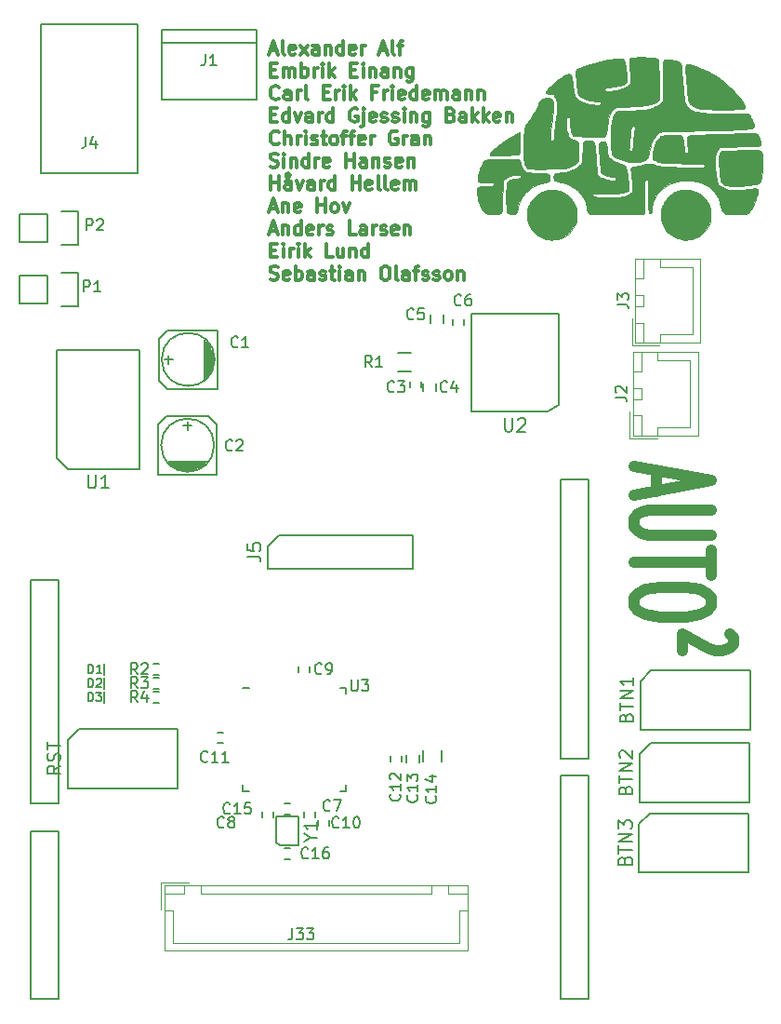
<source format=gto>
G04 #@! TF.FileFunction,Legend,Top*
%FSLAX46Y46*%
G04 Gerber Fmt 4.6, Leading zero omitted, Abs format (unit mm)*
G04 Created by KiCad (PCBNEW 4.0.2+dfsg1-stable) date on. 18. okt. 2017 kl. 17.34 +0200*
%MOMM*%
G01*
G04 APERTURE LIST*
%ADD10C,0.100000*%
%ADD11C,0.300000*%
%ADD12C,1.000000*%
%ADD13C,0.120000*%
%ADD14C,0.150000*%
%ADD15C,0.010000*%
%ADD16C,0.203200*%
G04 APERTURE END LIST*
D10*
D11*
X88376095Y-60316333D02*
X88971333Y-60316333D01*
X88257048Y-60673476D02*
X88673714Y-59423476D01*
X89090381Y-60673476D01*
X89685619Y-60673476D02*
X89566572Y-60613952D01*
X89507048Y-60494905D01*
X89507048Y-59423476D01*
X90638001Y-60613952D02*
X90518953Y-60673476D01*
X90280858Y-60673476D01*
X90161810Y-60613952D01*
X90102286Y-60494905D01*
X90102286Y-60018714D01*
X90161810Y-59899667D01*
X90280858Y-59840143D01*
X90518953Y-59840143D01*
X90638001Y-59899667D01*
X90697524Y-60018714D01*
X90697524Y-60137762D01*
X90102286Y-60256810D01*
X91114191Y-60673476D02*
X91768953Y-59840143D01*
X91114191Y-59840143D02*
X91768953Y-60673476D01*
X92780858Y-60673476D02*
X92780858Y-60018714D01*
X92721335Y-59899667D01*
X92602287Y-59840143D01*
X92364192Y-59840143D01*
X92245144Y-59899667D01*
X92780858Y-60613952D02*
X92661811Y-60673476D01*
X92364192Y-60673476D01*
X92245144Y-60613952D01*
X92185620Y-60494905D01*
X92185620Y-60375857D01*
X92245144Y-60256810D01*
X92364192Y-60197286D01*
X92661811Y-60197286D01*
X92780858Y-60137762D01*
X93376096Y-59840143D02*
X93376096Y-60673476D01*
X93376096Y-59959190D02*
X93435620Y-59899667D01*
X93554667Y-59840143D01*
X93733239Y-59840143D01*
X93852287Y-59899667D01*
X93911810Y-60018714D01*
X93911810Y-60673476D01*
X95042762Y-60673476D02*
X95042762Y-59423476D01*
X95042762Y-60613952D02*
X94923715Y-60673476D01*
X94685619Y-60673476D01*
X94566572Y-60613952D01*
X94507048Y-60554429D01*
X94447524Y-60435381D01*
X94447524Y-60078238D01*
X94507048Y-59959190D01*
X94566572Y-59899667D01*
X94685619Y-59840143D01*
X94923715Y-59840143D01*
X95042762Y-59899667D01*
X96114191Y-60613952D02*
X95995143Y-60673476D01*
X95757048Y-60673476D01*
X95638000Y-60613952D01*
X95578476Y-60494905D01*
X95578476Y-60018714D01*
X95638000Y-59899667D01*
X95757048Y-59840143D01*
X95995143Y-59840143D01*
X96114191Y-59899667D01*
X96173714Y-60018714D01*
X96173714Y-60137762D01*
X95578476Y-60256810D01*
X96709429Y-60673476D02*
X96709429Y-59840143D01*
X96709429Y-60078238D02*
X96768953Y-59959190D01*
X96828477Y-59899667D01*
X96947524Y-59840143D01*
X97066572Y-59840143D01*
X98376096Y-60316333D02*
X98971334Y-60316333D01*
X98257049Y-60673476D02*
X98673715Y-59423476D01*
X99090382Y-60673476D01*
X99685620Y-60673476D02*
X99566573Y-60613952D01*
X99507049Y-60494905D01*
X99507049Y-59423476D01*
X99983240Y-59840143D02*
X100459430Y-59840143D01*
X100161811Y-60673476D02*
X100161811Y-59602048D01*
X100221335Y-59483000D01*
X100340382Y-59423476D01*
X100459430Y-59423476D01*
X88435619Y-62068714D02*
X88852286Y-62068714D01*
X89030857Y-62723476D02*
X88435619Y-62723476D01*
X88435619Y-61473476D01*
X89030857Y-61473476D01*
X89566571Y-62723476D02*
X89566571Y-61890143D01*
X89566571Y-62009190D02*
X89626095Y-61949667D01*
X89745142Y-61890143D01*
X89923714Y-61890143D01*
X90042762Y-61949667D01*
X90102285Y-62068714D01*
X90102285Y-62723476D01*
X90102285Y-62068714D02*
X90161809Y-61949667D01*
X90280857Y-61890143D01*
X90459428Y-61890143D01*
X90578476Y-61949667D01*
X90638000Y-62068714D01*
X90638000Y-62723476D01*
X91233238Y-62723476D02*
X91233238Y-61473476D01*
X91233238Y-61949667D02*
X91352286Y-61890143D01*
X91590381Y-61890143D01*
X91709429Y-61949667D01*
X91768952Y-62009190D01*
X91828476Y-62128238D01*
X91828476Y-62485381D01*
X91768952Y-62604429D01*
X91709429Y-62663952D01*
X91590381Y-62723476D01*
X91352286Y-62723476D01*
X91233238Y-62663952D01*
X92364190Y-62723476D02*
X92364190Y-61890143D01*
X92364190Y-62128238D02*
X92423714Y-62009190D01*
X92483238Y-61949667D01*
X92602285Y-61890143D01*
X92721333Y-61890143D01*
X93138000Y-62723476D02*
X93138000Y-61890143D01*
X93138000Y-61473476D02*
X93078476Y-61533000D01*
X93138000Y-61592524D01*
X93197524Y-61533000D01*
X93138000Y-61473476D01*
X93138000Y-61592524D01*
X93733238Y-62723476D02*
X93733238Y-61473476D01*
X93852286Y-62247286D02*
X94209429Y-62723476D01*
X94209429Y-61890143D02*
X93733238Y-62366333D01*
X95697524Y-62068714D02*
X96114191Y-62068714D01*
X96292762Y-62723476D02*
X95697524Y-62723476D01*
X95697524Y-61473476D01*
X96292762Y-61473476D01*
X96828476Y-62723476D02*
X96828476Y-61890143D01*
X96828476Y-61473476D02*
X96768952Y-61533000D01*
X96828476Y-61592524D01*
X96888000Y-61533000D01*
X96828476Y-61473476D01*
X96828476Y-61592524D01*
X97423714Y-61890143D02*
X97423714Y-62723476D01*
X97423714Y-62009190D02*
X97483238Y-61949667D01*
X97602285Y-61890143D01*
X97780857Y-61890143D01*
X97899905Y-61949667D01*
X97959428Y-62068714D01*
X97959428Y-62723476D01*
X99090380Y-62723476D02*
X99090380Y-62068714D01*
X99030857Y-61949667D01*
X98911809Y-61890143D01*
X98673714Y-61890143D01*
X98554666Y-61949667D01*
X99090380Y-62663952D02*
X98971333Y-62723476D01*
X98673714Y-62723476D01*
X98554666Y-62663952D01*
X98495142Y-62544905D01*
X98495142Y-62425857D01*
X98554666Y-62306810D01*
X98673714Y-62247286D01*
X98971333Y-62247286D01*
X99090380Y-62187762D01*
X99685618Y-61890143D02*
X99685618Y-62723476D01*
X99685618Y-62009190D02*
X99745142Y-61949667D01*
X99864189Y-61890143D01*
X100042761Y-61890143D01*
X100161809Y-61949667D01*
X100221332Y-62068714D01*
X100221332Y-62723476D01*
X101352284Y-61890143D02*
X101352284Y-62902048D01*
X101292761Y-63021095D01*
X101233237Y-63080619D01*
X101114189Y-63140143D01*
X100935618Y-63140143D01*
X100816570Y-63080619D01*
X101352284Y-62663952D02*
X101233237Y-62723476D01*
X100995141Y-62723476D01*
X100876094Y-62663952D01*
X100816570Y-62604429D01*
X100757046Y-62485381D01*
X100757046Y-62128238D01*
X100816570Y-62009190D01*
X100876094Y-61949667D01*
X100995141Y-61890143D01*
X101233237Y-61890143D01*
X101352284Y-61949667D01*
X89149905Y-64654429D02*
X89090381Y-64713952D01*
X88911810Y-64773476D01*
X88792762Y-64773476D01*
X88614190Y-64713952D01*
X88495143Y-64594905D01*
X88435619Y-64475857D01*
X88376095Y-64237762D01*
X88376095Y-64059190D01*
X88435619Y-63821095D01*
X88495143Y-63702048D01*
X88614190Y-63583000D01*
X88792762Y-63523476D01*
X88911810Y-63523476D01*
X89090381Y-63583000D01*
X89149905Y-63642524D01*
X90221333Y-64773476D02*
X90221333Y-64118714D01*
X90161810Y-63999667D01*
X90042762Y-63940143D01*
X89804667Y-63940143D01*
X89685619Y-63999667D01*
X90221333Y-64713952D02*
X90102286Y-64773476D01*
X89804667Y-64773476D01*
X89685619Y-64713952D01*
X89626095Y-64594905D01*
X89626095Y-64475857D01*
X89685619Y-64356810D01*
X89804667Y-64297286D01*
X90102286Y-64297286D01*
X90221333Y-64237762D01*
X90816571Y-64773476D02*
X90816571Y-63940143D01*
X90816571Y-64178238D02*
X90876095Y-64059190D01*
X90935619Y-63999667D01*
X91054666Y-63940143D01*
X91173714Y-63940143D01*
X91768952Y-64773476D02*
X91649905Y-64713952D01*
X91590381Y-64594905D01*
X91590381Y-63523476D01*
X93197524Y-64118714D02*
X93614191Y-64118714D01*
X93792762Y-64773476D02*
X93197524Y-64773476D01*
X93197524Y-63523476D01*
X93792762Y-63523476D01*
X94328476Y-64773476D02*
X94328476Y-63940143D01*
X94328476Y-64178238D02*
X94388000Y-64059190D01*
X94447524Y-63999667D01*
X94566571Y-63940143D01*
X94685619Y-63940143D01*
X95102286Y-64773476D02*
X95102286Y-63940143D01*
X95102286Y-63523476D02*
X95042762Y-63583000D01*
X95102286Y-63642524D01*
X95161810Y-63583000D01*
X95102286Y-63523476D01*
X95102286Y-63642524D01*
X95697524Y-64773476D02*
X95697524Y-63523476D01*
X95816572Y-64297286D02*
X96173715Y-64773476D01*
X96173715Y-63940143D02*
X95697524Y-64416333D01*
X98078477Y-64118714D02*
X97661810Y-64118714D01*
X97661810Y-64773476D02*
X97661810Y-63523476D01*
X98257048Y-63523476D01*
X98733239Y-64773476D02*
X98733239Y-63940143D01*
X98733239Y-64178238D02*
X98792763Y-64059190D01*
X98852287Y-63999667D01*
X98971334Y-63940143D01*
X99090382Y-63940143D01*
X99507049Y-64773476D02*
X99507049Y-63940143D01*
X99507049Y-63523476D02*
X99447525Y-63583000D01*
X99507049Y-63642524D01*
X99566573Y-63583000D01*
X99507049Y-63523476D01*
X99507049Y-63642524D01*
X100578478Y-64713952D02*
X100459430Y-64773476D01*
X100221335Y-64773476D01*
X100102287Y-64713952D01*
X100042763Y-64594905D01*
X100042763Y-64118714D01*
X100102287Y-63999667D01*
X100221335Y-63940143D01*
X100459430Y-63940143D01*
X100578478Y-63999667D01*
X100638001Y-64118714D01*
X100638001Y-64237762D01*
X100042763Y-64356810D01*
X101709430Y-64773476D02*
X101709430Y-63523476D01*
X101709430Y-64713952D02*
X101590383Y-64773476D01*
X101352287Y-64773476D01*
X101233240Y-64713952D01*
X101173716Y-64654429D01*
X101114192Y-64535381D01*
X101114192Y-64178238D01*
X101173716Y-64059190D01*
X101233240Y-63999667D01*
X101352287Y-63940143D01*
X101590383Y-63940143D01*
X101709430Y-63999667D01*
X102780859Y-64713952D02*
X102661811Y-64773476D01*
X102423716Y-64773476D01*
X102304668Y-64713952D01*
X102245144Y-64594905D01*
X102245144Y-64118714D01*
X102304668Y-63999667D01*
X102423716Y-63940143D01*
X102661811Y-63940143D01*
X102780859Y-63999667D01*
X102840382Y-64118714D01*
X102840382Y-64237762D01*
X102245144Y-64356810D01*
X103376097Y-64773476D02*
X103376097Y-63940143D01*
X103376097Y-64059190D02*
X103435621Y-63999667D01*
X103554668Y-63940143D01*
X103733240Y-63940143D01*
X103852288Y-63999667D01*
X103911811Y-64118714D01*
X103911811Y-64773476D01*
X103911811Y-64118714D02*
X103971335Y-63999667D01*
X104090383Y-63940143D01*
X104268954Y-63940143D01*
X104388002Y-63999667D01*
X104447526Y-64118714D01*
X104447526Y-64773476D01*
X105578478Y-64773476D02*
X105578478Y-64118714D01*
X105518955Y-63999667D01*
X105399907Y-63940143D01*
X105161812Y-63940143D01*
X105042764Y-63999667D01*
X105578478Y-64713952D02*
X105459431Y-64773476D01*
X105161812Y-64773476D01*
X105042764Y-64713952D01*
X104983240Y-64594905D01*
X104983240Y-64475857D01*
X105042764Y-64356810D01*
X105161812Y-64297286D01*
X105459431Y-64297286D01*
X105578478Y-64237762D01*
X106173716Y-63940143D02*
X106173716Y-64773476D01*
X106173716Y-64059190D02*
X106233240Y-63999667D01*
X106352287Y-63940143D01*
X106530859Y-63940143D01*
X106649907Y-63999667D01*
X106709430Y-64118714D01*
X106709430Y-64773476D01*
X107304668Y-63940143D02*
X107304668Y-64773476D01*
X107304668Y-64059190D02*
X107364192Y-63999667D01*
X107483239Y-63940143D01*
X107661811Y-63940143D01*
X107780859Y-63999667D01*
X107840382Y-64118714D01*
X107840382Y-64773476D01*
X88435619Y-66168714D02*
X88852286Y-66168714D01*
X89030857Y-66823476D02*
X88435619Y-66823476D01*
X88435619Y-65573476D01*
X89030857Y-65573476D01*
X90102285Y-66823476D02*
X90102285Y-65573476D01*
X90102285Y-66763952D02*
X89983238Y-66823476D01*
X89745142Y-66823476D01*
X89626095Y-66763952D01*
X89566571Y-66704429D01*
X89507047Y-66585381D01*
X89507047Y-66228238D01*
X89566571Y-66109190D01*
X89626095Y-66049667D01*
X89745142Y-65990143D01*
X89983238Y-65990143D01*
X90102285Y-66049667D01*
X90578475Y-65990143D02*
X90876094Y-66823476D01*
X91173714Y-65990143D01*
X92185618Y-66823476D02*
X92185618Y-66168714D01*
X92126095Y-66049667D01*
X92007047Y-65990143D01*
X91768952Y-65990143D01*
X91649904Y-66049667D01*
X92185618Y-66763952D02*
X92066571Y-66823476D01*
X91768952Y-66823476D01*
X91649904Y-66763952D01*
X91590380Y-66644905D01*
X91590380Y-66525857D01*
X91649904Y-66406810D01*
X91768952Y-66347286D01*
X92066571Y-66347286D01*
X92185618Y-66287762D01*
X92780856Y-66823476D02*
X92780856Y-65990143D01*
X92780856Y-66228238D02*
X92840380Y-66109190D01*
X92899904Y-66049667D01*
X93018951Y-65990143D01*
X93137999Y-65990143D01*
X94090380Y-66823476D02*
X94090380Y-65573476D01*
X94090380Y-66763952D02*
X93971333Y-66823476D01*
X93733237Y-66823476D01*
X93614190Y-66763952D01*
X93554666Y-66704429D01*
X93495142Y-66585381D01*
X93495142Y-66228238D01*
X93554666Y-66109190D01*
X93614190Y-66049667D01*
X93733237Y-65990143D01*
X93971333Y-65990143D01*
X94090380Y-66049667D01*
X96292761Y-65633000D02*
X96173713Y-65573476D01*
X95995142Y-65573476D01*
X95816570Y-65633000D01*
X95697523Y-65752048D01*
X95637999Y-65871095D01*
X95578475Y-66109190D01*
X95578475Y-66287762D01*
X95637999Y-66525857D01*
X95697523Y-66644905D01*
X95816570Y-66763952D01*
X95995142Y-66823476D01*
X96114190Y-66823476D01*
X96292761Y-66763952D01*
X96352285Y-66704429D01*
X96352285Y-66287762D01*
X96114190Y-66287762D01*
X96887999Y-65990143D02*
X96887999Y-67061571D01*
X96828475Y-67180619D01*
X96709428Y-67240143D01*
X96649904Y-67240143D01*
X96887999Y-65573476D02*
X96828475Y-65633000D01*
X96887999Y-65692524D01*
X96947523Y-65633000D01*
X96887999Y-65573476D01*
X96887999Y-65692524D01*
X97959428Y-66763952D02*
X97840380Y-66823476D01*
X97602285Y-66823476D01*
X97483237Y-66763952D01*
X97423713Y-66644905D01*
X97423713Y-66168714D01*
X97483237Y-66049667D01*
X97602285Y-65990143D01*
X97840380Y-65990143D01*
X97959428Y-66049667D01*
X98018951Y-66168714D01*
X98018951Y-66287762D01*
X97423713Y-66406810D01*
X98495142Y-66763952D02*
X98614190Y-66823476D01*
X98852285Y-66823476D01*
X98971333Y-66763952D01*
X99030857Y-66644905D01*
X99030857Y-66585381D01*
X98971333Y-66466333D01*
X98852285Y-66406810D01*
X98673714Y-66406810D01*
X98554666Y-66347286D01*
X98495142Y-66228238D01*
X98495142Y-66168714D01*
X98554666Y-66049667D01*
X98673714Y-65990143D01*
X98852285Y-65990143D01*
X98971333Y-66049667D01*
X99507047Y-66763952D02*
X99626095Y-66823476D01*
X99864190Y-66823476D01*
X99983238Y-66763952D01*
X100042762Y-66644905D01*
X100042762Y-66585381D01*
X99983238Y-66466333D01*
X99864190Y-66406810D01*
X99685619Y-66406810D01*
X99566571Y-66347286D01*
X99507047Y-66228238D01*
X99507047Y-66168714D01*
X99566571Y-66049667D01*
X99685619Y-65990143D01*
X99864190Y-65990143D01*
X99983238Y-66049667D01*
X100578476Y-66823476D02*
X100578476Y-65990143D01*
X100578476Y-65573476D02*
X100518952Y-65633000D01*
X100578476Y-65692524D01*
X100638000Y-65633000D01*
X100578476Y-65573476D01*
X100578476Y-65692524D01*
X101173714Y-65990143D02*
X101173714Y-66823476D01*
X101173714Y-66109190D02*
X101233238Y-66049667D01*
X101352285Y-65990143D01*
X101530857Y-65990143D01*
X101649905Y-66049667D01*
X101709428Y-66168714D01*
X101709428Y-66823476D01*
X102840380Y-65990143D02*
X102840380Y-67002048D01*
X102780857Y-67121095D01*
X102721333Y-67180619D01*
X102602285Y-67240143D01*
X102423714Y-67240143D01*
X102304666Y-67180619D01*
X102840380Y-66763952D02*
X102721333Y-66823476D01*
X102483237Y-66823476D01*
X102364190Y-66763952D01*
X102304666Y-66704429D01*
X102245142Y-66585381D01*
X102245142Y-66228238D01*
X102304666Y-66109190D01*
X102364190Y-66049667D01*
X102483237Y-65990143D01*
X102721333Y-65990143D01*
X102840380Y-66049667D01*
X104804666Y-66168714D02*
X104983237Y-66228238D01*
X105042761Y-66287762D01*
X105102285Y-66406810D01*
X105102285Y-66585381D01*
X105042761Y-66704429D01*
X104983237Y-66763952D01*
X104864190Y-66823476D01*
X104387999Y-66823476D01*
X104387999Y-65573476D01*
X104804666Y-65573476D01*
X104923713Y-65633000D01*
X104983237Y-65692524D01*
X105042761Y-65811571D01*
X105042761Y-65930619D01*
X104983237Y-66049667D01*
X104923713Y-66109190D01*
X104804666Y-66168714D01*
X104387999Y-66168714D01*
X106173713Y-66823476D02*
X106173713Y-66168714D01*
X106114190Y-66049667D01*
X105995142Y-65990143D01*
X105757047Y-65990143D01*
X105637999Y-66049667D01*
X106173713Y-66763952D02*
X106054666Y-66823476D01*
X105757047Y-66823476D01*
X105637999Y-66763952D01*
X105578475Y-66644905D01*
X105578475Y-66525857D01*
X105637999Y-66406810D01*
X105757047Y-66347286D01*
X106054666Y-66347286D01*
X106173713Y-66287762D01*
X106768951Y-66823476D02*
X106768951Y-65573476D01*
X106887999Y-66347286D02*
X107245142Y-66823476D01*
X107245142Y-65990143D02*
X106768951Y-66466333D01*
X107780856Y-66823476D02*
X107780856Y-65573476D01*
X107899904Y-66347286D02*
X108257047Y-66823476D01*
X108257047Y-65990143D02*
X107780856Y-66466333D01*
X109268952Y-66763952D02*
X109149904Y-66823476D01*
X108911809Y-66823476D01*
X108792761Y-66763952D01*
X108733237Y-66644905D01*
X108733237Y-66168714D01*
X108792761Y-66049667D01*
X108911809Y-65990143D01*
X109149904Y-65990143D01*
X109268952Y-66049667D01*
X109328475Y-66168714D01*
X109328475Y-66287762D01*
X108733237Y-66406810D01*
X109864190Y-65990143D02*
X109864190Y-66823476D01*
X109864190Y-66109190D02*
X109923714Y-66049667D01*
X110042761Y-65990143D01*
X110221333Y-65990143D01*
X110340381Y-66049667D01*
X110399904Y-66168714D01*
X110399904Y-66823476D01*
X89149905Y-68754429D02*
X89090381Y-68813952D01*
X88911810Y-68873476D01*
X88792762Y-68873476D01*
X88614190Y-68813952D01*
X88495143Y-68694905D01*
X88435619Y-68575857D01*
X88376095Y-68337762D01*
X88376095Y-68159190D01*
X88435619Y-67921095D01*
X88495143Y-67802048D01*
X88614190Y-67683000D01*
X88792762Y-67623476D01*
X88911810Y-67623476D01*
X89090381Y-67683000D01*
X89149905Y-67742524D01*
X89685619Y-68873476D02*
X89685619Y-67623476D01*
X90221333Y-68873476D02*
X90221333Y-68218714D01*
X90161810Y-68099667D01*
X90042762Y-68040143D01*
X89864190Y-68040143D01*
X89745143Y-68099667D01*
X89685619Y-68159190D01*
X90816571Y-68873476D02*
X90816571Y-68040143D01*
X90816571Y-68278238D02*
X90876095Y-68159190D01*
X90935619Y-68099667D01*
X91054666Y-68040143D01*
X91173714Y-68040143D01*
X91590381Y-68873476D02*
X91590381Y-68040143D01*
X91590381Y-67623476D02*
X91530857Y-67683000D01*
X91590381Y-67742524D01*
X91649905Y-67683000D01*
X91590381Y-67623476D01*
X91590381Y-67742524D01*
X92126095Y-68813952D02*
X92245143Y-68873476D01*
X92483238Y-68873476D01*
X92602286Y-68813952D01*
X92661810Y-68694905D01*
X92661810Y-68635381D01*
X92602286Y-68516333D01*
X92483238Y-68456810D01*
X92304667Y-68456810D01*
X92185619Y-68397286D01*
X92126095Y-68278238D01*
X92126095Y-68218714D01*
X92185619Y-68099667D01*
X92304667Y-68040143D01*
X92483238Y-68040143D01*
X92602286Y-68099667D01*
X93018953Y-68040143D02*
X93495143Y-68040143D01*
X93197524Y-67623476D02*
X93197524Y-68694905D01*
X93257048Y-68813952D01*
X93376095Y-68873476D01*
X93495143Y-68873476D01*
X94090381Y-68873476D02*
X93971334Y-68813952D01*
X93911810Y-68754429D01*
X93852286Y-68635381D01*
X93852286Y-68278238D01*
X93911810Y-68159190D01*
X93971334Y-68099667D01*
X94090381Y-68040143D01*
X94268953Y-68040143D01*
X94388001Y-68099667D01*
X94447524Y-68159190D01*
X94507048Y-68278238D01*
X94507048Y-68635381D01*
X94447524Y-68754429D01*
X94388001Y-68813952D01*
X94268953Y-68873476D01*
X94090381Y-68873476D01*
X94864191Y-68040143D02*
X95340381Y-68040143D01*
X95042762Y-68873476D02*
X95042762Y-67802048D01*
X95102286Y-67683000D01*
X95221333Y-67623476D01*
X95340381Y-67623476D01*
X95578477Y-68040143D02*
X96054667Y-68040143D01*
X95757048Y-68873476D02*
X95757048Y-67802048D01*
X95816572Y-67683000D01*
X95935619Y-67623476D01*
X96054667Y-67623476D01*
X96947525Y-68813952D02*
X96828477Y-68873476D01*
X96590382Y-68873476D01*
X96471334Y-68813952D01*
X96411810Y-68694905D01*
X96411810Y-68218714D01*
X96471334Y-68099667D01*
X96590382Y-68040143D01*
X96828477Y-68040143D01*
X96947525Y-68099667D01*
X97007048Y-68218714D01*
X97007048Y-68337762D01*
X96411810Y-68456810D01*
X97542763Y-68873476D02*
X97542763Y-68040143D01*
X97542763Y-68278238D02*
X97602287Y-68159190D01*
X97661811Y-68099667D01*
X97780858Y-68040143D01*
X97899906Y-68040143D01*
X99923716Y-67683000D02*
X99804668Y-67623476D01*
X99626097Y-67623476D01*
X99447525Y-67683000D01*
X99328478Y-67802048D01*
X99268954Y-67921095D01*
X99209430Y-68159190D01*
X99209430Y-68337762D01*
X99268954Y-68575857D01*
X99328478Y-68694905D01*
X99447525Y-68813952D01*
X99626097Y-68873476D01*
X99745145Y-68873476D01*
X99923716Y-68813952D01*
X99983240Y-68754429D01*
X99983240Y-68337762D01*
X99745145Y-68337762D01*
X100518954Y-68873476D02*
X100518954Y-68040143D01*
X100518954Y-68278238D02*
X100578478Y-68159190D01*
X100638002Y-68099667D01*
X100757049Y-68040143D01*
X100876097Y-68040143D01*
X101828478Y-68873476D02*
X101828478Y-68218714D01*
X101768955Y-68099667D01*
X101649907Y-68040143D01*
X101411812Y-68040143D01*
X101292764Y-68099667D01*
X101828478Y-68813952D02*
X101709431Y-68873476D01*
X101411812Y-68873476D01*
X101292764Y-68813952D01*
X101233240Y-68694905D01*
X101233240Y-68575857D01*
X101292764Y-68456810D01*
X101411812Y-68397286D01*
X101709431Y-68397286D01*
X101828478Y-68337762D01*
X102423716Y-68040143D02*
X102423716Y-68873476D01*
X102423716Y-68159190D02*
X102483240Y-68099667D01*
X102602287Y-68040143D01*
X102780859Y-68040143D01*
X102899907Y-68099667D01*
X102959430Y-68218714D01*
X102959430Y-68873476D01*
X88376095Y-70863952D02*
X88554667Y-70923476D01*
X88852286Y-70923476D01*
X88971333Y-70863952D01*
X89030857Y-70804429D01*
X89090381Y-70685381D01*
X89090381Y-70566333D01*
X89030857Y-70447286D01*
X88971333Y-70387762D01*
X88852286Y-70328238D01*
X88614190Y-70268714D01*
X88495143Y-70209190D01*
X88435619Y-70149667D01*
X88376095Y-70030619D01*
X88376095Y-69911571D01*
X88435619Y-69792524D01*
X88495143Y-69733000D01*
X88614190Y-69673476D01*
X88911810Y-69673476D01*
X89090381Y-69733000D01*
X89626095Y-70923476D02*
X89626095Y-70090143D01*
X89626095Y-69673476D02*
X89566571Y-69733000D01*
X89626095Y-69792524D01*
X89685619Y-69733000D01*
X89626095Y-69673476D01*
X89626095Y-69792524D01*
X90221333Y-70090143D02*
X90221333Y-70923476D01*
X90221333Y-70209190D02*
X90280857Y-70149667D01*
X90399904Y-70090143D01*
X90578476Y-70090143D01*
X90697524Y-70149667D01*
X90757047Y-70268714D01*
X90757047Y-70923476D01*
X91887999Y-70923476D02*
X91887999Y-69673476D01*
X91887999Y-70863952D02*
X91768952Y-70923476D01*
X91530856Y-70923476D01*
X91411809Y-70863952D01*
X91352285Y-70804429D01*
X91292761Y-70685381D01*
X91292761Y-70328238D01*
X91352285Y-70209190D01*
X91411809Y-70149667D01*
X91530856Y-70090143D01*
X91768952Y-70090143D01*
X91887999Y-70149667D01*
X92483237Y-70923476D02*
X92483237Y-70090143D01*
X92483237Y-70328238D02*
X92542761Y-70209190D01*
X92602285Y-70149667D01*
X92721332Y-70090143D01*
X92840380Y-70090143D01*
X93733238Y-70863952D02*
X93614190Y-70923476D01*
X93376095Y-70923476D01*
X93257047Y-70863952D01*
X93197523Y-70744905D01*
X93197523Y-70268714D01*
X93257047Y-70149667D01*
X93376095Y-70090143D01*
X93614190Y-70090143D01*
X93733238Y-70149667D01*
X93792761Y-70268714D01*
X93792761Y-70387762D01*
X93197523Y-70506810D01*
X95280857Y-70923476D02*
X95280857Y-69673476D01*
X95280857Y-70268714D02*
X95995143Y-70268714D01*
X95995143Y-70923476D02*
X95995143Y-69673476D01*
X97126095Y-70923476D02*
X97126095Y-70268714D01*
X97066572Y-70149667D01*
X96947524Y-70090143D01*
X96709429Y-70090143D01*
X96590381Y-70149667D01*
X97126095Y-70863952D02*
X97007048Y-70923476D01*
X96709429Y-70923476D01*
X96590381Y-70863952D01*
X96530857Y-70744905D01*
X96530857Y-70625857D01*
X96590381Y-70506810D01*
X96709429Y-70447286D01*
X97007048Y-70447286D01*
X97126095Y-70387762D01*
X97721333Y-70090143D02*
X97721333Y-70923476D01*
X97721333Y-70209190D02*
X97780857Y-70149667D01*
X97899904Y-70090143D01*
X98078476Y-70090143D01*
X98197524Y-70149667D01*
X98257047Y-70268714D01*
X98257047Y-70923476D01*
X98792761Y-70863952D02*
X98911809Y-70923476D01*
X99149904Y-70923476D01*
X99268952Y-70863952D01*
X99328476Y-70744905D01*
X99328476Y-70685381D01*
X99268952Y-70566333D01*
X99149904Y-70506810D01*
X98971333Y-70506810D01*
X98852285Y-70447286D01*
X98792761Y-70328238D01*
X98792761Y-70268714D01*
X98852285Y-70149667D01*
X98971333Y-70090143D01*
X99149904Y-70090143D01*
X99268952Y-70149667D01*
X100340381Y-70863952D02*
X100221333Y-70923476D01*
X99983238Y-70923476D01*
X99864190Y-70863952D01*
X99804666Y-70744905D01*
X99804666Y-70268714D01*
X99864190Y-70149667D01*
X99983238Y-70090143D01*
X100221333Y-70090143D01*
X100340381Y-70149667D01*
X100399904Y-70268714D01*
X100399904Y-70387762D01*
X99804666Y-70506810D01*
X100935619Y-70090143D02*
X100935619Y-70923476D01*
X100935619Y-70209190D02*
X100995143Y-70149667D01*
X101114190Y-70090143D01*
X101292762Y-70090143D01*
X101411810Y-70149667D01*
X101471333Y-70268714D01*
X101471333Y-70923476D01*
X88435619Y-72973476D02*
X88435619Y-71723476D01*
X88435619Y-72318714D02*
X89149905Y-72318714D01*
X89149905Y-72973476D02*
X89149905Y-71723476D01*
X90280857Y-72973476D02*
X90280857Y-72318714D01*
X90221334Y-72199667D01*
X90102286Y-72140143D01*
X89864191Y-72140143D01*
X89745143Y-72199667D01*
X90280857Y-72913952D02*
X90161810Y-72973476D01*
X89864191Y-72973476D01*
X89745143Y-72913952D01*
X89685619Y-72794905D01*
X89685619Y-72675857D01*
X89745143Y-72556810D01*
X89864191Y-72497286D01*
X90161810Y-72497286D01*
X90280857Y-72437762D01*
X89983238Y-71842524D02*
X89864191Y-71783000D01*
X89804667Y-71663952D01*
X89864191Y-71544905D01*
X89983238Y-71485381D01*
X90102286Y-71544905D01*
X90161810Y-71663952D01*
X90102286Y-71783000D01*
X89983238Y-71842524D01*
X90757047Y-72140143D02*
X91054666Y-72973476D01*
X91352286Y-72140143D01*
X92364190Y-72973476D02*
X92364190Y-72318714D01*
X92304667Y-72199667D01*
X92185619Y-72140143D01*
X91947524Y-72140143D01*
X91828476Y-72199667D01*
X92364190Y-72913952D02*
X92245143Y-72973476D01*
X91947524Y-72973476D01*
X91828476Y-72913952D01*
X91768952Y-72794905D01*
X91768952Y-72675857D01*
X91828476Y-72556810D01*
X91947524Y-72497286D01*
X92245143Y-72497286D01*
X92364190Y-72437762D01*
X92959428Y-72973476D02*
X92959428Y-72140143D01*
X92959428Y-72378238D02*
X93018952Y-72259190D01*
X93078476Y-72199667D01*
X93197523Y-72140143D01*
X93316571Y-72140143D01*
X94268952Y-72973476D02*
X94268952Y-71723476D01*
X94268952Y-72913952D02*
X94149905Y-72973476D01*
X93911809Y-72973476D01*
X93792762Y-72913952D01*
X93733238Y-72854429D01*
X93673714Y-72735381D01*
X93673714Y-72378238D01*
X93733238Y-72259190D01*
X93792762Y-72199667D01*
X93911809Y-72140143D01*
X94149905Y-72140143D01*
X94268952Y-72199667D01*
X95816571Y-72973476D02*
X95816571Y-71723476D01*
X95816571Y-72318714D02*
X96530857Y-72318714D01*
X96530857Y-72973476D02*
X96530857Y-71723476D01*
X97602286Y-72913952D02*
X97483238Y-72973476D01*
X97245143Y-72973476D01*
X97126095Y-72913952D01*
X97066571Y-72794905D01*
X97066571Y-72318714D01*
X97126095Y-72199667D01*
X97245143Y-72140143D01*
X97483238Y-72140143D01*
X97602286Y-72199667D01*
X97661809Y-72318714D01*
X97661809Y-72437762D01*
X97066571Y-72556810D01*
X98376095Y-72973476D02*
X98257048Y-72913952D01*
X98197524Y-72794905D01*
X98197524Y-71723476D01*
X99030857Y-72973476D02*
X98911810Y-72913952D01*
X98852286Y-72794905D01*
X98852286Y-71723476D01*
X99983239Y-72913952D02*
X99864191Y-72973476D01*
X99626096Y-72973476D01*
X99507048Y-72913952D01*
X99447524Y-72794905D01*
X99447524Y-72318714D01*
X99507048Y-72199667D01*
X99626096Y-72140143D01*
X99864191Y-72140143D01*
X99983239Y-72199667D01*
X100042762Y-72318714D01*
X100042762Y-72437762D01*
X99447524Y-72556810D01*
X100578477Y-72973476D02*
X100578477Y-72140143D01*
X100578477Y-72259190D02*
X100638001Y-72199667D01*
X100757048Y-72140143D01*
X100935620Y-72140143D01*
X101054668Y-72199667D01*
X101114191Y-72318714D01*
X101114191Y-72973476D01*
X101114191Y-72318714D02*
X101173715Y-72199667D01*
X101292763Y-72140143D01*
X101471334Y-72140143D01*
X101590382Y-72199667D01*
X101649906Y-72318714D01*
X101649906Y-72973476D01*
X88376095Y-74666333D02*
X88971333Y-74666333D01*
X88257048Y-75023476D02*
X88673714Y-73773476D01*
X89090381Y-75023476D01*
X89507048Y-74190143D02*
X89507048Y-75023476D01*
X89507048Y-74309190D02*
X89566572Y-74249667D01*
X89685619Y-74190143D01*
X89864191Y-74190143D01*
X89983239Y-74249667D01*
X90042762Y-74368714D01*
X90042762Y-75023476D01*
X91114191Y-74963952D02*
X90995143Y-75023476D01*
X90757048Y-75023476D01*
X90638000Y-74963952D01*
X90578476Y-74844905D01*
X90578476Y-74368714D01*
X90638000Y-74249667D01*
X90757048Y-74190143D01*
X90995143Y-74190143D01*
X91114191Y-74249667D01*
X91173714Y-74368714D01*
X91173714Y-74487762D01*
X90578476Y-74606810D01*
X92661810Y-75023476D02*
X92661810Y-73773476D01*
X92661810Y-74368714D02*
X93376096Y-74368714D01*
X93376096Y-75023476D02*
X93376096Y-73773476D01*
X94149905Y-75023476D02*
X94030858Y-74963952D01*
X93971334Y-74904429D01*
X93911810Y-74785381D01*
X93911810Y-74428238D01*
X93971334Y-74309190D01*
X94030858Y-74249667D01*
X94149905Y-74190143D01*
X94328477Y-74190143D01*
X94447525Y-74249667D01*
X94507048Y-74309190D01*
X94566572Y-74428238D01*
X94566572Y-74785381D01*
X94507048Y-74904429D01*
X94447525Y-74963952D01*
X94328477Y-75023476D01*
X94149905Y-75023476D01*
X94983238Y-74190143D02*
X95280857Y-75023476D01*
X95578477Y-74190143D01*
X88376095Y-76716333D02*
X88971333Y-76716333D01*
X88257048Y-77073476D02*
X88673714Y-75823476D01*
X89090381Y-77073476D01*
X89507048Y-76240143D02*
X89507048Y-77073476D01*
X89507048Y-76359190D02*
X89566572Y-76299667D01*
X89685619Y-76240143D01*
X89864191Y-76240143D01*
X89983239Y-76299667D01*
X90042762Y-76418714D01*
X90042762Y-77073476D01*
X91173714Y-77073476D02*
X91173714Y-75823476D01*
X91173714Y-77013952D02*
X91054667Y-77073476D01*
X90816571Y-77073476D01*
X90697524Y-77013952D01*
X90638000Y-76954429D01*
X90578476Y-76835381D01*
X90578476Y-76478238D01*
X90638000Y-76359190D01*
X90697524Y-76299667D01*
X90816571Y-76240143D01*
X91054667Y-76240143D01*
X91173714Y-76299667D01*
X92245143Y-77013952D02*
X92126095Y-77073476D01*
X91888000Y-77073476D01*
X91768952Y-77013952D01*
X91709428Y-76894905D01*
X91709428Y-76418714D01*
X91768952Y-76299667D01*
X91888000Y-76240143D01*
X92126095Y-76240143D01*
X92245143Y-76299667D01*
X92304666Y-76418714D01*
X92304666Y-76537762D01*
X91709428Y-76656810D01*
X92840381Y-77073476D02*
X92840381Y-76240143D01*
X92840381Y-76478238D02*
X92899905Y-76359190D01*
X92959429Y-76299667D01*
X93078476Y-76240143D01*
X93197524Y-76240143D01*
X93554667Y-77013952D02*
X93673715Y-77073476D01*
X93911810Y-77073476D01*
X94030858Y-77013952D01*
X94090382Y-76894905D01*
X94090382Y-76835381D01*
X94030858Y-76716333D01*
X93911810Y-76656810D01*
X93733239Y-76656810D01*
X93614191Y-76597286D01*
X93554667Y-76478238D01*
X93554667Y-76418714D01*
X93614191Y-76299667D01*
X93733239Y-76240143D01*
X93911810Y-76240143D01*
X94030858Y-76299667D01*
X96173715Y-77073476D02*
X95578477Y-77073476D01*
X95578477Y-75823476D01*
X97126096Y-77073476D02*
X97126096Y-76418714D01*
X97066573Y-76299667D01*
X96947525Y-76240143D01*
X96709430Y-76240143D01*
X96590382Y-76299667D01*
X97126096Y-77013952D02*
X97007049Y-77073476D01*
X96709430Y-77073476D01*
X96590382Y-77013952D01*
X96530858Y-76894905D01*
X96530858Y-76775857D01*
X96590382Y-76656810D01*
X96709430Y-76597286D01*
X97007049Y-76597286D01*
X97126096Y-76537762D01*
X97721334Y-77073476D02*
X97721334Y-76240143D01*
X97721334Y-76478238D02*
X97780858Y-76359190D01*
X97840382Y-76299667D01*
X97959429Y-76240143D01*
X98078477Y-76240143D01*
X98435620Y-77013952D02*
X98554668Y-77073476D01*
X98792763Y-77073476D01*
X98911811Y-77013952D01*
X98971335Y-76894905D01*
X98971335Y-76835381D01*
X98911811Y-76716333D01*
X98792763Y-76656810D01*
X98614192Y-76656810D01*
X98495144Y-76597286D01*
X98435620Y-76478238D01*
X98435620Y-76418714D01*
X98495144Y-76299667D01*
X98614192Y-76240143D01*
X98792763Y-76240143D01*
X98911811Y-76299667D01*
X99983240Y-77013952D02*
X99864192Y-77073476D01*
X99626097Y-77073476D01*
X99507049Y-77013952D01*
X99447525Y-76894905D01*
X99447525Y-76418714D01*
X99507049Y-76299667D01*
X99626097Y-76240143D01*
X99864192Y-76240143D01*
X99983240Y-76299667D01*
X100042763Y-76418714D01*
X100042763Y-76537762D01*
X99447525Y-76656810D01*
X100578478Y-76240143D02*
X100578478Y-77073476D01*
X100578478Y-76359190D02*
X100638002Y-76299667D01*
X100757049Y-76240143D01*
X100935621Y-76240143D01*
X101054669Y-76299667D01*
X101114192Y-76418714D01*
X101114192Y-77073476D01*
X88435619Y-78468714D02*
X88852286Y-78468714D01*
X89030857Y-79123476D02*
X88435619Y-79123476D01*
X88435619Y-77873476D01*
X89030857Y-77873476D01*
X89566571Y-79123476D02*
X89566571Y-78290143D01*
X89566571Y-77873476D02*
X89507047Y-77933000D01*
X89566571Y-77992524D01*
X89626095Y-77933000D01*
X89566571Y-77873476D01*
X89566571Y-77992524D01*
X90161809Y-79123476D02*
X90161809Y-78290143D01*
X90161809Y-78528238D02*
X90221333Y-78409190D01*
X90280857Y-78349667D01*
X90399904Y-78290143D01*
X90518952Y-78290143D01*
X90935619Y-79123476D02*
X90935619Y-78290143D01*
X90935619Y-77873476D02*
X90876095Y-77933000D01*
X90935619Y-77992524D01*
X90995143Y-77933000D01*
X90935619Y-77873476D01*
X90935619Y-77992524D01*
X91530857Y-79123476D02*
X91530857Y-77873476D01*
X91649905Y-78647286D02*
X92007048Y-79123476D01*
X92007048Y-78290143D02*
X91530857Y-78766333D01*
X94090381Y-79123476D02*
X93495143Y-79123476D01*
X93495143Y-77873476D01*
X95042762Y-78290143D02*
X95042762Y-79123476D01*
X94507048Y-78290143D02*
X94507048Y-78944905D01*
X94566572Y-79063952D01*
X94685619Y-79123476D01*
X94864191Y-79123476D01*
X94983239Y-79063952D01*
X95042762Y-79004429D01*
X95638000Y-78290143D02*
X95638000Y-79123476D01*
X95638000Y-78409190D02*
X95697524Y-78349667D01*
X95816571Y-78290143D01*
X95995143Y-78290143D01*
X96114191Y-78349667D01*
X96173714Y-78468714D01*
X96173714Y-79123476D01*
X97304666Y-79123476D02*
X97304666Y-77873476D01*
X97304666Y-79063952D02*
X97185619Y-79123476D01*
X96947523Y-79123476D01*
X96828476Y-79063952D01*
X96768952Y-79004429D01*
X96709428Y-78885381D01*
X96709428Y-78528238D01*
X96768952Y-78409190D01*
X96828476Y-78349667D01*
X96947523Y-78290143D01*
X97185619Y-78290143D01*
X97304666Y-78349667D01*
X88376095Y-81113952D02*
X88554667Y-81173476D01*
X88852286Y-81173476D01*
X88971333Y-81113952D01*
X89030857Y-81054429D01*
X89090381Y-80935381D01*
X89090381Y-80816333D01*
X89030857Y-80697286D01*
X88971333Y-80637762D01*
X88852286Y-80578238D01*
X88614190Y-80518714D01*
X88495143Y-80459190D01*
X88435619Y-80399667D01*
X88376095Y-80280619D01*
X88376095Y-80161571D01*
X88435619Y-80042524D01*
X88495143Y-79983000D01*
X88614190Y-79923476D01*
X88911810Y-79923476D01*
X89090381Y-79983000D01*
X90102286Y-81113952D02*
X89983238Y-81173476D01*
X89745143Y-81173476D01*
X89626095Y-81113952D01*
X89566571Y-80994905D01*
X89566571Y-80518714D01*
X89626095Y-80399667D01*
X89745143Y-80340143D01*
X89983238Y-80340143D01*
X90102286Y-80399667D01*
X90161809Y-80518714D01*
X90161809Y-80637762D01*
X89566571Y-80756810D01*
X90697524Y-81173476D02*
X90697524Y-79923476D01*
X90697524Y-80399667D02*
X90816572Y-80340143D01*
X91054667Y-80340143D01*
X91173715Y-80399667D01*
X91233238Y-80459190D01*
X91292762Y-80578238D01*
X91292762Y-80935381D01*
X91233238Y-81054429D01*
X91173715Y-81113952D01*
X91054667Y-81173476D01*
X90816572Y-81173476D01*
X90697524Y-81113952D01*
X92364190Y-81173476D02*
X92364190Y-80518714D01*
X92304667Y-80399667D01*
X92185619Y-80340143D01*
X91947524Y-80340143D01*
X91828476Y-80399667D01*
X92364190Y-81113952D02*
X92245143Y-81173476D01*
X91947524Y-81173476D01*
X91828476Y-81113952D01*
X91768952Y-80994905D01*
X91768952Y-80875857D01*
X91828476Y-80756810D01*
X91947524Y-80697286D01*
X92245143Y-80697286D01*
X92364190Y-80637762D01*
X92899904Y-81113952D02*
X93018952Y-81173476D01*
X93257047Y-81173476D01*
X93376095Y-81113952D01*
X93435619Y-80994905D01*
X93435619Y-80935381D01*
X93376095Y-80816333D01*
X93257047Y-80756810D01*
X93078476Y-80756810D01*
X92959428Y-80697286D01*
X92899904Y-80578238D01*
X92899904Y-80518714D01*
X92959428Y-80399667D01*
X93078476Y-80340143D01*
X93257047Y-80340143D01*
X93376095Y-80399667D01*
X93792762Y-80340143D02*
X94268952Y-80340143D01*
X93971333Y-79923476D02*
X93971333Y-80994905D01*
X94030857Y-81113952D01*
X94149904Y-81173476D01*
X94268952Y-81173476D01*
X94685619Y-81173476D02*
X94685619Y-80340143D01*
X94685619Y-79923476D02*
X94626095Y-79983000D01*
X94685619Y-80042524D01*
X94745143Y-79983000D01*
X94685619Y-79923476D01*
X94685619Y-80042524D01*
X95816571Y-81173476D02*
X95816571Y-80518714D01*
X95757048Y-80399667D01*
X95638000Y-80340143D01*
X95399905Y-80340143D01*
X95280857Y-80399667D01*
X95816571Y-81113952D02*
X95697524Y-81173476D01*
X95399905Y-81173476D01*
X95280857Y-81113952D01*
X95221333Y-80994905D01*
X95221333Y-80875857D01*
X95280857Y-80756810D01*
X95399905Y-80697286D01*
X95697524Y-80697286D01*
X95816571Y-80637762D01*
X96411809Y-80340143D02*
X96411809Y-81173476D01*
X96411809Y-80459190D02*
X96471333Y-80399667D01*
X96590380Y-80340143D01*
X96768952Y-80340143D01*
X96888000Y-80399667D01*
X96947523Y-80518714D01*
X96947523Y-81173476D01*
X98733237Y-79923476D02*
X98971333Y-79923476D01*
X99090380Y-79983000D01*
X99209428Y-80102048D01*
X99268952Y-80340143D01*
X99268952Y-80756810D01*
X99209428Y-80994905D01*
X99090380Y-81113952D01*
X98971333Y-81173476D01*
X98733237Y-81173476D01*
X98614190Y-81113952D01*
X98495142Y-80994905D01*
X98435618Y-80756810D01*
X98435618Y-80340143D01*
X98495142Y-80102048D01*
X98614190Y-79983000D01*
X98733237Y-79923476D01*
X99983237Y-81173476D02*
X99864190Y-81113952D01*
X99804666Y-80994905D01*
X99804666Y-79923476D01*
X100995142Y-81173476D02*
X100995142Y-80518714D01*
X100935619Y-80399667D01*
X100816571Y-80340143D01*
X100578476Y-80340143D01*
X100459428Y-80399667D01*
X100995142Y-81113952D02*
X100876095Y-81173476D01*
X100578476Y-81173476D01*
X100459428Y-81113952D01*
X100399904Y-80994905D01*
X100399904Y-80875857D01*
X100459428Y-80756810D01*
X100578476Y-80697286D01*
X100876095Y-80697286D01*
X100995142Y-80637762D01*
X101411809Y-80340143D02*
X101887999Y-80340143D01*
X101590380Y-81173476D02*
X101590380Y-80102048D01*
X101649904Y-79983000D01*
X101768951Y-79923476D01*
X101887999Y-79923476D01*
X102245142Y-81113952D02*
X102364190Y-81173476D01*
X102602285Y-81173476D01*
X102721333Y-81113952D01*
X102780857Y-80994905D01*
X102780857Y-80935381D01*
X102721333Y-80816333D01*
X102602285Y-80756810D01*
X102423714Y-80756810D01*
X102304666Y-80697286D01*
X102245142Y-80578238D01*
X102245142Y-80518714D01*
X102304666Y-80399667D01*
X102423714Y-80340143D01*
X102602285Y-80340143D01*
X102721333Y-80399667D01*
X103257047Y-81113952D02*
X103376095Y-81173476D01*
X103614190Y-81173476D01*
X103733238Y-81113952D01*
X103792762Y-80994905D01*
X103792762Y-80935381D01*
X103733238Y-80816333D01*
X103614190Y-80756810D01*
X103435619Y-80756810D01*
X103316571Y-80697286D01*
X103257047Y-80578238D01*
X103257047Y-80518714D01*
X103316571Y-80399667D01*
X103435619Y-80340143D01*
X103614190Y-80340143D01*
X103733238Y-80399667D01*
X104507047Y-81173476D02*
X104388000Y-81113952D01*
X104328476Y-81054429D01*
X104268952Y-80935381D01*
X104268952Y-80578238D01*
X104328476Y-80459190D01*
X104388000Y-80399667D01*
X104507047Y-80340143D01*
X104685619Y-80340143D01*
X104804667Y-80399667D01*
X104864190Y-80459190D01*
X104923714Y-80578238D01*
X104923714Y-80935381D01*
X104864190Y-81054429D01*
X104804667Y-81113952D01*
X104685619Y-81173476D01*
X104507047Y-81173476D01*
X105459428Y-80340143D02*
X105459428Y-81173476D01*
X105459428Y-80459190D02*
X105518952Y-80399667D01*
X105637999Y-80340143D01*
X105816571Y-80340143D01*
X105935619Y-80399667D01*
X105995142Y-80518714D01*
X105995142Y-81173476D01*
D12*
X123547333Y-98489525D02*
X123547333Y-100394287D01*
X121547333Y-98108572D02*
X128547333Y-99441906D01*
X121547333Y-100775239D01*
X128547333Y-102108572D02*
X122880667Y-102108572D01*
X122214000Y-102299048D01*
X121880667Y-102489524D01*
X121547333Y-102870477D01*
X121547333Y-103632381D01*
X121880667Y-104013334D01*
X122214000Y-104203810D01*
X122880667Y-104394286D01*
X128547333Y-104394286D01*
X128547333Y-105727619D02*
X128547333Y-108013334D01*
X121547333Y-106870477D02*
X128547333Y-106870477D01*
X128547333Y-110108572D02*
X128547333Y-110870476D01*
X128214000Y-111251429D01*
X127547333Y-111632381D01*
X126214000Y-111822857D01*
X123880667Y-111822857D01*
X122547333Y-111632381D01*
X121880667Y-111251429D01*
X121547333Y-110870476D01*
X121547333Y-110108572D01*
X121880667Y-109727619D01*
X122547333Y-109346667D01*
X123880667Y-109156191D01*
X126214000Y-109156191D01*
X127547333Y-109346667D01*
X128214000Y-109727619D01*
X128547333Y-110108572D01*
X130214000Y-113346667D02*
X130547333Y-113727619D01*
X130547333Y-114299048D01*
X130214000Y-114680000D01*
X129547333Y-114870476D01*
X128880667Y-114870476D01*
X128214000Y-114680000D01*
X125880667Y-113346667D01*
X125880667Y-114870476D01*
D13*
X78750000Y-136250000D02*
X78750000Y-142200000D01*
X78750000Y-142200000D02*
X106350000Y-142200000D01*
X106350000Y-142200000D02*
X106350000Y-136250000D01*
X106350000Y-136250000D02*
X78750000Y-136250000D01*
X82050000Y-136250000D02*
X82050000Y-137000000D01*
X82050000Y-137000000D02*
X103050000Y-137000000D01*
X103050000Y-137000000D02*
X103050000Y-136250000D01*
X103050000Y-136250000D02*
X82050000Y-136250000D01*
X78750000Y-136250000D02*
X78750000Y-137000000D01*
X78750000Y-137000000D02*
X80550000Y-137000000D01*
X80550000Y-137000000D02*
X80550000Y-136250000D01*
X80550000Y-136250000D02*
X78750000Y-136250000D01*
X104550000Y-136250000D02*
X104550000Y-137000000D01*
X104550000Y-137000000D02*
X106350000Y-137000000D01*
X106350000Y-137000000D02*
X106350000Y-136250000D01*
X106350000Y-136250000D02*
X104550000Y-136250000D01*
X78750000Y-138500000D02*
X79500000Y-138500000D01*
X79500000Y-138500000D02*
X79500000Y-141450000D01*
X79500000Y-141450000D02*
X92550000Y-141450000D01*
X106350000Y-138500000D02*
X105600000Y-138500000D01*
X105600000Y-138500000D02*
X105600000Y-141450000D01*
X105600000Y-141450000D02*
X92550000Y-141450000D01*
X80950000Y-135950000D02*
X78450000Y-135950000D01*
X78450000Y-135950000D02*
X78450000Y-138450000D01*
D14*
X123060000Y-116700000D02*
X122060000Y-117700000D01*
X122060000Y-117700000D02*
X122060000Y-122100000D01*
X122060000Y-122100000D02*
X132060000Y-122100000D01*
X132060000Y-122100000D02*
X132060000Y-116700000D01*
X132060000Y-116700000D02*
X123060000Y-116700000D01*
X117348000Y-124714000D02*
X114808000Y-124714000D01*
X114808000Y-124714000D02*
X114808000Y-99314000D01*
X114808000Y-99314000D02*
X117348000Y-99314000D01*
X117348000Y-99314000D02*
X117348000Y-124714000D01*
X117348000Y-126238000D02*
X117348000Y-146558000D01*
X117348000Y-146558000D02*
X114808000Y-146558000D01*
X114808000Y-146558000D02*
X114808000Y-126238000D01*
X114808000Y-126238000D02*
X117348000Y-126238000D01*
X69088000Y-131318000D02*
X69088000Y-146558000D01*
X69088000Y-146558000D02*
X66548000Y-146558000D01*
X66548000Y-146558000D02*
X66548000Y-131318000D01*
X66548000Y-131318000D02*
X69088000Y-131318000D01*
X66548000Y-108458000D02*
X69088000Y-108458000D01*
X69088000Y-108458000D02*
X69088000Y-128778000D01*
X69088000Y-128778000D02*
X66548000Y-128778000D01*
X66548000Y-128778000D02*
X66548000Y-108458000D01*
X76300000Y-71460000D02*
X76300000Y-57960000D01*
X67500000Y-71460000D02*
X76300000Y-71460000D01*
X67500000Y-57960000D02*
X67500000Y-71460000D01*
X71900000Y-57960000D02*
X76300000Y-57960000D01*
X71900000Y-57960000D02*
X67500000Y-57960000D01*
X90166000Y-128811000D02*
X89666000Y-128811000D01*
X89666000Y-129761000D02*
X90166000Y-129761000D01*
X83186000Y-89045000D02*
X83186000Y-87648000D01*
X83059000Y-89299000D02*
X83059000Y-87521000D01*
X82932000Y-89680000D02*
X82932000Y-87140000D01*
X82805000Y-87013000D02*
X82805000Y-89807000D01*
X82678000Y-89934000D02*
X82678000Y-86886000D01*
X82551000Y-86759000D02*
X82551000Y-90061000D01*
X82424000Y-90188000D02*
X82424000Y-86632000D01*
X83567000Y-91077000D02*
X78995000Y-91077000D01*
X78995000Y-91077000D02*
X78233000Y-90315000D01*
X78233000Y-90315000D02*
X78233000Y-86505000D01*
X78233000Y-86505000D02*
X78995000Y-85743000D01*
X78995000Y-85743000D02*
X83567000Y-85743000D01*
X83567000Y-85743000D02*
X83567000Y-91077000D01*
X78741000Y-88410000D02*
X79503000Y-88410000D01*
X79122000Y-88791000D02*
X79122000Y-88029000D01*
X83313000Y-88410000D02*
G75*
G03X83313000Y-88410000I-2413000J0D01*
G01*
X80215000Y-98496000D02*
X81612000Y-98496000D01*
X79961000Y-98369000D02*
X81739000Y-98369000D01*
X79580000Y-98242000D02*
X82120000Y-98242000D01*
X82247000Y-98115000D02*
X79453000Y-98115000D01*
X79326000Y-97988000D02*
X82374000Y-97988000D01*
X82501000Y-97861000D02*
X79199000Y-97861000D01*
X79072000Y-97734000D02*
X82628000Y-97734000D01*
X78183000Y-98877000D02*
X78183000Y-94305000D01*
X78183000Y-94305000D02*
X78945000Y-93543000D01*
X78945000Y-93543000D02*
X82755000Y-93543000D01*
X82755000Y-93543000D02*
X83517000Y-94305000D01*
X83517000Y-94305000D02*
X83517000Y-98877000D01*
X83517000Y-98877000D02*
X78183000Y-98877000D01*
X80850000Y-94051000D02*
X80850000Y-94813000D01*
X80469000Y-94432000D02*
X81231000Y-94432000D01*
X83263000Y-96210000D02*
G75*
G03X83263000Y-96210000I-2413000J0D01*
G01*
X103974000Y-124960000D02*
X103974000Y-123960000D01*
X102274000Y-123960000D02*
X102274000Y-124960000D01*
X87154900Y-58412540D02*
X78454900Y-58412540D01*
X87154900Y-64817540D02*
X78454900Y-64817540D01*
X78454900Y-64817540D02*
X78454900Y-58412540D01*
X78454900Y-59642540D02*
X87154900Y-59642540D01*
X87154900Y-58412540D02*
X87154900Y-64817540D01*
D13*
X121400000Y-95310000D02*
X127350000Y-95310000D01*
X127350000Y-95310000D02*
X127350000Y-87710000D01*
X127350000Y-87710000D02*
X121400000Y-87710000D01*
X121400000Y-87710000D02*
X121400000Y-95310000D01*
X121400000Y-92010000D02*
X122150000Y-92010000D01*
X122150000Y-92010000D02*
X122150000Y-91010000D01*
X122150000Y-91010000D02*
X121400000Y-91010000D01*
X121400000Y-91010000D02*
X121400000Y-92010000D01*
X121400000Y-95310000D02*
X122150000Y-95310000D01*
X122150000Y-95310000D02*
X122150000Y-93510000D01*
X122150000Y-93510000D02*
X121400000Y-93510000D01*
X121400000Y-93510000D02*
X121400000Y-95310000D01*
X121400000Y-89510000D02*
X122150000Y-89510000D01*
X122150000Y-89510000D02*
X122150000Y-87710000D01*
X122150000Y-87710000D02*
X121400000Y-87710000D01*
X121400000Y-87710000D02*
X121400000Y-89510000D01*
X123650000Y-95310000D02*
X123650000Y-94560000D01*
X123650000Y-94560000D02*
X126600000Y-94560000D01*
X126600000Y-94560000D02*
X126600000Y-91510000D01*
X123650000Y-87710000D02*
X123650000Y-88460000D01*
X123650000Y-88460000D02*
X126600000Y-88460000D01*
X126600000Y-88460000D02*
X126600000Y-91510000D01*
X121100000Y-93110000D02*
X121100000Y-95610000D01*
X121100000Y-95610000D02*
X123600000Y-95610000D01*
X121600000Y-86860000D02*
X127550000Y-86860000D01*
X127550000Y-86860000D02*
X127550000Y-79260000D01*
X127550000Y-79260000D02*
X121600000Y-79260000D01*
X121600000Y-79260000D02*
X121600000Y-86860000D01*
X121600000Y-83560000D02*
X122350000Y-83560000D01*
X122350000Y-83560000D02*
X122350000Y-82560000D01*
X122350000Y-82560000D02*
X121600000Y-82560000D01*
X121600000Y-82560000D02*
X121600000Y-83560000D01*
X121600000Y-86860000D02*
X122350000Y-86860000D01*
X122350000Y-86860000D02*
X122350000Y-85060000D01*
X122350000Y-85060000D02*
X121600000Y-85060000D01*
X121600000Y-85060000D02*
X121600000Y-86860000D01*
X121600000Y-81060000D02*
X122350000Y-81060000D01*
X122350000Y-81060000D02*
X122350000Y-79260000D01*
X122350000Y-79260000D02*
X121600000Y-79260000D01*
X121600000Y-79260000D02*
X121600000Y-81060000D01*
X123850000Y-86860000D02*
X123850000Y-86110000D01*
X123850000Y-86110000D02*
X126800000Y-86110000D01*
X126800000Y-86110000D02*
X126800000Y-83060000D01*
X123850000Y-79260000D02*
X123850000Y-80010000D01*
X123850000Y-80010000D02*
X126800000Y-80010000D01*
X126800000Y-80010000D02*
X126800000Y-83060000D01*
X121300000Y-84660000D02*
X121300000Y-87160000D01*
X121300000Y-87160000D02*
X123800000Y-87160000D01*
D14*
X89152000Y-104408000D02*
X88152000Y-105408000D01*
X88152000Y-105408000D02*
X88152000Y-107428000D01*
X88152000Y-107428000D02*
X101332000Y-107428000D01*
X101332000Y-107428000D02*
X101332000Y-104408000D01*
X101332000Y-104408000D02*
X89152000Y-104408000D01*
X99984000Y-87771000D02*
X101184000Y-87771000D01*
X101184000Y-89521000D02*
X99984000Y-89521000D01*
X77728000Y-117111000D02*
X78228000Y-117111000D01*
X78228000Y-116061000D02*
X77728000Y-116061000D01*
X77728000Y-118381000D02*
X78228000Y-118381000D01*
X78228000Y-117331000D02*
X77728000Y-117331000D01*
X77728000Y-119651000D02*
X78228000Y-119651000D01*
X78228000Y-118601000D02*
X77728000Y-118601000D01*
X95300000Y-118250000D02*
X95300000Y-118825000D01*
X85900000Y-127650000D02*
X85900000Y-127075000D01*
X95300000Y-127650000D02*
X95300000Y-127075000D01*
X85900000Y-118250000D02*
X86475000Y-118250000D01*
X85900000Y-127650000D02*
X86475000Y-127650000D01*
X95300000Y-127650000D02*
X94725000Y-127650000D01*
X95300000Y-118250000D02*
X94725000Y-118250000D01*
X89666000Y-133825000D02*
X90166000Y-133825000D01*
X90166000Y-132875000D02*
X89666000Y-132875000D01*
X102075000Y-90928000D02*
X102075000Y-90428000D01*
X101125000Y-90428000D02*
X101125000Y-90928000D01*
X103470000Y-90582000D02*
X103470000Y-91282000D01*
X102270000Y-91282000D02*
X102270000Y-90582000D01*
X102950000Y-85060000D02*
X102950000Y-84360000D01*
X104150000Y-84360000D02*
X104150000Y-85060000D01*
X105025000Y-84760000D02*
X105025000Y-85260000D01*
X105975000Y-85260000D02*
X105975000Y-84760000D01*
X92423000Y-130044000D02*
X92423000Y-129544000D01*
X91473000Y-129544000D02*
X91473000Y-130044000D01*
X88613000Y-130044000D02*
X88613000Y-129544000D01*
X87663000Y-129544000D02*
X87663000Y-130044000D01*
X90965000Y-116336000D02*
X90965000Y-116836000D01*
X91915000Y-116836000D02*
X91915000Y-116336000D01*
X93693000Y-130806000D02*
X93693000Y-130306000D01*
X92743000Y-130306000D02*
X92743000Y-130806000D01*
X83550000Y-123275000D02*
X84050000Y-123275000D01*
X84050000Y-122325000D02*
X83550000Y-122325000D01*
X100297000Y-124964000D02*
X100297000Y-124464000D01*
X99347000Y-124464000D02*
X99347000Y-124964000D01*
X101946000Y-124364000D02*
X101946000Y-125064000D01*
X100746000Y-125064000D02*
X100746000Y-124364000D01*
X73272000Y-116086000D02*
X73272000Y-117086000D01*
X73272000Y-117356000D02*
X73272000Y-118356000D01*
X73272000Y-118626000D02*
X73272000Y-119626000D01*
X68072000Y-83312000D02*
X65532000Y-83312000D01*
X70892000Y-83592000D02*
X69342000Y-83592000D01*
X68072000Y-83312000D02*
X68072000Y-80772000D01*
X69342000Y-80492000D02*
X70892000Y-80492000D01*
X70892000Y-80492000D02*
X70892000Y-83592000D01*
X68072000Y-80772000D02*
X65532000Y-80772000D01*
X65532000Y-80772000D02*
X65532000Y-83312000D01*
X68072000Y-77724000D02*
X65532000Y-77724000D01*
X70892000Y-78004000D02*
X69342000Y-78004000D01*
X68072000Y-77724000D02*
X68072000Y-75184000D01*
X69342000Y-74904000D02*
X70892000Y-74904000D01*
X70892000Y-74904000D02*
X70892000Y-78004000D01*
X68072000Y-75184000D02*
X65532000Y-75184000D01*
X65532000Y-75184000D02*
X65532000Y-77724000D01*
D15*
G36*
X114367072Y-73007279D02*
X114598137Y-73050181D01*
X114709882Y-73081031D01*
X114998271Y-73192761D01*
X115265405Y-73339950D01*
X115508902Y-73520164D01*
X115726381Y-73730970D01*
X115915461Y-73969932D01*
X116073760Y-74234619D01*
X116198898Y-74522595D01*
X116239283Y-74644250D01*
X116259462Y-74713035D01*
X116274330Y-74772960D01*
X116284701Y-74832442D01*
X116291385Y-74899900D01*
X116295195Y-74983752D01*
X116296941Y-75092418D01*
X116297436Y-75234316D01*
X116297446Y-75247500D01*
X116295703Y-75432130D01*
X116288878Y-75584263D01*
X116274976Y-75713620D01*
X116252003Y-75829923D01*
X116217964Y-75942895D01*
X116170864Y-76062259D01*
X116108708Y-76197736D01*
X116097847Y-76220288D01*
X115941210Y-76499297D01*
X115756348Y-76746829D01*
X115542826Y-76963338D01*
X115300211Y-77149279D01*
X115098899Y-77268949D01*
X114833910Y-77386713D01*
X114550561Y-77470556D01*
X114257440Y-77518979D01*
X113963130Y-77530482D01*
X113717917Y-77510036D01*
X113418013Y-77445962D01*
X113133314Y-77343469D01*
X112866641Y-77204620D01*
X112620817Y-77031479D01*
X112398666Y-76826109D01*
X112203010Y-76590573D01*
X112036673Y-76326936D01*
X111998012Y-76252916D01*
X111881204Y-75979036D01*
X111804795Y-75702028D01*
X111767485Y-75415655D01*
X111766324Y-75143425D01*
X111801721Y-74834710D01*
X111876339Y-74541914D01*
X111990196Y-74264996D01*
X112143308Y-74003914D01*
X112335695Y-73758626D01*
X112404632Y-73684421D01*
X112633356Y-73474591D01*
X112879939Y-73301582D01*
X113148725Y-73162765D01*
X113444060Y-73055514D01*
X113444858Y-73055276D01*
X113651412Y-73009855D01*
X113881863Y-72986875D01*
X114124365Y-72986097D01*
X114367072Y-73007279D01*
X114367072Y-73007279D01*
G37*
X114367072Y-73007279D02*
X114598137Y-73050181D01*
X114709882Y-73081031D01*
X114998271Y-73192761D01*
X115265405Y-73339950D01*
X115508902Y-73520164D01*
X115726381Y-73730970D01*
X115915461Y-73969932D01*
X116073760Y-74234619D01*
X116198898Y-74522595D01*
X116239283Y-74644250D01*
X116259462Y-74713035D01*
X116274330Y-74772960D01*
X116284701Y-74832442D01*
X116291385Y-74899900D01*
X116295195Y-74983752D01*
X116296941Y-75092418D01*
X116297436Y-75234316D01*
X116297446Y-75247500D01*
X116295703Y-75432130D01*
X116288878Y-75584263D01*
X116274976Y-75713620D01*
X116252003Y-75829923D01*
X116217964Y-75942895D01*
X116170864Y-76062259D01*
X116108708Y-76197736D01*
X116097847Y-76220288D01*
X115941210Y-76499297D01*
X115756348Y-76746829D01*
X115542826Y-76963338D01*
X115300211Y-77149279D01*
X115098899Y-77268949D01*
X114833910Y-77386713D01*
X114550561Y-77470556D01*
X114257440Y-77518979D01*
X113963130Y-77530482D01*
X113717917Y-77510036D01*
X113418013Y-77445962D01*
X113133314Y-77343469D01*
X112866641Y-77204620D01*
X112620817Y-77031479D01*
X112398666Y-76826109D01*
X112203010Y-76590573D01*
X112036673Y-76326936D01*
X111998012Y-76252916D01*
X111881204Y-75979036D01*
X111804795Y-75702028D01*
X111767485Y-75415655D01*
X111766324Y-75143425D01*
X111801721Y-74834710D01*
X111876339Y-74541914D01*
X111990196Y-74264996D01*
X112143308Y-74003914D01*
X112335695Y-73758626D01*
X112404632Y-73684421D01*
X112633356Y-73474591D01*
X112879939Y-73301582D01*
X113148725Y-73162765D01*
X113444060Y-73055514D01*
X113444858Y-73055276D01*
X113651412Y-73009855D01*
X113881863Y-72986875D01*
X114124365Y-72986097D01*
X114367072Y-73007279D01*
G36*
X126339808Y-72995486D02*
X126451389Y-72998289D01*
X126540168Y-73004004D01*
X126615901Y-73013483D01*
X126688344Y-73027582D01*
X126753730Y-73043604D01*
X127052946Y-73142657D01*
X127331104Y-73277446D01*
X127585922Y-73445764D01*
X127815116Y-73645405D01*
X128016402Y-73874163D01*
X128187497Y-74129830D01*
X128326117Y-74410200D01*
X128410116Y-74644250D01*
X128430295Y-74713035D01*
X128445164Y-74772960D01*
X128455534Y-74832442D01*
X128462219Y-74899900D01*
X128466028Y-74983752D01*
X128467774Y-75092418D01*
X128468269Y-75234316D01*
X128468279Y-75247500D01*
X128467830Y-75397287D01*
X128465820Y-75513077D01*
X128461586Y-75603197D01*
X128454466Y-75675974D01*
X128443798Y-75739735D01*
X128428918Y-75802807D01*
X128422065Y-75828166D01*
X128323071Y-76114161D01*
X128189636Y-76378346D01*
X128019362Y-76624906D01*
X127862132Y-76804863D01*
X127639037Y-77015168D01*
X127408506Y-77186395D01*
X127165231Y-77321745D01*
X126903905Y-77424422D01*
X126771523Y-77462775D01*
X126614344Y-77494561D01*
X126434837Y-77516093D01*
X126247082Y-77526761D01*
X126065159Y-77525953D01*
X125903150Y-77513057D01*
X125840804Y-77503206D01*
X125527830Y-77423578D01*
X125236525Y-77308638D01*
X124968654Y-77159693D01*
X124725981Y-76978048D01*
X124510271Y-76765008D01*
X124323289Y-76521879D01*
X124178468Y-76273369D01*
X124102626Y-76115745D01*
X124045282Y-75975698D01*
X124004063Y-75842566D01*
X123976596Y-75705690D01*
X123960509Y-75554409D01*
X123953429Y-75378063D01*
X123952516Y-75258083D01*
X123954671Y-75079583D01*
X123961958Y-74932951D01*
X123975970Y-74807868D01*
X123998299Y-74694015D01*
X124030539Y-74581074D01*
X124074282Y-74458728D01*
X124077027Y-74451587D01*
X124178284Y-74225619D01*
X124302236Y-74018952D01*
X124455770Y-73821167D01*
X124587000Y-73679926D01*
X124756248Y-73519307D01*
X124918524Y-73389012D01*
X125084998Y-73281117D01*
X125266841Y-73187698D01*
X125305479Y-73170301D01*
X125451055Y-73108870D01*
X125577579Y-73063308D01*
X125696380Y-73031382D01*
X125818788Y-73010856D01*
X125956134Y-72999497D01*
X126119747Y-72995069D01*
X126195667Y-72994738D01*
X126339808Y-72995486D01*
X126339808Y-72995486D01*
G37*
X126339808Y-72995486D02*
X126451389Y-72998289D01*
X126540168Y-73004004D01*
X126615901Y-73013483D01*
X126688344Y-73027582D01*
X126753730Y-73043604D01*
X127052946Y-73142657D01*
X127331104Y-73277446D01*
X127585922Y-73445764D01*
X127815116Y-73645405D01*
X128016402Y-73874163D01*
X128187497Y-74129830D01*
X128326117Y-74410200D01*
X128410116Y-74644250D01*
X128430295Y-74713035D01*
X128445164Y-74772960D01*
X128455534Y-74832442D01*
X128462219Y-74899900D01*
X128466028Y-74983752D01*
X128467774Y-75092418D01*
X128468269Y-75234316D01*
X128468279Y-75247500D01*
X128467830Y-75397287D01*
X128465820Y-75513077D01*
X128461586Y-75603197D01*
X128454466Y-75675974D01*
X128443798Y-75739735D01*
X128428918Y-75802807D01*
X128422065Y-75828166D01*
X128323071Y-76114161D01*
X128189636Y-76378346D01*
X128019362Y-76624906D01*
X127862132Y-76804863D01*
X127639037Y-77015168D01*
X127408506Y-77186395D01*
X127165231Y-77321745D01*
X126903905Y-77424422D01*
X126771523Y-77462775D01*
X126614344Y-77494561D01*
X126434837Y-77516093D01*
X126247082Y-77526761D01*
X126065159Y-77525953D01*
X125903150Y-77513057D01*
X125840804Y-77503206D01*
X125527830Y-77423578D01*
X125236525Y-77308638D01*
X124968654Y-77159693D01*
X124725981Y-76978048D01*
X124510271Y-76765008D01*
X124323289Y-76521879D01*
X124178468Y-76273369D01*
X124102626Y-76115745D01*
X124045282Y-75975698D01*
X124004063Y-75842566D01*
X123976596Y-75705690D01*
X123960509Y-75554409D01*
X123953429Y-75378063D01*
X123952516Y-75258083D01*
X123954671Y-75079583D01*
X123961958Y-74932951D01*
X123975970Y-74807868D01*
X123998299Y-74694015D01*
X124030539Y-74581074D01*
X124074282Y-74458728D01*
X124077027Y-74451587D01*
X124178284Y-74225619D01*
X124302236Y-74018952D01*
X124455770Y-73821167D01*
X124587000Y-73679926D01*
X124756248Y-73519307D01*
X124918524Y-73389012D01*
X125084998Y-73281117D01*
X125266841Y-73187698D01*
X125305479Y-73170301D01*
X125451055Y-73108870D01*
X125577579Y-73063308D01*
X125696380Y-73031382D01*
X125818788Y-73010856D01*
X125956134Y-72999497D01*
X126119747Y-72995069D01*
X126195667Y-72994738D01*
X126339808Y-72995486D01*
G36*
X110182288Y-70170316D02*
X110378104Y-70172702D01*
X110553072Y-70176851D01*
X110703018Y-70182709D01*
X110823768Y-70190223D01*
X110911146Y-70199338D01*
X110960979Y-70210000D01*
X110964741Y-70211623D01*
X111020125Y-70247426D01*
X111064631Y-70298865D01*
X111102429Y-70373341D01*
X111137687Y-70478259D01*
X111158614Y-70555973D01*
X111209176Y-70732719D01*
X111265359Y-70880401D01*
X111332988Y-71012289D01*
X111412335Y-71133909D01*
X111495766Y-71239122D01*
X111576658Y-71311535D01*
X111666382Y-71358330D01*
X111776306Y-71386691D01*
X111823818Y-71393877D01*
X111919402Y-71404150D01*
X112048495Y-71414703D01*
X112202276Y-71425084D01*
X112371925Y-71434839D01*
X112548624Y-71443514D01*
X112723553Y-71450655D01*
X112887893Y-71455810D01*
X113032824Y-71458523D01*
X113086393Y-71458826D01*
X113269519Y-71462773D01*
X113426269Y-71474018D01*
X113552328Y-71492016D01*
X113643383Y-71516219D01*
X113680434Y-71534146D01*
X113736138Y-71588053D01*
X113774791Y-71668670D01*
X113798264Y-71781142D01*
X113806651Y-71881302D01*
X113807266Y-71997171D01*
X113793092Y-72086741D01*
X113759229Y-72155054D01*
X113700778Y-72207151D01*
X113612840Y-72248072D01*
X113490516Y-72282860D01*
X113396528Y-72303302D01*
X113030487Y-72393454D01*
X112695411Y-72509955D01*
X112387769Y-72654618D01*
X112104028Y-72829255D01*
X111840656Y-73035681D01*
X111684251Y-73182216D01*
X111524463Y-73350604D01*
X111388896Y-73514436D01*
X111274047Y-73680616D01*
X111176415Y-73856052D01*
X111092497Y-74047646D01*
X111018791Y-74262305D01*
X110951795Y-74506935D01*
X110901302Y-74725955D01*
X110866107Y-74877764D01*
X110831382Y-74992447D01*
X110791914Y-75074828D01*
X110742490Y-75129733D01*
X110677899Y-75161985D01*
X110592926Y-75176409D01*
X110482360Y-75177828D01*
X110415917Y-75175172D01*
X110272774Y-75165653D01*
X110163827Y-75151789D01*
X110081002Y-75131524D01*
X110016222Y-75102804D01*
X109961411Y-75063573D01*
X109954824Y-75057796D01*
X109887571Y-74997706D01*
X109872970Y-74683394D01*
X109868065Y-74548882D01*
X109864166Y-74383068D01*
X109861267Y-74193108D01*
X109859360Y-73986155D01*
X109858441Y-73769365D01*
X109858501Y-73549891D01*
X109859534Y-73334889D01*
X109861534Y-73131512D01*
X109864494Y-72946916D01*
X109868408Y-72788254D01*
X109873269Y-72662681D01*
X109874858Y-72633416D01*
X109883202Y-72520598D01*
X109893803Y-72418558D01*
X109905437Y-72336985D01*
X109916885Y-72285573D01*
X109919601Y-72278508D01*
X109965998Y-72217988D01*
X110045011Y-72156724D01*
X110147440Y-72100556D01*
X110264081Y-72055321D01*
X110278045Y-72051068D01*
X110348345Y-72033888D01*
X110449324Y-72013965D01*
X110569598Y-71993323D01*
X110697782Y-71973987D01*
X110754528Y-71966315D01*
X110900825Y-71945909D01*
X111010836Y-71926667D01*
X111090501Y-71906714D01*
X111145758Y-71884177D01*
X111182546Y-71857179D01*
X111206804Y-71823848D01*
X111206993Y-71823494D01*
X111214200Y-71770312D01*
X111193837Y-71708846D01*
X111153441Y-71654473D01*
X111110079Y-71625738D01*
X111051028Y-71614768D01*
X110958941Y-71612324D01*
X110842047Y-71617493D01*
X110708579Y-71629360D01*
X110566765Y-71647009D01*
X110424837Y-71669526D01*
X110291025Y-71695997D01*
X110173560Y-71725506D01*
X110150448Y-71732401D01*
X110016461Y-71785331D01*
X109885562Y-71857720D01*
X109767427Y-71942636D01*
X109671733Y-72033145D01*
X109609288Y-72120138D01*
X109594908Y-72151369D01*
X109582445Y-72188585D01*
X109571685Y-72235164D01*
X109562409Y-72294484D01*
X109554402Y-72369923D01*
X109547448Y-72464861D01*
X109541330Y-72582674D01*
X109535832Y-72726741D01*
X109530736Y-72900441D01*
X109525828Y-73107151D01*
X109520890Y-73350251D01*
X109516990Y-73561113D01*
X109511660Y-73842809D01*
X109506385Y-74085403D01*
X109500948Y-74292128D01*
X109495129Y-74466215D01*
X109488711Y-74610894D01*
X109481474Y-74729398D01*
X109473201Y-74824958D01*
X109463672Y-74900805D01*
X109452671Y-74960171D01*
X109439977Y-75006286D01*
X109425373Y-75042383D01*
X109415638Y-75060518D01*
X109390485Y-75097871D01*
X109360930Y-75126867D01*
X109321637Y-75148508D01*
X109267271Y-75163796D01*
X109192495Y-75173733D01*
X109091975Y-75179322D01*
X108960373Y-75181566D01*
X108792354Y-75181465D01*
X108772301Y-75181359D01*
X108627487Y-75179856D01*
X108490216Y-75177150D01*
X108368488Y-75173495D01*
X108270301Y-75169150D01*
X108203657Y-75164370D01*
X108189294Y-75162647D01*
X108075837Y-75138635D01*
X107977157Y-75099458D01*
X107888833Y-75040769D01*
X107806444Y-74958221D01*
X107725570Y-74847467D01*
X107641790Y-74704159D01*
X107560546Y-74544369D01*
X107449829Y-74304375D01*
X107363103Y-74088734D01*
X107297376Y-73889177D01*
X107249656Y-73697439D01*
X107244194Y-73670509D01*
X107201816Y-73430981D01*
X107176755Y-73229517D01*
X107168994Y-73065561D01*
X107178521Y-72938553D01*
X107205320Y-72847937D01*
X107222046Y-72820160D01*
X107256928Y-72775451D01*
X107290304Y-72741253D01*
X107328456Y-72715856D01*
X107377669Y-72697552D01*
X107444224Y-72684632D01*
X107534404Y-72675387D01*
X107654493Y-72668108D01*
X107806186Y-72661280D01*
X108021349Y-72651765D01*
X108198153Y-72642877D01*
X108340556Y-72634163D01*
X108452519Y-72625174D01*
X108538002Y-72615457D01*
X108600963Y-72604561D01*
X108645362Y-72592034D01*
X108675161Y-72577426D01*
X108694317Y-72560286D01*
X108694530Y-72560023D01*
X108727582Y-72492001D01*
X108727158Y-72420817D01*
X108693598Y-72360910D01*
X108689757Y-72357275D01*
X108673107Y-72345290D01*
X108649223Y-72335667D01*
X108613055Y-72327950D01*
X108559552Y-72321682D01*
X108483663Y-72316405D01*
X108380338Y-72311664D01*
X108244526Y-72307001D01*
X108081215Y-72302239D01*
X107892717Y-72296713D01*
X107741425Y-72291445D01*
X107622216Y-72285939D01*
X107529969Y-72279700D01*
X107459563Y-72272232D01*
X107405875Y-72263040D01*
X107363785Y-72251628D01*
X107328171Y-72237501D01*
X107307556Y-72227400D01*
X107245733Y-72195430D01*
X107260316Y-72002257D01*
X107294077Y-71721853D01*
X107351811Y-71436140D01*
X107430133Y-71157868D01*
X107525658Y-70899784D01*
X107590507Y-70758560D01*
X107663139Y-70621213D01*
X107735316Y-70499151D01*
X107803192Y-70398027D01*
X107862921Y-70323492D01*
X107910657Y-70281198D01*
X107918002Y-70277297D01*
X107962045Y-70262568D01*
X108027982Y-70249274D01*
X108118748Y-70237177D01*
X108237282Y-70226040D01*
X108386520Y-70215624D01*
X108569398Y-70205693D01*
X108788854Y-70196007D01*
X109036586Y-70186722D01*
X109274028Y-70179483D01*
X109511493Y-70174277D01*
X109744808Y-70171050D01*
X109969798Y-70169747D01*
X110182288Y-70170316D01*
X110182288Y-70170316D01*
G37*
X110182288Y-70170316D02*
X110378104Y-70172702D01*
X110553072Y-70176851D01*
X110703018Y-70182709D01*
X110823768Y-70190223D01*
X110911146Y-70199338D01*
X110960979Y-70210000D01*
X110964741Y-70211623D01*
X111020125Y-70247426D01*
X111064631Y-70298865D01*
X111102429Y-70373341D01*
X111137687Y-70478259D01*
X111158614Y-70555973D01*
X111209176Y-70732719D01*
X111265359Y-70880401D01*
X111332988Y-71012289D01*
X111412335Y-71133909D01*
X111495766Y-71239122D01*
X111576658Y-71311535D01*
X111666382Y-71358330D01*
X111776306Y-71386691D01*
X111823818Y-71393877D01*
X111919402Y-71404150D01*
X112048495Y-71414703D01*
X112202276Y-71425084D01*
X112371925Y-71434839D01*
X112548624Y-71443514D01*
X112723553Y-71450655D01*
X112887893Y-71455810D01*
X113032824Y-71458523D01*
X113086393Y-71458826D01*
X113269519Y-71462773D01*
X113426269Y-71474018D01*
X113552328Y-71492016D01*
X113643383Y-71516219D01*
X113680434Y-71534146D01*
X113736138Y-71588053D01*
X113774791Y-71668670D01*
X113798264Y-71781142D01*
X113806651Y-71881302D01*
X113807266Y-71997171D01*
X113793092Y-72086741D01*
X113759229Y-72155054D01*
X113700778Y-72207151D01*
X113612840Y-72248072D01*
X113490516Y-72282860D01*
X113396528Y-72303302D01*
X113030487Y-72393454D01*
X112695411Y-72509955D01*
X112387769Y-72654618D01*
X112104028Y-72829255D01*
X111840656Y-73035681D01*
X111684251Y-73182216D01*
X111524463Y-73350604D01*
X111388896Y-73514436D01*
X111274047Y-73680616D01*
X111176415Y-73856052D01*
X111092497Y-74047646D01*
X111018791Y-74262305D01*
X110951795Y-74506935D01*
X110901302Y-74725955D01*
X110866107Y-74877764D01*
X110831382Y-74992447D01*
X110791914Y-75074828D01*
X110742490Y-75129733D01*
X110677899Y-75161985D01*
X110592926Y-75176409D01*
X110482360Y-75177828D01*
X110415917Y-75175172D01*
X110272774Y-75165653D01*
X110163827Y-75151789D01*
X110081002Y-75131524D01*
X110016222Y-75102804D01*
X109961411Y-75063573D01*
X109954824Y-75057796D01*
X109887571Y-74997706D01*
X109872970Y-74683394D01*
X109868065Y-74548882D01*
X109864166Y-74383068D01*
X109861267Y-74193108D01*
X109859360Y-73986155D01*
X109858441Y-73769365D01*
X109858501Y-73549891D01*
X109859534Y-73334889D01*
X109861534Y-73131512D01*
X109864494Y-72946916D01*
X109868408Y-72788254D01*
X109873269Y-72662681D01*
X109874858Y-72633416D01*
X109883202Y-72520598D01*
X109893803Y-72418558D01*
X109905437Y-72336985D01*
X109916885Y-72285573D01*
X109919601Y-72278508D01*
X109965998Y-72217988D01*
X110045011Y-72156724D01*
X110147440Y-72100556D01*
X110264081Y-72055321D01*
X110278045Y-72051068D01*
X110348345Y-72033888D01*
X110449324Y-72013965D01*
X110569598Y-71993323D01*
X110697782Y-71973987D01*
X110754528Y-71966315D01*
X110900825Y-71945909D01*
X111010836Y-71926667D01*
X111090501Y-71906714D01*
X111145758Y-71884177D01*
X111182546Y-71857179D01*
X111206804Y-71823848D01*
X111206993Y-71823494D01*
X111214200Y-71770312D01*
X111193837Y-71708846D01*
X111153441Y-71654473D01*
X111110079Y-71625738D01*
X111051028Y-71614768D01*
X110958941Y-71612324D01*
X110842047Y-71617493D01*
X110708579Y-71629360D01*
X110566765Y-71647009D01*
X110424837Y-71669526D01*
X110291025Y-71695997D01*
X110173560Y-71725506D01*
X110150448Y-71732401D01*
X110016461Y-71785331D01*
X109885562Y-71857720D01*
X109767427Y-71942636D01*
X109671733Y-72033145D01*
X109609288Y-72120138D01*
X109594908Y-72151369D01*
X109582445Y-72188585D01*
X109571685Y-72235164D01*
X109562409Y-72294484D01*
X109554402Y-72369923D01*
X109547448Y-72464861D01*
X109541330Y-72582674D01*
X109535832Y-72726741D01*
X109530736Y-72900441D01*
X109525828Y-73107151D01*
X109520890Y-73350251D01*
X109516990Y-73561113D01*
X109511660Y-73842809D01*
X109506385Y-74085403D01*
X109500948Y-74292128D01*
X109495129Y-74466215D01*
X109488711Y-74610894D01*
X109481474Y-74729398D01*
X109473201Y-74824958D01*
X109463672Y-74900805D01*
X109452671Y-74960171D01*
X109439977Y-75006286D01*
X109425373Y-75042383D01*
X109415638Y-75060518D01*
X109390485Y-75097871D01*
X109360930Y-75126867D01*
X109321637Y-75148508D01*
X109267271Y-75163796D01*
X109192495Y-75173733D01*
X109091975Y-75179322D01*
X108960373Y-75181566D01*
X108792354Y-75181465D01*
X108772301Y-75181359D01*
X108627487Y-75179856D01*
X108490216Y-75177150D01*
X108368488Y-75173495D01*
X108270301Y-75169150D01*
X108203657Y-75164370D01*
X108189294Y-75162647D01*
X108075837Y-75138635D01*
X107977157Y-75099458D01*
X107888833Y-75040769D01*
X107806444Y-74958221D01*
X107725570Y-74847467D01*
X107641790Y-74704159D01*
X107560546Y-74544369D01*
X107449829Y-74304375D01*
X107363103Y-74088734D01*
X107297376Y-73889177D01*
X107249656Y-73697439D01*
X107244194Y-73670509D01*
X107201816Y-73430981D01*
X107176755Y-73229517D01*
X107168994Y-73065561D01*
X107178521Y-72938553D01*
X107205320Y-72847937D01*
X107222046Y-72820160D01*
X107256928Y-72775451D01*
X107290304Y-72741253D01*
X107328456Y-72715856D01*
X107377669Y-72697552D01*
X107444224Y-72684632D01*
X107534404Y-72675387D01*
X107654493Y-72668108D01*
X107806186Y-72661280D01*
X108021349Y-72651765D01*
X108198153Y-72642877D01*
X108340556Y-72634163D01*
X108452519Y-72625174D01*
X108538002Y-72615457D01*
X108600963Y-72604561D01*
X108645362Y-72592034D01*
X108675161Y-72577426D01*
X108694317Y-72560286D01*
X108694530Y-72560023D01*
X108727582Y-72492001D01*
X108727158Y-72420817D01*
X108693598Y-72360910D01*
X108689757Y-72357275D01*
X108673107Y-72345290D01*
X108649223Y-72335667D01*
X108613055Y-72327950D01*
X108559552Y-72321682D01*
X108483663Y-72316405D01*
X108380338Y-72311664D01*
X108244526Y-72307001D01*
X108081215Y-72302239D01*
X107892717Y-72296713D01*
X107741425Y-72291445D01*
X107622216Y-72285939D01*
X107529969Y-72279700D01*
X107459563Y-72272232D01*
X107405875Y-72263040D01*
X107363785Y-72251628D01*
X107328171Y-72237501D01*
X107307556Y-72227400D01*
X107245733Y-72195430D01*
X107260316Y-72002257D01*
X107294077Y-71721853D01*
X107351811Y-71436140D01*
X107430133Y-71157868D01*
X107525658Y-70899784D01*
X107590507Y-70758560D01*
X107663139Y-70621213D01*
X107735316Y-70499151D01*
X107803192Y-70398027D01*
X107862921Y-70323492D01*
X107910657Y-70281198D01*
X107918002Y-70277297D01*
X107962045Y-70262568D01*
X108027982Y-70249274D01*
X108118748Y-70237177D01*
X108237282Y-70226040D01*
X108386520Y-70215624D01*
X108569398Y-70205693D01*
X108788854Y-70196007D01*
X109036586Y-70186722D01*
X109274028Y-70179483D01*
X109511493Y-70174277D01*
X109744808Y-70171050D01*
X109969798Y-70169747D01*
X110182288Y-70170316D01*
G36*
X132180718Y-67800216D02*
X132297224Y-67806274D01*
X132394309Y-67816826D01*
X132459582Y-67828285D01*
X132586823Y-67858884D01*
X132679723Y-67891156D01*
X132746235Y-67928613D01*
X132794310Y-67974771D01*
X132796081Y-67976998D01*
X132832166Y-68039631D01*
X132871648Y-68137394D01*
X132912337Y-68263454D01*
X132952046Y-68410977D01*
X132988586Y-68573129D01*
X132991406Y-68587022D01*
X133013245Y-68710269D01*
X133020551Y-68800242D01*
X133011870Y-68863929D01*
X132985751Y-68908317D01*
X132940741Y-68940394D01*
X132915557Y-68952000D01*
X132882046Y-68961717D01*
X132828150Y-68970852D01*
X132751708Y-68979511D01*
X132650562Y-68987801D01*
X132522553Y-68995829D01*
X132365520Y-69003700D01*
X132177306Y-69011521D01*
X131955749Y-69019399D01*
X131698692Y-69027440D01*
X131403974Y-69035750D01*
X131069436Y-69044437D01*
X131011083Y-69045893D01*
X130695516Y-69054007D01*
X130419770Y-69061738D01*
X130181337Y-69069219D01*
X129977708Y-69076587D01*
X129806374Y-69083977D01*
X129664827Y-69091523D01*
X129550558Y-69099362D01*
X129461058Y-69107627D01*
X129393819Y-69116456D01*
X129346331Y-69125982D01*
X129316087Y-69136340D01*
X129314061Y-69137351D01*
X129249137Y-69183249D01*
X129175442Y-69253958D01*
X129104327Y-69337045D01*
X129047146Y-69420079D01*
X129033855Y-69444197D01*
X129007776Y-69504330D01*
X128976377Y-69589874D01*
X128945233Y-69685333D01*
X128936017Y-69716176D01*
X128902318Y-69854103D01*
X128878478Y-70005173D01*
X128864499Y-70173471D01*
X128860385Y-70363081D01*
X128866137Y-70578088D01*
X128881759Y-70822577D01*
X128907254Y-71100632D01*
X128937088Y-71369817D01*
X128966999Y-71616854D01*
X128994023Y-71825069D01*
X129018756Y-71997829D01*
X129041795Y-72138501D01*
X129063736Y-72250454D01*
X129085175Y-72337055D01*
X129106709Y-72401671D01*
X129127584Y-72445396D01*
X129223338Y-72568795D01*
X129358021Y-72680154D01*
X129529675Y-72778420D01*
X129736348Y-72862542D01*
X129976083Y-72931467D01*
X130069167Y-72952163D01*
X130155835Y-72965422D01*
X130277582Y-72977253D01*
X130427160Y-72987115D01*
X130597325Y-72994466D01*
X130661833Y-72996384D01*
X130815932Y-72999294D01*
X130960113Y-72999218D01*
X131101107Y-72995659D01*
X131245642Y-72988121D01*
X131400447Y-72976106D01*
X131572252Y-72959120D01*
X131767787Y-72936664D01*
X131993780Y-72908242D01*
X132169071Y-72885150D01*
X132300239Y-72868589D01*
X132419699Y-72855286D01*
X132520113Y-72845916D01*
X132594144Y-72841155D01*
X132634454Y-72841678D01*
X132636590Y-72842106D01*
X132689358Y-72864399D01*
X132743311Y-72899076D01*
X132779186Y-72935024D01*
X132795767Y-72979218D01*
X132799667Y-73045335D01*
X132788777Y-73150373D01*
X132756174Y-73291365D01*
X132701954Y-73467980D01*
X132626212Y-73679890D01*
X132575998Y-73809889D01*
X132490593Y-74020177D01*
X132403706Y-74223062D01*
X132317657Y-74413795D01*
X132234769Y-74587628D01*
X132157363Y-74739813D01*
X132087760Y-74865602D01*
X132028283Y-74960247D01*
X131988382Y-75011628D01*
X131943653Y-75050654D01*
X131879064Y-75096379D01*
X131836583Y-75122554D01*
X131730750Y-75183602D01*
X129825750Y-75183602D01*
X129718269Y-75121954D01*
X129604858Y-75041936D01*
X129518483Y-74949948D01*
X129465820Y-74853505D01*
X129458742Y-74829736D01*
X129447537Y-74779597D01*
X129430568Y-74698211D01*
X129409944Y-74595924D01*
X129387777Y-74483082D01*
X129382667Y-74456648D01*
X129335597Y-74232962D01*
X129286621Y-74043831D01*
X129233313Y-73881478D01*
X129173244Y-73738127D01*
X129134016Y-73660000D01*
X128961000Y-73380472D01*
X128753359Y-73123821D01*
X128512961Y-72891466D01*
X128241676Y-72684827D01*
X127941372Y-72505326D01*
X127613917Y-72354382D01*
X127261181Y-72233416D01*
X127254866Y-72231595D01*
X127089961Y-72188010D01*
X126933874Y-72155820D01*
X126776634Y-72134001D01*
X126608272Y-72121531D01*
X126418816Y-72117387D01*
X126198298Y-72120546D01*
X126177889Y-72121116D01*
X125962623Y-72130120D01*
X125778093Y-72144851D01*
X125612880Y-72167153D01*
X125455565Y-72198867D01*
X125294730Y-72241837D01*
X125152969Y-72286512D01*
X124842225Y-72408012D01*
X124544910Y-72560426D01*
X124265475Y-72740114D01*
X124008368Y-72943438D01*
X123778039Y-73166761D01*
X123578938Y-73406444D01*
X123415514Y-73658849D01*
X123370245Y-73744167D01*
X123290257Y-73917397D01*
X123227188Y-74087886D01*
X123178379Y-74265931D01*
X123141165Y-74461833D01*
X123112885Y-74685889D01*
X123104749Y-74771250D01*
X123093544Y-74895249D01*
X123083924Y-74983267D01*
X123073466Y-75041468D01*
X123059750Y-75076012D01*
X123040353Y-75093062D01*
X123012854Y-75098782D01*
X122975827Y-75099333D01*
X122918877Y-75095167D01*
X122886779Y-75075476D01*
X122862317Y-75029467D01*
X122861586Y-75027723D01*
X122846790Y-74980656D01*
X122833649Y-74912860D01*
X122822042Y-74821978D01*
X122811852Y-74705655D01*
X122802957Y-74561536D01*
X122795239Y-74387265D01*
X122788578Y-74180487D01*
X122782855Y-73938845D01*
X122777949Y-73659985D01*
X122773743Y-73341551D01*
X122773089Y-73283391D01*
X122760472Y-72134199D01*
X122707798Y-72092766D01*
X122637415Y-72056252D01*
X122571797Y-72061771D01*
X122509958Y-72109425D01*
X122506152Y-72113857D01*
X122483977Y-72143645D01*
X122468187Y-72177039D01*
X122457018Y-72222625D01*
X122448707Y-72288990D01*
X122441491Y-72384720D01*
X122437687Y-72447232D01*
X122435019Y-72518768D01*
X122433136Y-72624855D01*
X122431989Y-72760428D01*
X122431528Y-72920425D01*
X122431703Y-73099782D01*
X122432463Y-73293437D01*
X122433759Y-73496326D01*
X122435541Y-73703387D01*
X122437758Y-73909555D01*
X122440361Y-74109769D01*
X122443299Y-74298964D01*
X122446523Y-74472079D01*
X122449983Y-74624049D01*
X122453628Y-74749811D01*
X122457410Y-74844303D01*
X122461276Y-74902461D01*
X122461997Y-74908833D01*
X122465922Y-74971850D01*
X122454310Y-75020973D01*
X122421405Y-75076171D01*
X122408608Y-75094041D01*
X122343068Y-75184000D01*
X119956659Y-75181171D01*
X119640238Y-75180672D01*
X119334287Y-75179946D01*
X119041633Y-75179013D01*
X118765099Y-75177893D01*
X118507512Y-75176605D01*
X118271697Y-75175169D01*
X118060480Y-75173605D01*
X117876685Y-75171930D01*
X117723137Y-75170166D01*
X117602663Y-75168332D01*
X117518088Y-75166447D01*
X117472237Y-75164531D01*
X117466757Y-75163996D01*
X117381670Y-75142583D01*
X117323272Y-75102635D01*
X117315298Y-75093885D01*
X117281538Y-75036242D01*
X117251215Y-74953137D01*
X117229359Y-74861408D01*
X117221000Y-74778159D01*
X117216341Y-74733065D01*
X117203754Y-74656807D01*
X117185326Y-74559351D01*
X117163143Y-74450666D01*
X117139292Y-74340718D01*
X117115858Y-74239474D01*
X117094927Y-74156903D01*
X117081302Y-74110730D01*
X116987905Y-73884904D01*
X116859899Y-73655350D01*
X116703248Y-73430415D01*
X116523918Y-73218448D01*
X116327873Y-73027799D01*
X116276161Y-72983795D01*
X116095245Y-72843892D01*
X115910418Y-72721626D01*
X115715513Y-72614282D01*
X115504361Y-72519143D01*
X115270792Y-72433495D01*
X115008638Y-72354623D01*
X114711729Y-72279812D01*
X114638667Y-72263073D01*
X114478884Y-72220969D01*
X114351196Y-72174423D01*
X114258753Y-72124878D01*
X114204710Y-72073779D01*
X114197626Y-72061056D01*
X114182628Y-72002193D01*
X114174527Y-71916245D01*
X114173103Y-71817236D01*
X114178134Y-71719192D01*
X114189401Y-71636136D01*
X114205108Y-71584973D01*
X114234693Y-71540511D01*
X114275745Y-71505837D01*
X114334326Y-71478937D01*
X114416494Y-71457797D01*
X114528310Y-71440403D01*
X114675833Y-71424742D01*
X114691583Y-71423302D01*
X115001360Y-71389114D01*
X115276318Y-71344924D01*
X115523182Y-71288867D01*
X115748678Y-71219075D01*
X115959531Y-71133684D01*
X116162465Y-71030827D01*
X116215769Y-71000405D01*
X116333962Y-70921772D01*
X116452436Y-70825968D01*
X116562370Y-70721563D01*
X116654943Y-70617130D01*
X116721334Y-70521241D01*
X116734312Y-70496502D01*
X116748355Y-70465569D01*
X116759686Y-70434374D01*
X116768748Y-70397846D01*
X116775985Y-70350913D01*
X116781840Y-70288502D01*
X116786755Y-70205541D01*
X116791175Y-70096958D01*
X116795543Y-69957682D01*
X116800301Y-69782639D01*
X116801832Y-69723918D01*
X116808634Y-69480605D01*
X116815555Y-69276066D01*
X116822903Y-69106742D01*
X116830987Y-68969073D01*
X116840115Y-68859501D01*
X116850595Y-68774466D01*
X116862737Y-68710409D01*
X116876849Y-68663772D01*
X116893240Y-68630994D01*
X116897067Y-68625447D01*
X116969445Y-68557066D01*
X117072487Y-68510152D01*
X117209233Y-68483529D01*
X117277500Y-68478113D01*
X117415962Y-68474128D01*
X117521913Y-68480112D01*
X117604430Y-68498130D01*
X117672593Y-68530248D01*
X117735479Y-68578531D01*
X117741047Y-68583608D01*
X117776165Y-68617969D01*
X117807032Y-68654161D01*
X117834181Y-68695333D01*
X117858146Y-68744631D01*
X117879460Y-68805203D01*
X117898658Y-68880198D01*
X117916273Y-68972763D01*
X117932839Y-69086045D01*
X117948889Y-69223192D01*
X117964957Y-69387352D01*
X117981577Y-69581673D01*
X117999282Y-69809302D01*
X118018607Y-70073388D01*
X118036520Y-70326250D01*
X118054858Y-70582881D01*
X118071183Y-70800816D01*
X118085844Y-70983625D01*
X118099191Y-71134880D01*
X118111573Y-71258150D01*
X118123337Y-71357007D01*
X118134833Y-71435021D01*
X118146410Y-71495764D01*
X118153747Y-71526187D01*
X118193279Y-71604775D01*
X118268051Y-71688069D01*
X118371881Y-71772050D01*
X118498583Y-71852701D01*
X118641974Y-71926002D01*
X118795869Y-71987937D01*
X118924917Y-72027256D01*
X119110001Y-72070483D01*
X119291338Y-72104189D01*
X119457535Y-72126578D01*
X119597203Y-72135850D01*
X119614070Y-72136000D01*
X119692853Y-72134377D01*
X119742001Y-72127003D01*
X119774166Y-72110120D01*
X119801797Y-72080228D01*
X119840331Y-72005387D01*
X119839322Y-71935513D01*
X119800757Y-71877676D01*
X119734632Y-71841443D01*
X119688684Y-71829473D01*
X119610890Y-71812554D01*
X119511157Y-71792714D01*
X119399393Y-71771982D01*
X119369345Y-71766654D01*
X119177617Y-71730180D01*
X119019690Y-71693319D01*
X118887083Y-71653549D01*
X118771318Y-71608349D01*
X118670917Y-71559004D01*
X118628539Y-71535811D01*
X118592062Y-71513243D01*
X118560799Y-71488007D01*
X118534060Y-71456808D01*
X118511156Y-71416352D01*
X118491400Y-71363345D01*
X118474103Y-71294492D01*
X118458575Y-71206500D01*
X118444129Y-71096074D01*
X118430077Y-70959920D01*
X118415728Y-70794743D01*
X118400396Y-70597250D01*
X118383391Y-70364146D01*
X118364025Y-70092137D01*
X118363875Y-70090026D01*
X118344762Y-69817997D01*
X118329074Y-69584802D01*
X118316954Y-69387071D01*
X118308544Y-69221431D01*
X118303986Y-69084511D01*
X118303424Y-68972940D01*
X118307000Y-68883346D01*
X118314856Y-68812358D01*
X118327137Y-68756604D01*
X118343983Y-68712713D01*
X118365538Y-68677313D01*
X118391944Y-68647034D01*
X118423344Y-68618503D01*
X118426246Y-68616053D01*
X118469963Y-68584180D01*
X118514965Y-68566841D01*
X118576525Y-68559865D01*
X118635499Y-68558912D01*
X118758347Y-68569641D01*
X118850178Y-68603929D01*
X118917195Y-68665158D01*
X118956328Y-68734022D01*
X118979215Y-68806604D01*
X119002596Y-68920345D01*
X119026302Y-69074073D01*
X119050163Y-69266620D01*
X119074011Y-69496815D01*
X119086721Y-69635206D01*
X119113542Y-69938995D01*
X119241479Y-70055482D01*
X119433773Y-70212432D01*
X119644828Y-70348520D01*
X119881733Y-70467680D01*
X120151574Y-70573844D01*
X120213707Y-70595061D01*
X120364158Y-70646819D01*
X120479917Y-70691527D01*
X120567139Y-70733251D01*
X120631979Y-70776059D01*
X120680593Y-70824015D01*
X120719136Y-70881186D01*
X120753763Y-70951640D01*
X120753884Y-70951913D01*
X120778293Y-71022737D01*
X120805522Y-71128457D01*
X120834204Y-71261842D01*
X120862975Y-71415661D01*
X120890469Y-71582684D01*
X120915322Y-71755679D01*
X120933479Y-71903166D01*
X120946542Y-72028349D01*
X120959295Y-72167452D01*
X120971321Y-72313908D01*
X120982201Y-72461145D01*
X120991518Y-72602595D01*
X120998854Y-72731687D01*
X121003791Y-72841853D01*
X121005911Y-72926522D01*
X121004796Y-72979125D01*
X121002723Y-72991831D01*
X120965542Y-73038168D01*
X120891878Y-73086775D01*
X120787347Y-73135476D01*
X120657565Y-73182095D01*
X120508148Y-73224458D01*
X120344712Y-73260388D01*
X120279583Y-73271988D01*
X120223248Y-73280705D01*
X120165055Y-73288031D01*
X120100893Y-73294083D01*
X120026647Y-73298980D01*
X119938207Y-73302837D01*
X119831460Y-73305773D01*
X119702294Y-73307905D01*
X119546595Y-73309351D01*
X119360253Y-73310229D01*
X119139154Y-73310654D01*
X118922930Y-73310750D01*
X118668181Y-73310772D01*
X118452512Y-73311037D01*
X118272670Y-73311846D01*
X118125402Y-73313497D01*
X118007453Y-73316290D01*
X117915572Y-73320523D01*
X117846503Y-73326496D01*
X117796995Y-73334508D01*
X117763794Y-73344858D01*
X117743646Y-73357846D01*
X117733299Y-73373771D01*
X117729499Y-73392932D01*
X117728992Y-73415628D01*
X117729000Y-73420566D01*
X117747080Y-73503107D01*
X117801373Y-73563748D01*
X117844597Y-73586938D01*
X117902256Y-73601736D01*
X117997217Y-73614897D01*
X118124478Y-73626376D01*
X118279036Y-73636132D01*
X118455889Y-73644118D01*
X118650036Y-73650293D01*
X118856475Y-73654612D01*
X119070204Y-73657032D01*
X119286221Y-73657509D01*
X119499523Y-73655999D01*
X119705110Y-73652459D01*
X119897978Y-73646846D01*
X120073127Y-73639114D01*
X120225554Y-73629222D01*
X120350257Y-73617124D01*
X120406583Y-73609296D01*
X120613824Y-73567123D01*
X120803586Y-73511284D01*
X120971480Y-73444026D01*
X121113120Y-73367599D01*
X121224116Y-73284252D01*
X121300082Y-73196234D01*
X121328952Y-73136511D01*
X121338492Y-73081262D01*
X121343982Y-72990367D01*
X121345644Y-72870298D01*
X121343701Y-72727528D01*
X121338379Y-72568527D01*
X121329898Y-72399768D01*
X121318484Y-72227722D01*
X121304359Y-72058861D01*
X121287747Y-71899657D01*
X121285656Y-71882000D01*
X121260992Y-71675589D01*
X121241237Y-71506919D01*
X121226086Y-71371719D01*
X121215238Y-71265720D01*
X121208388Y-71184649D01*
X121205235Y-71124237D01*
X121205475Y-71080214D01*
X121208805Y-71048308D01*
X121214923Y-71024249D01*
X121223381Y-71004065D01*
X121258545Y-70951800D01*
X121311324Y-70911052D01*
X121388008Y-70879148D01*
X121494884Y-70853416D01*
X121626650Y-70832715D01*
X121820359Y-70805776D01*
X121981285Y-70780605D01*
X122118819Y-70755315D01*
X122242353Y-70728015D01*
X122361279Y-70696817D01*
X122482880Y-70660493D01*
X122600094Y-70625241D01*
X122691676Y-70602203D01*
X122771710Y-70588936D01*
X122854280Y-70582997D01*
X122936000Y-70581884D01*
X123023804Y-70582994D01*
X123092780Y-70587880D01*
X123155449Y-70599314D01*
X123224334Y-70620069D01*
X123311959Y-70652917D01*
X123380500Y-70680294D01*
X123474800Y-70717349D01*
X123565116Y-70750237D01*
X123654518Y-70779226D01*
X123746072Y-70804583D01*
X123842847Y-70826576D01*
X123947911Y-70845473D01*
X124064332Y-70861541D01*
X124195177Y-70875048D01*
X124343515Y-70886262D01*
X124512414Y-70895449D01*
X124704942Y-70902879D01*
X124924166Y-70908817D01*
X125173155Y-70913533D01*
X125454977Y-70917293D01*
X125772700Y-70920365D01*
X126129391Y-70923017D01*
X126166037Y-70923261D01*
X127819157Y-70934176D01*
X127864662Y-70860548D01*
X127900401Y-70790602D01*
X127905925Y-70735006D01*
X127881172Y-70678397D01*
X127863853Y-70653476D01*
X127817539Y-70590833D01*
X127022478Y-70589938D01*
X126760631Y-70589119D01*
X126491395Y-70587301D01*
X126218867Y-70584576D01*
X125947143Y-70581036D01*
X125680320Y-70576773D01*
X125422496Y-70571879D01*
X125177766Y-70566445D01*
X124950229Y-70560564D01*
X124743980Y-70554328D01*
X124563116Y-70547828D01*
X124411734Y-70541156D01*
X124293932Y-70534405D01*
X124213805Y-70527665D01*
X124206000Y-70526749D01*
X124033259Y-70499718D01*
X123861437Y-70462373D01*
X123696892Y-70416980D01*
X123545983Y-70365801D01*
X123415071Y-70311100D01*
X123310513Y-70255141D01*
X123238671Y-70200188D01*
X123217766Y-70174973D01*
X123188277Y-70103888D01*
X123175339Y-70003929D01*
X123178907Y-69872062D01*
X123198934Y-69705256D01*
X123209778Y-69638333D01*
X123277818Y-69300792D01*
X123360067Y-69002202D01*
X123456965Y-68741482D01*
X123568948Y-68517552D01*
X123696456Y-68329330D01*
X123779395Y-68234331D01*
X123843906Y-68173607D01*
X123910689Y-68120451D01*
X123955071Y-68092159D01*
X124018147Y-68067581D01*
X124105799Y-68047239D01*
X124220923Y-68030889D01*
X124366415Y-68018286D01*
X124545171Y-68009186D01*
X124760086Y-68003345D01*
X125014056Y-68000517D01*
X125042083Y-68000389D01*
X125230475Y-67999812D01*
X125381585Y-68000344D01*
X125500464Y-68002853D01*
X125592162Y-68008210D01*
X125661732Y-68017285D01*
X125714223Y-68030947D01*
X125754686Y-68050067D01*
X125788173Y-68075514D01*
X125819733Y-68108158D01*
X125845977Y-68138838D01*
X125877192Y-68178342D01*
X125902944Y-68218725D01*
X125924387Y-68265186D01*
X125942673Y-68322925D01*
X125958953Y-68397141D01*
X125974381Y-68493036D01*
X125990108Y-68615808D01*
X126007286Y-68770657D01*
X126025818Y-68950416D01*
X126044690Y-69130642D01*
X126061366Y-69273528D01*
X126076809Y-69383946D01*
X126091982Y-69466773D01*
X126107847Y-69526883D01*
X126125366Y-69569149D01*
X126145501Y-69598448D01*
X126155791Y-69608807D01*
X126218092Y-69640606D01*
X126289031Y-69641991D01*
X126351515Y-69613899D01*
X126368298Y-69597182D01*
X126382369Y-69577960D01*
X126393017Y-69556087D01*
X126400210Y-69526828D01*
X126403915Y-69485445D01*
X126404100Y-69427199D01*
X126400732Y-69347354D01*
X126393779Y-69241173D01*
X126383209Y-69103917D01*
X126368988Y-68930849D01*
X126363273Y-68862488D01*
X126351493Y-68713612D01*
X126341841Y-68575167D01*
X126334683Y-68453883D01*
X126330385Y-68356488D01*
X126329314Y-68289714D01*
X126330729Y-68264487D01*
X126364979Y-68178248D01*
X126434312Y-68104762D01*
X126531938Y-68050551D01*
X126565228Y-68039171D01*
X126615797Y-68027051D01*
X126684050Y-68016003D01*
X126772452Y-68005906D01*
X126883466Y-67996641D01*
X127019554Y-67988088D01*
X127183181Y-67980127D01*
X127376810Y-67972639D01*
X127602903Y-67965504D01*
X127863924Y-67958601D01*
X128162337Y-67951812D01*
X128500604Y-67945017D01*
X128502833Y-67944974D01*
X128829005Y-67938518D01*
X129119460Y-67932155D01*
X129380812Y-67925621D01*
X129619675Y-67918653D01*
X129842663Y-67910987D01*
X130056392Y-67902358D01*
X130267475Y-67892504D01*
X130482527Y-67881160D01*
X130708162Y-67868062D01*
X130950994Y-67852947D01*
X131174725Y-67838391D01*
X131444971Y-67821529D01*
X131676917Y-67809309D01*
X131874340Y-67801704D01*
X132041015Y-67798683D01*
X132180718Y-67800216D01*
X132180718Y-67800216D01*
G37*
X132180718Y-67800216D02*
X132297224Y-67806274D01*
X132394309Y-67816826D01*
X132459582Y-67828285D01*
X132586823Y-67858884D01*
X132679723Y-67891156D01*
X132746235Y-67928613D01*
X132794310Y-67974771D01*
X132796081Y-67976998D01*
X132832166Y-68039631D01*
X132871648Y-68137394D01*
X132912337Y-68263454D01*
X132952046Y-68410977D01*
X132988586Y-68573129D01*
X132991406Y-68587022D01*
X133013245Y-68710269D01*
X133020551Y-68800242D01*
X133011870Y-68863929D01*
X132985751Y-68908317D01*
X132940741Y-68940394D01*
X132915557Y-68952000D01*
X132882046Y-68961717D01*
X132828150Y-68970852D01*
X132751708Y-68979511D01*
X132650562Y-68987801D01*
X132522553Y-68995829D01*
X132365520Y-69003700D01*
X132177306Y-69011521D01*
X131955749Y-69019399D01*
X131698692Y-69027440D01*
X131403974Y-69035750D01*
X131069436Y-69044437D01*
X131011083Y-69045893D01*
X130695516Y-69054007D01*
X130419770Y-69061738D01*
X130181337Y-69069219D01*
X129977708Y-69076587D01*
X129806374Y-69083977D01*
X129664827Y-69091523D01*
X129550558Y-69099362D01*
X129461058Y-69107627D01*
X129393819Y-69116456D01*
X129346331Y-69125982D01*
X129316087Y-69136340D01*
X129314061Y-69137351D01*
X129249137Y-69183249D01*
X129175442Y-69253958D01*
X129104327Y-69337045D01*
X129047146Y-69420079D01*
X129033855Y-69444197D01*
X129007776Y-69504330D01*
X128976377Y-69589874D01*
X128945233Y-69685333D01*
X128936017Y-69716176D01*
X128902318Y-69854103D01*
X128878478Y-70005173D01*
X128864499Y-70173471D01*
X128860385Y-70363081D01*
X128866137Y-70578088D01*
X128881759Y-70822577D01*
X128907254Y-71100632D01*
X128937088Y-71369817D01*
X128966999Y-71616854D01*
X128994023Y-71825069D01*
X129018756Y-71997829D01*
X129041795Y-72138501D01*
X129063736Y-72250454D01*
X129085175Y-72337055D01*
X129106709Y-72401671D01*
X129127584Y-72445396D01*
X129223338Y-72568795D01*
X129358021Y-72680154D01*
X129529675Y-72778420D01*
X129736348Y-72862542D01*
X129976083Y-72931467D01*
X130069167Y-72952163D01*
X130155835Y-72965422D01*
X130277582Y-72977253D01*
X130427160Y-72987115D01*
X130597325Y-72994466D01*
X130661833Y-72996384D01*
X130815932Y-72999294D01*
X130960113Y-72999218D01*
X131101107Y-72995659D01*
X131245642Y-72988121D01*
X131400447Y-72976106D01*
X131572252Y-72959120D01*
X131767787Y-72936664D01*
X131993780Y-72908242D01*
X132169071Y-72885150D01*
X132300239Y-72868589D01*
X132419699Y-72855286D01*
X132520113Y-72845916D01*
X132594144Y-72841155D01*
X132634454Y-72841678D01*
X132636590Y-72842106D01*
X132689358Y-72864399D01*
X132743311Y-72899076D01*
X132779186Y-72935024D01*
X132795767Y-72979218D01*
X132799667Y-73045335D01*
X132788777Y-73150373D01*
X132756174Y-73291365D01*
X132701954Y-73467980D01*
X132626212Y-73679890D01*
X132575998Y-73809889D01*
X132490593Y-74020177D01*
X132403706Y-74223062D01*
X132317657Y-74413795D01*
X132234769Y-74587628D01*
X132157363Y-74739813D01*
X132087760Y-74865602D01*
X132028283Y-74960247D01*
X131988382Y-75011628D01*
X131943653Y-75050654D01*
X131879064Y-75096379D01*
X131836583Y-75122554D01*
X131730750Y-75183602D01*
X129825750Y-75183602D01*
X129718269Y-75121954D01*
X129604858Y-75041936D01*
X129518483Y-74949948D01*
X129465820Y-74853505D01*
X129458742Y-74829736D01*
X129447537Y-74779597D01*
X129430568Y-74698211D01*
X129409944Y-74595924D01*
X129387777Y-74483082D01*
X129382667Y-74456648D01*
X129335597Y-74232962D01*
X129286621Y-74043831D01*
X129233313Y-73881478D01*
X129173244Y-73738127D01*
X129134016Y-73660000D01*
X128961000Y-73380472D01*
X128753359Y-73123821D01*
X128512961Y-72891466D01*
X128241676Y-72684827D01*
X127941372Y-72505326D01*
X127613917Y-72354382D01*
X127261181Y-72233416D01*
X127254866Y-72231595D01*
X127089961Y-72188010D01*
X126933874Y-72155820D01*
X126776634Y-72134001D01*
X126608272Y-72121531D01*
X126418816Y-72117387D01*
X126198298Y-72120546D01*
X126177889Y-72121116D01*
X125962623Y-72130120D01*
X125778093Y-72144851D01*
X125612880Y-72167153D01*
X125455565Y-72198867D01*
X125294730Y-72241837D01*
X125152969Y-72286512D01*
X124842225Y-72408012D01*
X124544910Y-72560426D01*
X124265475Y-72740114D01*
X124008368Y-72943438D01*
X123778039Y-73166761D01*
X123578938Y-73406444D01*
X123415514Y-73658849D01*
X123370245Y-73744167D01*
X123290257Y-73917397D01*
X123227188Y-74087886D01*
X123178379Y-74265931D01*
X123141165Y-74461833D01*
X123112885Y-74685889D01*
X123104749Y-74771250D01*
X123093544Y-74895249D01*
X123083924Y-74983267D01*
X123073466Y-75041468D01*
X123059750Y-75076012D01*
X123040353Y-75093062D01*
X123012854Y-75098782D01*
X122975827Y-75099333D01*
X122918877Y-75095167D01*
X122886779Y-75075476D01*
X122862317Y-75029467D01*
X122861586Y-75027723D01*
X122846790Y-74980656D01*
X122833649Y-74912860D01*
X122822042Y-74821978D01*
X122811852Y-74705655D01*
X122802957Y-74561536D01*
X122795239Y-74387265D01*
X122788578Y-74180487D01*
X122782855Y-73938845D01*
X122777949Y-73659985D01*
X122773743Y-73341551D01*
X122773089Y-73283391D01*
X122760472Y-72134199D01*
X122707798Y-72092766D01*
X122637415Y-72056252D01*
X122571797Y-72061771D01*
X122509958Y-72109425D01*
X122506152Y-72113857D01*
X122483977Y-72143645D01*
X122468187Y-72177039D01*
X122457018Y-72222625D01*
X122448707Y-72288990D01*
X122441491Y-72384720D01*
X122437687Y-72447232D01*
X122435019Y-72518768D01*
X122433136Y-72624855D01*
X122431989Y-72760428D01*
X122431528Y-72920425D01*
X122431703Y-73099782D01*
X122432463Y-73293437D01*
X122433759Y-73496326D01*
X122435541Y-73703387D01*
X122437758Y-73909555D01*
X122440361Y-74109769D01*
X122443299Y-74298964D01*
X122446523Y-74472079D01*
X122449983Y-74624049D01*
X122453628Y-74749811D01*
X122457410Y-74844303D01*
X122461276Y-74902461D01*
X122461997Y-74908833D01*
X122465922Y-74971850D01*
X122454310Y-75020973D01*
X122421405Y-75076171D01*
X122408608Y-75094041D01*
X122343068Y-75184000D01*
X119956659Y-75181171D01*
X119640238Y-75180672D01*
X119334287Y-75179946D01*
X119041633Y-75179013D01*
X118765099Y-75177893D01*
X118507512Y-75176605D01*
X118271697Y-75175169D01*
X118060480Y-75173605D01*
X117876685Y-75171930D01*
X117723137Y-75170166D01*
X117602663Y-75168332D01*
X117518088Y-75166447D01*
X117472237Y-75164531D01*
X117466757Y-75163996D01*
X117381670Y-75142583D01*
X117323272Y-75102635D01*
X117315298Y-75093885D01*
X117281538Y-75036242D01*
X117251215Y-74953137D01*
X117229359Y-74861408D01*
X117221000Y-74778159D01*
X117216341Y-74733065D01*
X117203754Y-74656807D01*
X117185326Y-74559351D01*
X117163143Y-74450666D01*
X117139292Y-74340718D01*
X117115858Y-74239474D01*
X117094927Y-74156903D01*
X117081302Y-74110730D01*
X116987905Y-73884904D01*
X116859899Y-73655350D01*
X116703248Y-73430415D01*
X116523918Y-73218448D01*
X116327873Y-73027799D01*
X116276161Y-72983795D01*
X116095245Y-72843892D01*
X115910418Y-72721626D01*
X115715513Y-72614282D01*
X115504361Y-72519143D01*
X115270792Y-72433495D01*
X115008638Y-72354623D01*
X114711729Y-72279812D01*
X114638667Y-72263073D01*
X114478884Y-72220969D01*
X114351196Y-72174423D01*
X114258753Y-72124878D01*
X114204710Y-72073779D01*
X114197626Y-72061056D01*
X114182628Y-72002193D01*
X114174527Y-71916245D01*
X114173103Y-71817236D01*
X114178134Y-71719192D01*
X114189401Y-71636136D01*
X114205108Y-71584973D01*
X114234693Y-71540511D01*
X114275745Y-71505837D01*
X114334326Y-71478937D01*
X114416494Y-71457797D01*
X114528310Y-71440403D01*
X114675833Y-71424742D01*
X114691583Y-71423302D01*
X115001360Y-71389114D01*
X115276318Y-71344924D01*
X115523182Y-71288867D01*
X115748678Y-71219075D01*
X115959531Y-71133684D01*
X116162465Y-71030827D01*
X116215769Y-71000405D01*
X116333962Y-70921772D01*
X116452436Y-70825968D01*
X116562370Y-70721563D01*
X116654943Y-70617130D01*
X116721334Y-70521241D01*
X116734312Y-70496502D01*
X116748355Y-70465569D01*
X116759686Y-70434374D01*
X116768748Y-70397846D01*
X116775985Y-70350913D01*
X116781840Y-70288502D01*
X116786755Y-70205541D01*
X116791175Y-70096958D01*
X116795543Y-69957682D01*
X116800301Y-69782639D01*
X116801832Y-69723918D01*
X116808634Y-69480605D01*
X116815555Y-69276066D01*
X116822903Y-69106742D01*
X116830987Y-68969073D01*
X116840115Y-68859501D01*
X116850595Y-68774466D01*
X116862737Y-68710409D01*
X116876849Y-68663772D01*
X116893240Y-68630994D01*
X116897067Y-68625447D01*
X116969445Y-68557066D01*
X117072487Y-68510152D01*
X117209233Y-68483529D01*
X117277500Y-68478113D01*
X117415962Y-68474128D01*
X117521913Y-68480112D01*
X117604430Y-68498130D01*
X117672593Y-68530248D01*
X117735479Y-68578531D01*
X117741047Y-68583608D01*
X117776165Y-68617969D01*
X117807032Y-68654161D01*
X117834181Y-68695333D01*
X117858146Y-68744631D01*
X117879460Y-68805203D01*
X117898658Y-68880198D01*
X117916273Y-68972763D01*
X117932839Y-69086045D01*
X117948889Y-69223192D01*
X117964957Y-69387352D01*
X117981577Y-69581673D01*
X117999282Y-69809302D01*
X118018607Y-70073388D01*
X118036520Y-70326250D01*
X118054858Y-70582881D01*
X118071183Y-70800816D01*
X118085844Y-70983625D01*
X118099191Y-71134880D01*
X118111573Y-71258150D01*
X118123337Y-71357007D01*
X118134833Y-71435021D01*
X118146410Y-71495764D01*
X118153747Y-71526187D01*
X118193279Y-71604775D01*
X118268051Y-71688069D01*
X118371881Y-71772050D01*
X118498583Y-71852701D01*
X118641974Y-71926002D01*
X118795869Y-71987937D01*
X118924917Y-72027256D01*
X119110001Y-72070483D01*
X119291338Y-72104189D01*
X119457535Y-72126578D01*
X119597203Y-72135850D01*
X119614070Y-72136000D01*
X119692853Y-72134377D01*
X119742001Y-72127003D01*
X119774166Y-72110120D01*
X119801797Y-72080228D01*
X119840331Y-72005387D01*
X119839322Y-71935513D01*
X119800757Y-71877676D01*
X119734632Y-71841443D01*
X119688684Y-71829473D01*
X119610890Y-71812554D01*
X119511157Y-71792714D01*
X119399393Y-71771982D01*
X119369345Y-71766654D01*
X119177617Y-71730180D01*
X119019690Y-71693319D01*
X118887083Y-71653549D01*
X118771318Y-71608349D01*
X118670917Y-71559004D01*
X118628539Y-71535811D01*
X118592062Y-71513243D01*
X118560799Y-71488007D01*
X118534060Y-71456808D01*
X118511156Y-71416352D01*
X118491400Y-71363345D01*
X118474103Y-71294492D01*
X118458575Y-71206500D01*
X118444129Y-71096074D01*
X118430077Y-70959920D01*
X118415728Y-70794743D01*
X118400396Y-70597250D01*
X118383391Y-70364146D01*
X118364025Y-70092137D01*
X118363875Y-70090026D01*
X118344762Y-69817997D01*
X118329074Y-69584802D01*
X118316954Y-69387071D01*
X118308544Y-69221431D01*
X118303986Y-69084511D01*
X118303424Y-68972940D01*
X118307000Y-68883346D01*
X118314856Y-68812358D01*
X118327137Y-68756604D01*
X118343983Y-68712713D01*
X118365538Y-68677313D01*
X118391944Y-68647034D01*
X118423344Y-68618503D01*
X118426246Y-68616053D01*
X118469963Y-68584180D01*
X118514965Y-68566841D01*
X118576525Y-68559865D01*
X118635499Y-68558912D01*
X118758347Y-68569641D01*
X118850178Y-68603929D01*
X118917195Y-68665158D01*
X118956328Y-68734022D01*
X118979215Y-68806604D01*
X119002596Y-68920345D01*
X119026302Y-69074073D01*
X119050163Y-69266620D01*
X119074011Y-69496815D01*
X119086721Y-69635206D01*
X119113542Y-69938995D01*
X119241479Y-70055482D01*
X119433773Y-70212432D01*
X119644828Y-70348520D01*
X119881733Y-70467680D01*
X120151574Y-70573844D01*
X120213707Y-70595061D01*
X120364158Y-70646819D01*
X120479917Y-70691527D01*
X120567139Y-70733251D01*
X120631979Y-70776059D01*
X120680593Y-70824015D01*
X120719136Y-70881186D01*
X120753763Y-70951640D01*
X120753884Y-70951913D01*
X120778293Y-71022737D01*
X120805522Y-71128457D01*
X120834204Y-71261842D01*
X120862975Y-71415661D01*
X120890469Y-71582684D01*
X120915322Y-71755679D01*
X120933479Y-71903166D01*
X120946542Y-72028349D01*
X120959295Y-72167452D01*
X120971321Y-72313908D01*
X120982201Y-72461145D01*
X120991518Y-72602595D01*
X120998854Y-72731687D01*
X121003791Y-72841853D01*
X121005911Y-72926522D01*
X121004796Y-72979125D01*
X121002723Y-72991831D01*
X120965542Y-73038168D01*
X120891878Y-73086775D01*
X120787347Y-73135476D01*
X120657565Y-73182095D01*
X120508148Y-73224458D01*
X120344712Y-73260388D01*
X120279583Y-73271988D01*
X120223248Y-73280705D01*
X120165055Y-73288031D01*
X120100893Y-73294083D01*
X120026647Y-73298980D01*
X119938207Y-73302837D01*
X119831460Y-73305773D01*
X119702294Y-73307905D01*
X119546595Y-73309351D01*
X119360253Y-73310229D01*
X119139154Y-73310654D01*
X118922930Y-73310750D01*
X118668181Y-73310772D01*
X118452512Y-73311037D01*
X118272670Y-73311846D01*
X118125402Y-73313497D01*
X118007453Y-73316290D01*
X117915572Y-73320523D01*
X117846503Y-73326496D01*
X117796995Y-73334508D01*
X117763794Y-73344858D01*
X117743646Y-73357846D01*
X117733299Y-73373771D01*
X117729499Y-73392932D01*
X117728992Y-73415628D01*
X117729000Y-73420566D01*
X117747080Y-73503107D01*
X117801373Y-73563748D01*
X117844597Y-73586938D01*
X117902256Y-73601736D01*
X117997217Y-73614897D01*
X118124478Y-73626376D01*
X118279036Y-73636132D01*
X118455889Y-73644118D01*
X118650036Y-73650293D01*
X118856475Y-73654612D01*
X119070204Y-73657032D01*
X119286221Y-73657509D01*
X119499523Y-73655999D01*
X119705110Y-73652459D01*
X119897978Y-73646846D01*
X120073127Y-73639114D01*
X120225554Y-73629222D01*
X120350257Y-73617124D01*
X120406583Y-73609296D01*
X120613824Y-73567123D01*
X120803586Y-73511284D01*
X120971480Y-73444026D01*
X121113120Y-73367599D01*
X121224116Y-73284252D01*
X121300082Y-73196234D01*
X121328952Y-73136511D01*
X121338492Y-73081262D01*
X121343982Y-72990367D01*
X121345644Y-72870298D01*
X121343701Y-72727528D01*
X121338379Y-72568527D01*
X121329898Y-72399768D01*
X121318484Y-72227722D01*
X121304359Y-72058861D01*
X121287747Y-71899657D01*
X121285656Y-71882000D01*
X121260992Y-71675589D01*
X121241237Y-71506919D01*
X121226086Y-71371719D01*
X121215238Y-71265720D01*
X121208388Y-71184649D01*
X121205235Y-71124237D01*
X121205475Y-71080214D01*
X121208805Y-71048308D01*
X121214923Y-71024249D01*
X121223381Y-71004065D01*
X121258545Y-70951800D01*
X121311324Y-70911052D01*
X121388008Y-70879148D01*
X121494884Y-70853416D01*
X121626650Y-70832715D01*
X121820359Y-70805776D01*
X121981285Y-70780605D01*
X122118819Y-70755315D01*
X122242353Y-70728015D01*
X122361279Y-70696817D01*
X122482880Y-70660493D01*
X122600094Y-70625241D01*
X122691676Y-70602203D01*
X122771710Y-70588936D01*
X122854280Y-70582997D01*
X122936000Y-70581884D01*
X123023804Y-70582994D01*
X123092780Y-70587880D01*
X123155449Y-70599314D01*
X123224334Y-70620069D01*
X123311959Y-70652917D01*
X123380500Y-70680294D01*
X123474800Y-70717349D01*
X123565116Y-70750237D01*
X123654518Y-70779226D01*
X123746072Y-70804583D01*
X123842847Y-70826576D01*
X123947911Y-70845473D01*
X124064332Y-70861541D01*
X124195177Y-70875048D01*
X124343515Y-70886262D01*
X124512414Y-70895449D01*
X124704942Y-70902879D01*
X124924166Y-70908817D01*
X125173155Y-70913533D01*
X125454977Y-70917293D01*
X125772700Y-70920365D01*
X126129391Y-70923017D01*
X126166037Y-70923261D01*
X127819157Y-70934176D01*
X127864662Y-70860548D01*
X127900401Y-70790602D01*
X127905925Y-70735006D01*
X127881172Y-70678397D01*
X127863853Y-70653476D01*
X127817539Y-70590833D01*
X127022478Y-70589938D01*
X126760631Y-70589119D01*
X126491395Y-70587301D01*
X126218867Y-70584576D01*
X125947143Y-70581036D01*
X125680320Y-70576773D01*
X125422496Y-70571879D01*
X125177766Y-70566445D01*
X124950229Y-70560564D01*
X124743980Y-70554328D01*
X124563116Y-70547828D01*
X124411734Y-70541156D01*
X124293932Y-70534405D01*
X124213805Y-70527665D01*
X124206000Y-70526749D01*
X124033259Y-70499718D01*
X123861437Y-70462373D01*
X123696892Y-70416980D01*
X123545983Y-70365801D01*
X123415071Y-70311100D01*
X123310513Y-70255141D01*
X123238671Y-70200188D01*
X123217766Y-70174973D01*
X123188277Y-70103888D01*
X123175339Y-70003929D01*
X123178907Y-69872062D01*
X123198934Y-69705256D01*
X123209778Y-69638333D01*
X123277818Y-69300792D01*
X123360067Y-69002202D01*
X123456965Y-68741482D01*
X123568948Y-68517552D01*
X123696456Y-68329330D01*
X123779395Y-68234331D01*
X123843906Y-68173607D01*
X123910689Y-68120451D01*
X123955071Y-68092159D01*
X124018147Y-68067581D01*
X124105799Y-68047239D01*
X124220923Y-68030889D01*
X124366415Y-68018286D01*
X124545171Y-68009186D01*
X124760086Y-68003345D01*
X125014056Y-68000517D01*
X125042083Y-68000389D01*
X125230475Y-67999812D01*
X125381585Y-68000344D01*
X125500464Y-68002853D01*
X125592162Y-68008210D01*
X125661732Y-68017285D01*
X125714223Y-68030947D01*
X125754686Y-68050067D01*
X125788173Y-68075514D01*
X125819733Y-68108158D01*
X125845977Y-68138838D01*
X125877192Y-68178342D01*
X125902944Y-68218725D01*
X125924387Y-68265186D01*
X125942673Y-68322925D01*
X125958953Y-68397141D01*
X125974381Y-68493036D01*
X125990108Y-68615808D01*
X126007286Y-68770657D01*
X126025818Y-68950416D01*
X126044690Y-69130642D01*
X126061366Y-69273528D01*
X126076809Y-69383946D01*
X126091982Y-69466773D01*
X126107847Y-69526883D01*
X126125366Y-69569149D01*
X126145501Y-69598448D01*
X126155791Y-69608807D01*
X126218092Y-69640606D01*
X126289031Y-69641991D01*
X126351515Y-69613899D01*
X126368298Y-69597182D01*
X126382369Y-69577960D01*
X126393017Y-69556087D01*
X126400210Y-69526828D01*
X126403915Y-69485445D01*
X126404100Y-69427199D01*
X126400732Y-69347354D01*
X126393779Y-69241173D01*
X126383209Y-69103917D01*
X126368988Y-68930849D01*
X126363273Y-68862488D01*
X126351493Y-68713612D01*
X126341841Y-68575167D01*
X126334683Y-68453883D01*
X126330385Y-68356488D01*
X126329314Y-68289714D01*
X126330729Y-68264487D01*
X126364979Y-68178248D01*
X126434312Y-68104762D01*
X126531938Y-68050551D01*
X126565228Y-68039171D01*
X126615797Y-68027051D01*
X126684050Y-68016003D01*
X126772452Y-68005906D01*
X126883466Y-67996641D01*
X127019554Y-67988088D01*
X127183181Y-67980127D01*
X127376810Y-67972639D01*
X127602903Y-67965504D01*
X127863924Y-67958601D01*
X128162337Y-67951812D01*
X128500604Y-67945017D01*
X128502833Y-67944974D01*
X128829005Y-67938518D01*
X129119460Y-67932155D01*
X129380812Y-67925621D01*
X129619675Y-67918653D01*
X129842663Y-67910987D01*
X130056392Y-67902358D01*
X130267475Y-67892504D01*
X130482527Y-67881160D01*
X130708162Y-67868062D01*
X130950994Y-67852947D01*
X131174725Y-67838391D01*
X131444971Y-67821529D01*
X131676917Y-67809309D01*
X131874340Y-67801704D01*
X132041015Y-67798683D01*
X132180718Y-67800216D01*
G36*
X132604908Y-69363608D02*
X132756699Y-69367335D01*
X132878923Y-69378169D01*
X132974921Y-69399900D01*
X133048036Y-69436317D01*
X133101609Y-69491212D01*
X133138982Y-69568373D01*
X133163498Y-69671590D01*
X133178497Y-69804653D01*
X133187323Y-69971351D01*
X133193316Y-70175475D01*
X133194991Y-70241810D01*
X133197835Y-70536989D01*
X133192034Y-70836033D01*
X133178165Y-71131076D01*
X133156799Y-71414254D01*
X133128511Y-71677702D01*
X133093875Y-71913557D01*
X133060637Y-72083083D01*
X133032662Y-72178118D01*
X132992704Y-72256523D01*
X132936170Y-72321025D01*
X132858468Y-72374350D01*
X132755007Y-72419226D01*
X132621195Y-72458380D01*
X132452439Y-72494540D01*
X132331567Y-72516091D01*
X131994915Y-72566303D01*
X131648387Y-72605537D01*
X131302303Y-72633113D01*
X130966987Y-72648350D01*
X130652759Y-72650568D01*
X130418417Y-72642216D01*
X130205343Y-72620382D01*
X130004602Y-72581841D01*
X129822268Y-72528662D01*
X129664416Y-72462912D01*
X129537122Y-72386660D01*
X129457380Y-72315014D01*
X129440156Y-72294558D01*
X129425452Y-72273130D01*
X129412546Y-72246660D01*
X129400715Y-72211079D01*
X129389236Y-72162316D01*
X129377388Y-72096302D01*
X129364447Y-72008967D01*
X129349692Y-71896241D01*
X129332400Y-71754055D01*
X129311849Y-71578339D01*
X129287316Y-71365023D01*
X129284706Y-71342250D01*
X129254642Y-71067848D01*
X129231866Y-70830762D01*
X129216238Y-70626631D01*
X129207616Y-70451094D01*
X129205858Y-70299791D01*
X129210825Y-70168362D01*
X129222373Y-70052445D01*
X129239651Y-69951085D01*
X129278898Y-69792256D01*
X129324545Y-69659378D01*
X129374458Y-69557424D01*
X129426506Y-69491369D01*
X129441827Y-69479551D01*
X129472359Y-69465490D01*
X129520208Y-69454026D01*
X129591207Y-69444430D01*
X129691183Y-69435969D01*
X129825967Y-69427913D01*
X129872444Y-69425546D01*
X130043124Y-69417938D01*
X130248543Y-69410161D01*
X130481107Y-69402400D01*
X130733223Y-69394842D01*
X130997298Y-69387672D01*
X131265740Y-69381075D01*
X131530954Y-69375238D01*
X131785348Y-69370347D01*
X132021329Y-69366587D01*
X132231303Y-69364144D01*
X132407677Y-69363204D01*
X132420207Y-69363199D01*
X132604908Y-69363608D01*
X132604908Y-69363608D01*
G37*
X132604908Y-69363608D02*
X132756699Y-69367335D01*
X132878923Y-69378169D01*
X132974921Y-69399900D01*
X133048036Y-69436317D01*
X133101609Y-69491212D01*
X133138982Y-69568373D01*
X133163498Y-69671590D01*
X133178497Y-69804653D01*
X133187323Y-69971351D01*
X133193316Y-70175475D01*
X133194991Y-70241810D01*
X133197835Y-70536989D01*
X133192034Y-70836033D01*
X133178165Y-71131076D01*
X133156799Y-71414254D01*
X133128511Y-71677702D01*
X133093875Y-71913557D01*
X133060637Y-72083083D01*
X133032662Y-72178118D01*
X132992704Y-72256523D01*
X132936170Y-72321025D01*
X132858468Y-72374350D01*
X132755007Y-72419226D01*
X132621195Y-72458380D01*
X132452439Y-72494540D01*
X132331567Y-72516091D01*
X131994915Y-72566303D01*
X131648387Y-72605537D01*
X131302303Y-72633113D01*
X130966987Y-72648350D01*
X130652759Y-72650568D01*
X130418417Y-72642216D01*
X130205343Y-72620382D01*
X130004602Y-72581841D01*
X129822268Y-72528662D01*
X129664416Y-72462912D01*
X129537122Y-72386660D01*
X129457380Y-72315014D01*
X129440156Y-72294558D01*
X129425452Y-72273130D01*
X129412546Y-72246660D01*
X129400715Y-72211079D01*
X129389236Y-72162316D01*
X129377388Y-72096302D01*
X129364447Y-72008967D01*
X129349692Y-71896241D01*
X129332400Y-71754055D01*
X129311849Y-71578339D01*
X129287316Y-71365023D01*
X129284706Y-71342250D01*
X129254642Y-71067848D01*
X129231866Y-70830762D01*
X129216238Y-70626631D01*
X129207616Y-70451094D01*
X129205858Y-70299791D01*
X129210825Y-70168362D01*
X129222373Y-70052445D01*
X129239651Y-69951085D01*
X129278898Y-69792256D01*
X129324545Y-69659378D01*
X129374458Y-69557424D01*
X129426506Y-69491369D01*
X129441827Y-69479551D01*
X129472359Y-69465490D01*
X129520208Y-69454026D01*
X129591207Y-69444430D01*
X129691183Y-69435969D01*
X129825967Y-69427913D01*
X129872444Y-69425546D01*
X130043124Y-69417938D01*
X130248543Y-69410161D01*
X130481107Y-69402400D01*
X130733223Y-69394842D01*
X130997298Y-69387672D01*
X131265740Y-69381075D01*
X131530954Y-69375238D01*
X131785348Y-69370347D01*
X132021329Y-69366587D01*
X132231303Y-69364144D01*
X132407677Y-69363204D01*
X132420207Y-69363199D01*
X132604908Y-69363608D01*
G36*
X122443070Y-60923240D02*
X122651522Y-60927984D01*
X122851283Y-60934927D01*
X123035775Y-60943917D01*
X123198421Y-60954797D01*
X123332645Y-60967416D01*
X123431868Y-60981619D01*
X123440461Y-60983291D01*
X123556982Y-61023337D01*
X123641097Y-61089401D01*
X123691621Y-61180458D01*
X123698971Y-61207479D01*
X123704069Y-61245185D01*
X123709809Y-61316075D01*
X123716224Y-61420996D01*
X123723347Y-61560797D01*
X123731213Y-61736327D01*
X123739854Y-61948435D01*
X123749305Y-62197968D01*
X123759598Y-62485775D01*
X123770768Y-62812706D01*
X123782848Y-63179607D01*
X123795871Y-63587328D01*
X123806563Y-63929639D01*
X123831339Y-64729694D01*
X123759378Y-64803947D01*
X123629131Y-64912903D01*
X123457751Y-65013581D01*
X123245659Y-65105784D01*
X122993279Y-65189313D01*
X122859142Y-65225963D01*
X122696406Y-65265680D01*
X122540169Y-65298858D01*
X122383765Y-65326254D01*
X122220527Y-65348624D01*
X122043790Y-65366726D01*
X121846886Y-65381316D01*
X121623151Y-65393152D01*
X121365916Y-65402989D01*
X121274417Y-65405869D01*
X120988193Y-65414807D01*
X120741279Y-65423251D01*
X120530658Y-65431393D01*
X120353311Y-65439428D01*
X120206221Y-65447551D01*
X120086370Y-65455955D01*
X119990740Y-65464834D01*
X119916313Y-65474383D01*
X119860072Y-65484796D01*
X119818999Y-65496267D01*
X119808662Y-65500154D01*
X119734232Y-65544367D01*
X119648051Y-65618338D01*
X119557819Y-65714223D01*
X119471238Y-65824181D01*
X119427905Y-65887908D01*
X119327631Y-66069727D01*
X119240005Y-66283382D01*
X119164526Y-66530759D01*
X119100690Y-66813747D01*
X119047995Y-67134230D01*
X119009489Y-67458166D01*
X118989040Y-67641832D01*
X118967342Y-67788061D01*
X118942274Y-67901740D01*
X118911714Y-67987756D01*
X118873538Y-68050996D01*
X118825624Y-68096347D01*
X118765849Y-68128697D01*
X118709894Y-68147969D01*
X118669710Y-68158307D01*
X118626385Y-68165797D01*
X118574043Y-68170538D01*
X118506808Y-68172629D01*
X118418802Y-68172171D01*
X118304150Y-68169260D01*
X118156973Y-68163998D01*
X118039241Y-68159288D01*
X117866490Y-68152763D01*
X117663705Y-68146016D01*
X117443184Y-68139400D01*
X117217223Y-68133267D01*
X116998117Y-68127968D01*
X116808250Y-68124041D01*
X116639286Y-68120332D01*
X116480773Y-68115755D01*
X116338520Y-68110565D01*
X116218335Y-68105012D01*
X116126028Y-68099349D01*
X116067407Y-68093828D01*
X116052777Y-68091260D01*
X115959455Y-68045285D01*
X115878863Y-67959035D01*
X115811033Y-67832624D01*
X115756002Y-67666163D01*
X115713804Y-67459763D01*
X115684472Y-67213536D01*
X115668042Y-66927593D01*
X115665675Y-66836223D01*
X115662538Y-66701871D01*
X115658610Y-66603026D01*
X115653111Y-66532858D01*
X115645258Y-66484541D01*
X115634269Y-66451248D01*
X115619362Y-66426150D01*
X115618591Y-66425110D01*
X115564299Y-66364685D01*
X115513732Y-66339748D01*
X115456876Y-66345746D01*
X115449458Y-66348221D01*
X115408766Y-66367297D01*
X115378036Y-66395773D01*
X115355982Y-66439162D01*
X115341317Y-66502976D01*
X115332756Y-66592729D01*
X115329012Y-66713932D01*
X115328758Y-66865500D01*
X115338956Y-67177807D01*
X115365490Y-67457922D01*
X115408042Y-67703328D01*
X115458028Y-67887200D01*
X115528707Y-68058057D01*
X115618938Y-68194902D01*
X115733955Y-68302800D01*
X115878989Y-68386814D01*
X116033745Y-68444446D01*
X116166322Y-68487575D01*
X116263801Y-68526546D01*
X116332677Y-68565062D01*
X116379449Y-68606829D01*
X116410614Y-68655548D01*
X116412976Y-68660622D01*
X116422855Y-68687313D01*
X116430905Y-68722491D01*
X116437372Y-68770742D01*
X116442504Y-68836655D01*
X116446549Y-68924818D01*
X116449754Y-69039818D01*
X116452367Y-69186245D01*
X116454635Y-69368686D01*
X116455453Y-69447833D01*
X116457019Y-69687652D01*
X116456532Y-69886043D01*
X116453973Y-70043864D01*
X116449323Y-70161973D01*
X116442565Y-70241225D01*
X116438239Y-70267241D01*
X116392886Y-70380277D01*
X116308143Y-70493085D01*
X116186897Y-70603268D01*
X116032037Y-70708429D01*
X115846450Y-70806172D01*
X115725877Y-70858515D01*
X115477579Y-70946072D01*
X115225434Y-71007907D01*
X114954976Y-71047273D01*
X114843158Y-71057109D01*
X114747145Y-71062598D01*
X114616134Y-71067671D01*
X114455420Y-71072293D01*
X114270293Y-71076425D01*
X114066046Y-71080031D01*
X113847971Y-71083075D01*
X113621359Y-71085518D01*
X113391503Y-71087325D01*
X113163695Y-71088458D01*
X112943226Y-71088880D01*
X112735390Y-71088554D01*
X112545477Y-71087444D01*
X112378781Y-71085511D01*
X112240592Y-71082721D01*
X112136204Y-71079034D01*
X112091358Y-71076328D01*
X111987081Y-71066377D01*
X111893575Y-71054068D01*
X111821696Y-71041040D01*
X111784442Y-71030039D01*
X111718217Y-70978876D01*
X111652883Y-70892848D01*
X111592032Y-70779338D01*
X111539252Y-70645729D01*
X111498133Y-70499404D01*
X111479745Y-70403454D01*
X111473726Y-70341737D01*
X111468568Y-70242730D01*
X111464266Y-70111466D01*
X111460814Y-69952981D01*
X111458208Y-69772309D01*
X111456444Y-69574483D01*
X111455515Y-69364539D01*
X111455418Y-69147510D01*
X111456147Y-68928431D01*
X111457698Y-68712335D01*
X111460066Y-68504258D01*
X111463246Y-68309234D01*
X111467233Y-68132296D01*
X111472021Y-67978480D01*
X111477608Y-67852819D01*
X111482279Y-67780566D01*
X111498211Y-67605229D01*
X111518085Y-67461088D01*
X111545669Y-67338720D01*
X111584732Y-67228703D01*
X111639043Y-67121616D01*
X111712370Y-67008037D01*
X111808482Y-66878543D01*
X111878887Y-66788995D01*
X112113076Y-66473581D01*
X112317582Y-66150918D01*
X112499032Y-65809630D01*
X112660882Y-65446095D01*
X112744473Y-65248890D01*
X112818440Y-65089998D01*
X112884103Y-64966838D01*
X112942782Y-64876828D01*
X112967702Y-64845948D01*
X113054070Y-64770495D01*
X113164941Y-64707841D01*
X113292707Y-64658962D01*
X113429759Y-64624833D01*
X113568490Y-64606430D01*
X113701293Y-64604730D01*
X113820561Y-64620707D01*
X113918684Y-64655339D01*
X113988056Y-64709600D01*
X113991946Y-64714566D01*
X114056350Y-64828289D01*
X114103978Y-64976486D01*
X114134842Y-65159774D01*
X114148951Y-65378768D01*
X114146317Y-65634084D01*
X114126951Y-65926339D01*
X114090862Y-66256149D01*
X114038063Y-66624130D01*
X114026508Y-66696166D01*
X113981817Y-66983996D01*
X113946754Y-67242085D01*
X113920133Y-67481621D01*
X113900771Y-67713792D01*
X113887484Y-67949787D01*
X113883671Y-68045893D01*
X113878962Y-68182516D01*
X113876310Y-68283330D01*
X113876241Y-68354829D01*
X113879283Y-68403511D01*
X113885965Y-68435871D01*
X113896812Y-68458406D01*
X113912352Y-68477610D01*
X113919331Y-68485102D01*
X113986286Y-68529631D01*
X114060404Y-68535682D01*
X114131357Y-68503326D01*
X114153020Y-68483487D01*
X114171891Y-68461196D01*
X114185825Y-68435906D01*
X114195934Y-68400663D01*
X114203329Y-68348510D01*
X114209123Y-68272494D01*
X114214426Y-68165659D01*
X114218151Y-68076028D01*
X114223372Y-67956354D01*
X114229255Y-67846884D01*
X114236443Y-67741881D01*
X114245580Y-67635604D01*
X114257307Y-67522315D01*
X114272268Y-67396275D01*
X114291105Y-67251743D01*
X114314463Y-67082981D01*
X114342983Y-66884250D01*
X114377308Y-66649811D01*
X114379834Y-66632666D01*
X114407579Y-66442982D01*
X114429555Y-66287578D01*
X114446427Y-66158895D01*
X114458863Y-66049370D01*
X114467529Y-65951445D01*
X114473092Y-65857558D01*
X114476219Y-65760150D01*
X114477576Y-65651658D01*
X114477830Y-65524523D01*
X114477828Y-65521416D01*
X114477399Y-65369551D01*
X114475848Y-65251812D01*
X114472464Y-65159998D01*
X114466540Y-65085903D01*
X114457366Y-65021323D01*
X114444232Y-64958055D01*
X114426429Y-64887895D01*
X114421461Y-64869407D01*
X114372630Y-64710442D01*
X114317307Y-64567324D01*
X114258674Y-64446642D01*
X114199914Y-64354987D01*
X114146736Y-64300703D01*
X114113852Y-64280278D01*
X114076576Y-64265807D01*
X114026286Y-64255807D01*
X113954363Y-64248794D01*
X113852185Y-64243284D01*
X113800801Y-64241164D01*
X113670781Y-64234533D01*
X113577309Y-64225051D01*
X113514607Y-64210617D01*
X113476896Y-64189131D01*
X113458399Y-64158492D01*
X113453338Y-64116602D01*
X113453333Y-64114870D01*
X113463067Y-64064139D01*
X113493806Y-64001392D01*
X113547857Y-63923640D01*
X113627528Y-63827894D01*
X113735127Y-63711167D01*
X113872959Y-63570471D01*
X113876150Y-63567283D01*
X114054020Y-63396872D01*
X114239890Y-63232144D01*
X114429739Y-63075796D01*
X114619544Y-62930526D01*
X114805283Y-62799033D01*
X114982934Y-62684012D01*
X115148475Y-62588164D01*
X115297882Y-62514185D01*
X115427135Y-62464773D01*
X115532211Y-62442626D01*
X115554339Y-62441666D01*
X115613618Y-62445948D01*
X115664513Y-62461037D01*
X115708266Y-62490299D01*
X115746116Y-62537098D01*
X115779304Y-62604800D01*
X115809069Y-62696770D01*
X115836651Y-62816372D01*
X115863291Y-62966973D01*
X115890228Y-63151936D01*
X115918703Y-63374628D01*
X115928732Y-63457666D01*
X115953910Y-63667039D01*
X115975122Y-63839006D01*
X115993190Y-63978221D01*
X116008934Y-64089339D01*
X116023175Y-64177016D01*
X116036736Y-64245906D01*
X116050436Y-64300664D01*
X116065098Y-64345947D01*
X116081543Y-64386408D01*
X116099182Y-64423842D01*
X116195614Y-64574056D01*
X116329906Y-64713068D01*
X116498744Y-64839511D01*
X116698811Y-64952022D01*
X116926794Y-65049237D01*
X117179379Y-65129790D01*
X117453249Y-65192316D01*
X117745092Y-65235452D01*
X118051591Y-65257831D01*
X118130154Y-65260024D01*
X118234011Y-65261643D01*
X118304334Y-65260742D01*
X118349910Y-65255701D01*
X118379530Y-65244899D01*
X118401983Y-65226717D01*
X118419975Y-65206603D01*
X118462351Y-65133229D01*
X118465574Y-65063445D01*
X118431475Y-65004557D01*
X118361885Y-64963868D01*
X118358871Y-64962877D01*
X118314123Y-64953136D01*
X118236387Y-64940955D01*
X118134848Y-64927589D01*
X118018691Y-64914292D01*
X117956034Y-64907867D01*
X117668556Y-64873463D01*
X117417377Y-64829592D01*
X117197186Y-64774591D01*
X117002675Y-64706798D01*
X116828533Y-64624548D01*
X116669452Y-64526178D01*
X116617609Y-64488583D01*
X116563079Y-64447500D01*
X116517541Y-64410977D01*
X116479682Y-64374792D01*
X116448186Y-64334722D01*
X116421737Y-64286546D01*
X116399020Y-64226041D01*
X116378720Y-64148985D01*
X116359521Y-64051157D01*
X116340109Y-63928334D01*
X116319168Y-63776294D01*
X116295383Y-63590815D01*
X116267438Y-63367675D01*
X116266780Y-63362416D01*
X116239285Y-63126980D01*
X116217239Y-62905147D01*
X116200856Y-62701203D01*
X116190353Y-62519436D01*
X116185944Y-62364133D01*
X116187846Y-62239581D01*
X116196275Y-62150067D01*
X116204097Y-62116319D01*
X116220813Y-62078557D01*
X116247621Y-62044721D01*
X116289918Y-62011557D01*
X116353098Y-61975812D01*
X116442558Y-61934230D01*
X116563695Y-61883559D01*
X116642481Y-61851946D01*
X116913227Y-61749873D01*
X117204132Y-61650390D01*
X117510128Y-61554627D01*
X117826147Y-61463718D01*
X118147120Y-61378795D01*
X118467981Y-61300990D01*
X118783661Y-61231436D01*
X119089092Y-61171266D01*
X119379206Y-61121611D01*
X119648934Y-61083605D01*
X119893209Y-61058380D01*
X120106964Y-61047068D01*
X120239476Y-61048189D01*
X120363220Y-61057484D01*
X120453417Y-61075873D01*
X120518540Y-61107301D01*
X120567059Y-61155710D01*
X120603930Y-61217859D01*
X120635101Y-61299632D01*
X120666760Y-61417185D01*
X120697986Y-61563985D01*
X120727859Y-61733504D01*
X120755459Y-61919210D01*
X120779866Y-62114573D01*
X120800158Y-62313061D01*
X120815416Y-62508145D01*
X120824720Y-62693293D01*
X120827106Y-62801500D01*
X120827407Y-62935938D01*
X120823351Y-63036172D01*
X120811740Y-63110313D01*
X120789374Y-63166473D01*
X120753054Y-63212765D01*
X120699580Y-63257301D01*
X120627824Y-63306812D01*
X120461333Y-63399101D01*
X120258988Y-63478930D01*
X120025759Y-63545043D01*
X119766614Y-63596181D01*
X119486525Y-63631088D01*
X119292068Y-63644651D01*
X119141956Y-63653243D01*
X119028323Y-63663598D01*
X118945315Y-63677448D01*
X118887077Y-63696526D01*
X118847757Y-63722565D01*
X118821498Y-63757297D01*
X118807627Y-63788046D01*
X118802626Y-63854251D01*
X118828799Y-63919229D01*
X118877802Y-63966918D01*
X118906783Y-63978902D01*
X118963402Y-63985866D01*
X119053607Y-63988493D01*
X119168921Y-63987244D01*
X119300870Y-63982582D01*
X119440977Y-63974970D01*
X119580768Y-63964870D01*
X119711766Y-63952743D01*
X119825498Y-63939054D01*
X119913487Y-63924263D01*
X119915261Y-63923888D01*
X120186922Y-63856037D01*
X120431520Y-63774446D01*
X120646425Y-63680555D01*
X120829012Y-63575803D01*
X120976653Y-63461630D01*
X121086722Y-63339476D01*
X121138258Y-63253638D01*
X121155243Y-63216399D01*
X121167270Y-63180872D01*
X121174884Y-63139604D01*
X121178629Y-63085143D01*
X121179048Y-63010036D01*
X121176685Y-62906831D01*
X121172601Y-62782941D01*
X121164863Y-62625154D01*
X121152491Y-62447745D01*
X121136991Y-62269259D01*
X121119870Y-62108239D01*
X121113934Y-62060666D01*
X121090980Y-61862029D01*
X121075140Y-61674250D01*
X121066491Y-61502651D01*
X121065107Y-61352553D01*
X121071064Y-61229278D01*
X121084436Y-61138146D01*
X121100232Y-61092491D01*
X121133043Y-61041214D01*
X121171834Y-61003901D01*
X121224267Y-60977594D01*
X121298002Y-60959335D01*
X121400700Y-60946166D01*
X121500654Y-60937902D01*
X121653900Y-60929339D01*
X121831343Y-60923745D01*
X122026403Y-60920967D01*
X122232505Y-60920850D01*
X122443070Y-60923240D01*
X122443070Y-60923240D01*
G37*
X122443070Y-60923240D02*
X122651522Y-60927984D01*
X122851283Y-60934927D01*
X123035775Y-60943917D01*
X123198421Y-60954797D01*
X123332645Y-60967416D01*
X123431868Y-60981619D01*
X123440461Y-60983291D01*
X123556982Y-61023337D01*
X123641097Y-61089401D01*
X123691621Y-61180458D01*
X123698971Y-61207479D01*
X123704069Y-61245185D01*
X123709809Y-61316075D01*
X123716224Y-61420996D01*
X123723347Y-61560797D01*
X123731213Y-61736327D01*
X123739854Y-61948435D01*
X123749305Y-62197968D01*
X123759598Y-62485775D01*
X123770768Y-62812706D01*
X123782848Y-63179607D01*
X123795871Y-63587328D01*
X123806563Y-63929639D01*
X123831339Y-64729694D01*
X123759378Y-64803947D01*
X123629131Y-64912903D01*
X123457751Y-65013581D01*
X123245659Y-65105784D01*
X122993279Y-65189313D01*
X122859142Y-65225963D01*
X122696406Y-65265680D01*
X122540169Y-65298858D01*
X122383765Y-65326254D01*
X122220527Y-65348624D01*
X122043790Y-65366726D01*
X121846886Y-65381316D01*
X121623151Y-65393152D01*
X121365916Y-65402989D01*
X121274417Y-65405869D01*
X120988193Y-65414807D01*
X120741279Y-65423251D01*
X120530658Y-65431393D01*
X120353311Y-65439428D01*
X120206221Y-65447551D01*
X120086370Y-65455955D01*
X119990740Y-65464834D01*
X119916313Y-65474383D01*
X119860072Y-65484796D01*
X119818999Y-65496267D01*
X119808662Y-65500154D01*
X119734232Y-65544367D01*
X119648051Y-65618338D01*
X119557819Y-65714223D01*
X119471238Y-65824181D01*
X119427905Y-65887908D01*
X119327631Y-66069727D01*
X119240005Y-66283382D01*
X119164526Y-66530759D01*
X119100690Y-66813747D01*
X119047995Y-67134230D01*
X119009489Y-67458166D01*
X118989040Y-67641832D01*
X118967342Y-67788061D01*
X118942274Y-67901740D01*
X118911714Y-67987756D01*
X118873538Y-68050996D01*
X118825624Y-68096347D01*
X118765849Y-68128697D01*
X118709894Y-68147969D01*
X118669710Y-68158307D01*
X118626385Y-68165797D01*
X118574043Y-68170538D01*
X118506808Y-68172629D01*
X118418802Y-68172171D01*
X118304150Y-68169260D01*
X118156973Y-68163998D01*
X118039241Y-68159288D01*
X117866490Y-68152763D01*
X117663705Y-68146016D01*
X117443184Y-68139400D01*
X117217223Y-68133267D01*
X116998117Y-68127968D01*
X116808250Y-68124041D01*
X116639286Y-68120332D01*
X116480773Y-68115755D01*
X116338520Y-68110565D01*
X116218335Y-68105012D01*
X116126028Y-68099349D01*
X116067407Y-68093828D01*
X116052777Y-68091260D01*
X115959455Y-68045285D01*
X115878863Y-67959035D01*
X115811033Y-67832624D01*
X115756002Y-67666163D01*
X115713804Y-67459763D01*
X115684472Y-67213536D01*
X115668042Y-66927593D01*
X115665675Y-66836223D01*
X115662538Y-66701871D01*
X115658610Y-66603026D01*
X115653111Y-66532858D01*
X115645258Y-66484541D01*
X115634269Y-66451248D01*
X115619362Y-66426150D01*
X115618591Y-66425110D01*
X115564299Y-66364685D01*
X115513732Y-66339748D01*
X115456876Y-66345746D01*
X115449458Y-66348221D01*
X115408766Y-66367297D01*
X115378036Y-66395773D01*
X115355982Y-66439162D01*
X115341317Y-66502976D01*
X115332756Y-66592729D01*
X115329012Y-66713932D01*
X115328758Y-66865500D01*
X115338956Y-67177807D01*
X115365490Y-67457922D01*
X115408042Y-67703328D01*
X115458028Y-67887200D01*
X115528707Y-68058057D01*
X115618938Y-68194902D01*
X115733955Y-68302800D01*
X115878989Y-68386814D01*
X116033745Y-68444446D01*
X116166322Y-68487575D01*
X116263801Y-68526546D01*
X116332677Y-68565062D01*
X116379449Y-68606829D01*
X116410614Y-68655548D01*
X116412976Y-68660622D01*
X116422855Y-68687313D01*
X116430905Y-68722491D01*
X116437372Y-68770742D01*
X116442504Y-68836655D01*
X116446549Y-68924818D01*
X116449754Y-69039818D01*
X116452367Y-69186245D01*
X116454635Y-69368686D01*
X116455453Y-69447833D01*
X116457019Y-69687652D01*
X116456532Y-69886043D01*
X116453973Y-70043864D01*
X116449323Y-70161973D01*
X116442565Y-70241225D01*
X116438239Y-70267241D01*
X116392886Y-70380277D01*
X116308143Y-70493085D01*
X116186897Y-70603268D01*
X116032037Y-70708429D01*
X115846450Y-70806172D01*
X115725877Y-70858515D01*
X115477579Y-70946072D01*
X115225434Y-71007907D01*
X114954976Y-71047273D01*
X114843158Y-71057109D01*
X114747145Y-71062598D01*
X114616134Y-71067671D01*
X114455420Y-71072293D01*
X114270293Y-71076425D01*
X114066046Y-71080031D01*
X113847971Y-71083075D01*
X113621359Y-71085518D01*
X113391503Y-71087325D01*
X113163695Y-71088458D01*
X112943226Y-71088880D01*
X112735390Y-71088554D01*
X112545477Y-71087444D01*
X112378781Y-71085511D01*
X112240592Y-71082721D01*
X112136204Y-71079034D01*
X112091358Y-71076328D01*
X111987081Y-71066377D01*
X111893575Y-71054068D01*
X111821696Y-71041040D01*
X111784442Y-71030039D01*
X111718217Y-70978876D01*
X111652883Y-70892848D01*
X111592032Y-70779338D01*
X111539252Y-70645729D01*
X111498133Y-70499404D01*
X111479745Y-70403454D01*
X111473726Y-70341737D01*
X111468568Y-70242730D01*
X111464266Y-70111466D01*
X111460814Y-69952981D01*
X111458208Y-69772309D01*
X111456444Y-69574483D01*
X111455515Y-69364539D01*
X111455418Y-69147510D01*
X111456147Y-68928431D01*
X111457698Y-68712335D01*
X111460066Y-68504258D01*
X111463246Y-68309234D01*
X111467233Y-68132296D01*
X111472021Y-67978480D01*
X111477608Y-67852819D01*
X111482279Y-67780566D01*
X111498211Y-67605229D01*
X111518085Y-67461088D01*
X111545669Y-67338720D01*
X111584732Y-67228703D01*
X111639043Y-67121616D01*
X111712370Y-67008037D01*
X111808482Y-66878543D01*
X111878887Y-66788995D01*
X112113076Y-66473581D01*
X112317582Y-66150918D01*
X112499032Y-65809630D01*
X112660882Y-65446095D01*
X112744473Y-65248890D01*
X112818440Y-65089998D01*
X112884103Y-64966838D01*
X112942782Y-64876828D01*
X112967702Y-64845948D01*
X113054070Y-64770495D01*
X113164941Y-64707841D01*
X113292707Y-64658962D01*
X113429759Y-64624833D01*
X113568490Y-64606430D01*
X113701293Y-64604730D01*
X113820561Y-64620707D01*
X113918684Y-64655339D01*
X113988056Y-64709600D01*
X113991946Y-64714566D01*
X114056350Y-64828289D01*
X114103978Y-64976486D01*
X114134842Y-65159774D01*
X114148951Y-65378768D01*
X114146317Y-65634084D01*
X114126951Y-65926339D01*
X114090862Y-66256149D01*
X114038063Y-66624130D01*
X114026508Y-66696166D01*
X113981817Y-66983996D01*
X113946754Y-67242085D01*
X113920133Y-67481621D01*
X113900771Y-67713792D01*
X113887484Y-67949787D01*
X113883671Y-68045893D01*
X113878962Y-68182516D01*
X113876310Y-68283330D01*
X113876241Y-68354829D01*
X113879283Y-68403511D01*
X113885965Y-68435871D01*
X113896812Y-68458406D01*
X113912352Y-68477610D01*
X113919331Y-68485102D01*
X113986286Y-68529631D01*
X114060404Y-68535682D01*
X114131357Y-68503326D01*
X114153020Y-68483487D01*
X114171891Y-68461196D01*
X114185825Y-68435906D01*
X114195934Y-68400663D01*
X114203329Y-68348510D01*
X114209123Y-68272494D01*
X114214426Y-68165659D01*
X114218151Y-68076028D01*
X114223372Y-67956354D01*
X114229255Y-67846884D01*
X114236443Y-67741881D01*
X114245580Y-67635604D01*
X114257307Y-67522315D01*
X114272268Y-67396275D01*
X114291105Y-67251743D01*
X114314463Y-67082981D01*
X114342983Y-66884250D01*
X114377308Y-66649811D01*
X114379834Y-66632666D01*
X114407579Y-66442982D01*
X114429555Y-66287578D01*
X114446427Y-66158895D01*
X114458863Y-66049370D01*
X114467529Y-65951445D01*
X114473092Y-65857558D01*
X114476219Y-65760150D01*
X114477576Y-65651658D01*
X114477830Y-65524523D01*
X114477828Y-65521416D01*
X114477399Y-65369551D01*
X114475848Y-65251812D01*
X114472464Y-65159998D01*
X114466540Y-65085903D01*
X114457366Y-65021323D01*
X114444232Y-64958055D01*
X114426429Y-64887895D01*
X114421461Y-64869407D01*
X114372630Y-64710442D01*
X114317307Y-64567324D01*
X114258674Y-64446642D01*
X114199914Y-64354987D01*
X114146736Y-64300703D01*
X114113852Y-64280278D01*
X114076576Y-64265807D01*
X114026286Y-64255807D01*
X113954363Y-64248794D01*
X113852185Y-64243284D01*
X113800801Y-64241164D01*
X113670781Y-64234533D01*
X113577309Y-64225051D01*
X113514607Y-64210617D01*
X113476896Y-64189131D01*
X113458399Y-64158492D01*
X113453338Y-64116602D01*
X113453333Y-64114870D01*
X113463067Y-64064139D01*
X113493806Y-64001392D01*
X113547857Y-63923640D01*
X113627528Y-63827894D01*
X113735127Y-63711167D01*
X113872959Y-63570471D01*
X113876150Y-63567283D01*
X114054020Y-63396872D01*
X114239890Y-63232144D01*
X114429739Y-63075796D01*
X114619544Y-62930526D01*
X114805283Y-62799033D01*
X114982934Y-62684012D01*
X115148475Y-62588164D01*
X115297882Y-62514185D01*
X115427135Y-62464773D01*
X115532211Y-62442626D01*
X115554339Y-62441666D01*
X115613618Y-62445948D01*
X115664513Y-62461037D01*
X115708266Y-62490299D01*
X115746116Y-62537098D01*
X115779304Y-62604800D01*
X115809069Y-62696770D01*
X115836651Y-62816372D01*
X115863291Y-62966973D01*
X115890228Y-63151936D01*
X115918703Y-63374628D01*
X115928732Y-63457666D01*
X115953910Y-63667039D01*
X115975122Y-63839006D01*
X115993190Y-63978221D01*
X116008934Y-64089339D01*
X116023175Y-64177016D01*
X116036736Y-64245906D01*
X116050436Y-64300664D01*
X116065098Y-64345947D01*
X116081543Y-64386408D01*
X116099182Y-64423842D01*
X116195614Y-64574056D01*
X116329906Y-64713068D01*
X116498744Y-64839511D01*
X116698811Y-64952022D01*
X116926794Y-65049237D01*
X117179379Y-65129790D01*
X117453249Y-65192316D01*
X117745092Y-65235452D01*
X118051591Y-65257831D01*
X118130154Y-65260024D01*
X118234011Y-65261643D01*
X118304334Y-65260742D01*
X118349910Y-65255701D01*
X118379530Y-65244899D01*
X118401983Y-65226717D01*
X118419975Y-65206603D01*
X118462351Y-65133229D01*
X118465574Y-65063445D01*
X118431475Y-65004557D01*
X118361885Y-64963868D01*
X118358871Y-64962877D01*
X118314123Y-64953136D01*
X118236387Y-64940955D01*
X118134848Y-64927589D01*
X118018691Y-64914292D01*
X117956034Y-64907867D01*
X117668556Y-64873463D01*
X117417377Y-64829592D01*
X117197186Y-64774591D01*
X117002675Y-64706798D01*
X116828533Y-64624548D01*
X116669452Y-64526178D01*
X116617609Y-64488583D01*
X116563079Y-64447500D01*
X116517541Y-64410977D01*
X116479682Y-64374792D01*
X116448186Y-64334722D01*
X116421737Y-64286546D01*
X116399020Y-64226041D01*
X116378720Y-64148985D01*
X116359521Y-64051157D01*
X116340109Y-63928334D01*
X116319168Y-63776294D01*
X116295383Y-63590815D01*
X116267438Y-63367675D01*
X116266780Y-63362416D01*
X116239285Y-63126980D01*
X116217239Y-62905147D01*
X116200856Y-62701203D01*
X116190353Y-62519436D01*
X116185944Y-62364133D01*
X116187846Y-62239581D01*
X116196275Y-62150067D01*
X116204097Y-62116319D01*
X116220813Y-62078557D01*
X116247621Y-62044721D01*
X116289918Y-62011557D01*
X116353098Y-61975812D01*
X116442558Y-61934230D01*
X116563695Y-61883559D01*
X116642481Y-61851946D01*
X116913227Y-61749873D01*
X117204132Y-61650390D01*
X117510128Y-61554627D01*
X117826147Y-61463718D01*
X118147120Y-61378795D01*
X118467981Y-61300990D01*
X118783661Y-61231436D01*
X119089092Y-61171266D01*
X119379206Y-61121611D01*
X119648934Y-61083605D01*
X119893209Y-61058380D01*
X120106964Y-61047068D01*
X120239476Y-61048189D01*
X120363220Y-61057484D01*
X120453417Y-61075873D01*
X120518540Y-61107301D01*
X120567059Y-61155710D01*
X120603930Y-61217859D01*
X120635101Y-61299632D01*
X120666760Y-61417185D01*
X120697986Y-61563985D01*
X120727859Y-61733504D01*
X120755459Y-61919210D01*
X120779866Y-62114573D01*
X120800158Y-62313061D01*
X120815416Y-62508145D01*
X120824720Y-62693293D01*
X120827106Y-62801500D01*
X120827407Y-62935938D01*
X120823351Y-63036172D01*
X120811740Y-63110313D01*
X120789374Y-63166473D01*
X120753054Y-63212765D01*
X120699580Y-63257301D01*
X120627824Y-63306812D01*
X120461333Y-63399101D01*
X120258988Y-63478930D01*
X120025759Y-63545043D01*
X119766614Y-63596181D01*
X119486525Y-63631088D01*
X119292068Y-63644651D01*
X119141956Y-63653243D01*
X119028323Y-63663598D01*
X118945315Y-63677448D01*
X118887077Y-63696526D01*
X118847757Y-63722565D01*
X118821498Y-63757297D01*
X118807627Y-63788046D01*
X118802626Y-63854251D01*
X118828799Y-63919229D01*
X118877802Y-63966918D01*
X118906783Y-63978902D01*
X118963402Y-63985866D01*
X119053607Y-63988493D01*
X119168921Y-63987244D01*
X119300870Y-63982582D01*
X119440977Y-63974970D01*
X119580768Y-63964870D01*
X119711766Y-63952743D01*
X119825498Y-63939054D01*
X119913487Y-63924263D01*
X119915261Y-63923888D01*
X120186922Y-63856037D01*
X120431520Y-63774446D01*
X120646425Y-63680555D01*
X120829012Y-63575803D01*
X120976653Y-63461630D01*
X121086722Y-63339476D01*
X121138258Y-63253638D01*
X121155243Y-63216399D01*
X121167270Y-63180872D01*
X121174884Y-63139604D01*
X121178629Y-63085143D01*
X121179048Y-63010036D01*
X121176685Y-62906831D01*
X121172601Y-62782941D01*
X121164863Y-62625154D01*
X121152491Y-62447745D01*
X121136991Y-62269259D01*
X121119870Y-62108239D01*
X121113934Y-62060666D01*
X121090980Y-61862029D01*
X121075140Y-61674250D01*
X121066491Y-61502651D01*
X121065107Y-61352553D01*
X121071064Y-61229278D01*
X121084436Y-61138146D01*
X121100232Y-61092491D01*
X121133043Y-61041214D01*
X121171834Y-61003901D01*
X121224267Y-60977594D01*
X121298002Y-60959335D01*
X121400700Y-60946166D01*
X121500654Y-60937902D01*
X121653900Y-60929339D01*
X121831343Y-60923745D01*
X122026403Y-60920967D01*
X122232505Y-60920850D01*
X122443070Y-60923240D01*
G36*
X124552276Y-61106747D02*
X124662496Y-61119479D01*
X124792881Y-61138109D01*
X124935067Y-61161124D01*
X125080693Y-61187010D01*
X125221397Y-61214251D01*
X125348815Y-61241333D01*
X125454586Y-61266743D01*
X125530348Y-61288965D01*
X125551738Y-61297217D01*
X125641642Y-61356689D01*
X125717326Y-61443084D01*
X125767725Y-61542222D01*
X125779534Y-61589200D01*
X125783524Y-61623876D01*
X125790723Y-61696963D01*
X125800795Y-61804686D01*
X125813404Y-61943272D01*
X125828213Y-62108947D01*
X125844885Y-62297936D01*
X125863085Y-62506466D01*
X125882474Y-62730763D01*
X125902717Y-62967052D01*
X125909367Y-63045125D01*
X125934873Y-63344259D01*
X125957262Y-63604549D01*
X125976901Y-63829342D01*
X125994159Y-64021984D01*
X126009402Y-64185822D01*
X126022998Y-64324201D01*
X126035314Y-64440467D01*
X126046719Y-64537968D01*
X126057578Y-64620048D01*
X126068261Y-64690055D01*
X126079135Y-64751335D01*
X126090566Y-64807233D01*
X126102922Y-64861096D01*
X126113538Y-64904244D01*
X126175176Y-65099862D01*
X126257383Y-65272776D01*
X126362377Y-65424287D01*
X126492378Y-65555696D01*
X126649607Y-65668304D01*
X126836283Y-65763410D01*
X127054625Y-65842316D01*
X127306855Y-65906323D01*
X127595191Y-65956731D01*
X127921853Y-65994841D01*
X127984250Y-66000440D01*
X128075133Y-66006183D01*
X128206558Y-66011243D01*
X128378767Y-66015624D01*
X128591998Y-66019329D01*
X128846493Y-66022361D01*
X129142492Y-66024724D01*
X129480235Y-66026420D01*
X129859961Y-66027453D01*
X130037417Y-66027695D01*
X130360084Y-66027976D01*
X130643158Y-66028268D01*
X130889377Y-66028770D01*
X131101479Y-66029680D01*
X131282203Y-66031196D01*
X131434289Y-66033518D01*
X131560475Y-66036844D01*
X131663499Y-66041372D01*
X131746101Y-66047301D01*
X131811019Y-66054830D01*
X131860993Y-66064156D01*
X131898761Y-66075479D01*
X131927061Y-66088997D01*
X131948633Y-66104908D01*
X131966216Y-66123412D01*
X131982548Y-66144706D01*
X132000368Y-66168989D01*
X132001166Y-66170045D01*
X132050776Y-66245189D01*
X132108920Y-66348465D01*
X132171775Y-66471376D01*
X132235516Y-66605424D01*
X132296319Y-66742111D01*
X132350359Y-66872941D01*
X132393813Y-66989417D01*
X132422855Y-67083040D01*
X132432225Y-67127843D01*
X132435938Y-67190090D01*
X132420787Y-67235146D01*
X132382203Y-67282549D01*
X132347737Y-67314360D01*
X132305679Y-67341907D01*
X132252333Y-67365811D01*
X132184004Y-67386691D01*
X132096997Y-67405170D01*
X131987615Y-67421868D01*
X131852165Y-67437405D01*
X131686951Y-67452403D01*
X131488277Y-67467483D01*
X131252447Y-67483265D01*
X131148667Y-67489803D01*
X130989067Y-67499633D01*
X130837863Y-67508698D01*
X130692584Y-67517065D01*
X130550756Y-67524801D01*
X130409909Y-67531973D01*
X130267571Y-67538647D01*
X130121270Y-67544891D01*
X129968535Y-67550770D01*
X129806893Y-67556353D01*
X129633873Y-67561705D01*
X129447004Y-67566893D01*
X129243814Y-67571985D01*
X129021830Y-67577046D01*
X128778582Y-67582144D01*
X128511597Y-67587345D01*
X128218405Y-67592717D01*
X127896532Y-67598326D01*
X127543508Y-67604238D01*
X127156861Y-67610521D01*
X126734119Y-67617241D01*
X126272811Y-67624465D01*
X126015750Y-67628460D01*
X125761450Y-67632616D01*
X125512434Y-67637088D01*
X125273095Y-67641772D01*
X125047828Y-67646564D01*
X124841024Y-67651361D01*
X124657076Y-67656058D01*
X124500379Y-67660552D01*
X124375324Y-67664738D01*
X124286306Y-67668513D01*
X124260067Y-67669993D01*
X124139016Y-67678400D01*
X124050222Y-67687002D01*
X123983648Y-67697834D01*
X123929256Y-67712927D01*
X123877011Y-67734316D01*
X123830730Y-67756963D01*
X123707476Y-67834720D01*
X123579227Y-67942366D01*
X123456055Y-68070227D01*
X123348031Y-68208630D01*
X123325691Y-68242013D01*
X123228767Y-68405806D01*
X123143523Y-68581350D01*
X123067733Y-68774911D01*
X122999171Y-68992752D01*
X122935608Y-69241137D01*
X122881999Y-69490166D01*
X122847528Y-69660280D01*
X122819049Y-69794231D01*
X122794753Y-69897465D01*
X122772832Y-69975429D01*
X122751477Y-70033568D01*
X122728879Y-70077327D01*
X122703230Y-70112153D01*
X122672720Y-70143492D01*
X122661628Y-70153680D01*
X122545317Y-70239390D01*
X122398459Y-70317155D01*
X122232787Y-70381173D01*
X122155871Y-70403779D01*
X122046695Y-70425107D01*
X121905722Y-70441260D01*
X121743204Y-70451973D01*
X121569393Y-70456975D01*
X121394541Y-70456000D01*
X121228900Y-70448779D01*
X121082720Y-70435045D01*
X121062750Y-70432356D01*
X120770603Y-70381996D01*
X120494204Y-70316344D01*
X120238337Y-70237173D01*
X120007789Y-70146256D01*
X119807346Y-70045365D01*
X119641794Y-69936273D01*
X119576383Y-69881750D01*
X119459982Y-69775916D01*
X119432175Y-69532500D01*
X119405111Y-69255140D01*
X121036073Y-69255140D01*
X121036490Y-69336552D01*
X121041697Y-69382542D01*
X121044085Y-69388382D01*
X121069499Y-69412095D01*
X121114702Y-69443727D01*
X121163350Y-69472897D01*
X121199098Y-69489226D01*
X121204247Y-69490087D01*
X121233117Y-69483321D01*
X121270964Y-69470312D01*
X121299103Y-69454698D01*
X121321963Y-69428243D01*
X121340670Y-69385991D01*
X121356353Y-69322986D01*
X121370140Y-69234272D01*
X121383160Y-69114893D01*
X121396539Y-68959894D01*
X121401459Y-68897049D01*
X121426703Y-68591488D01*
X121454499Y-68296066D01*
X121483900Y-68019947D01*
X121513960Y-67772291D01*
X121529332Y-67659250D01*
X121548153Y-67516423D01*
X121558224Y-67408826D01*
X121559202Y-67330196D01*
X121550743Y-67274272D01*
X121532501Y-67234793D01*
X121504395Y-67205702D01*
X121429596Y-67168186D01*
X121357741Y-67170074D01*
X121295957Y-67208646D01*
X121251372Y-67281181D01*
X121243458Y-67305332D01*
X121226229Y-67380839D01*
X121207414Y-67487551D01*
X121187503Y-67620343D01*
X121166988Y-67774091D01*
X121146358Y-67943669D01*
X121126105Y-68123951D01*
X121106718Y-68309812D01*
X121088689Y-68496128D01*
X121072508Y-68677773D01*
X121058665Y-68849622D01*
X121047652Y-69006550D01*
X121039957Y-69143431D01*
X121036073Y-69255140D01*
X119405111Y-69255140D01*
X119399511Y-69197752D01*
X119376287Y-68852912D01*
X119362491Y-68505278D01*
X119358111Y-68162148D01*
X119363137Y-67830819D01*
X119377558Y-67518590D01*
X119401362Y-67232759D01*
X119434538Y-66980622D01*
X119436062Y-66971333D01*
X119477529Y-66765654D01*
X119532168Y-66563857D01*
X119597069Y-66373582D01*
X119669325Y-66202466D01*
X119746026Y-66058149D01*
X119824265Y-65948269D01*
X119826639Y-65945547D01*
X119853283Y-65915567D01*
X119878777Y-65889950D01*
X119906572Y-65868252D01*
X119940120Y-65850028D01*
X119982873Y-65834833D01*
X120038281Y-65822222D01*
X120109795Y-65811750D01*
X120200868Y-65802971D01*
X120314950Y-65795442D01*
X120455493Y-65788716D01*
X120625948Y-65782349D01*
X120829767Y-65775896D01*
X121070401Y-65768912D01*
X121232083Y-65764333D01*
X121410206Y-65758782D01*
X121583711Y-65752424D01*
X121745706Y-65745584D01*
X121889296Y-65738584D01*
X122007591Y-65731748D01*
X122093695Y-65725397D01*
X122121083Y-65722672D01*
X122512960Y-65667486D01*
X122866200Y-65596349D01*
X123181475Y-65509028D01*
X123459455Y-65405286D01*
X123700812Y-65284891D01*
X123906217Y-65147608D01*
X124003836Y-65065069D01*
X124045344Y-65025872D01*
X124079289Y-64989175D01*
X124106345Y-64950460D01*
X124127187Y-64905206D01*
X124142490Y-64848895D01*
X124152928Y-64777009D01*
X124159176Y-64685027D01*
X124161907Y-64568431D01*
X124161797Y-64422703D01*
X124159519Y-64243322D01*
X124156094Y-64044911D01*
X124149114Y-63653864D01*
X124142993Y-63302861D01*
X124137726Y-62989624D01*
X124133306Y-62711872D01*
X124129731Y-62467326D01*
X124126993Y-62253705D01*
X124125088Y-62068732D01*
X124124012Y-61910125D01*
X124123759Y-61775605D01*
X124124323Y-61662893D01*
X124125700Y-61569708D01*
X124127886Y-61493772D01*
X124130873Y-61432803D01*
X124134659Y-61384524D01*
X124139237Y-61346653D01*
X124144603Y-61316912D01*
X124149976Y-61295639D01*
X124181353Y-61210157D01*
X124222056Y-61152978D01*
X124280271Y-61119141D01*
X124364189Y-61103686D01*
X124470583Y-61101429D01*
X124552276Y-61106747D01*
X124552276Y-61106747D01*
G37*
X124552276Y-61106747D02*
X124662496Y-61119479D01*
X124792881Y-61138109D01*
X124935067Y-61161124D01*
X125080693Y-61187010D01*
X125221397Y-61214251D01*
X125348815Y-61241333D01*
X125454586Y-61266743D01*
X125530348Y-61288965D01*
X125551738Y-61297217D01*
X125641642Y-61356689D01*
X125717326Y-61443084D01*
X125767725Y-61542222D01*
X125779534Y-61589200D01*
X125783524Y-61623876D01*
X125790723Y-61696963D01*
X125800795Y-61804686D01*
X125813404Y-61943272D01*
X125828213Y-62108947D01*
X125844885Y-62297936D01*
X125863085Y-62506466D01*
X125882474Y-62730763D01*
X125902717Y-62967052D01*
X125909367Y-63045125D01*
X125934873Y-63344259D01*
X125957262Y-63604549D01*
X125976901Y-63829342D01*
X125994159Y-64021984D01*
X126009402Y-64185822D01*
X126022998Y-64324201D01*
X126035314Y-64440467D01*
X126046719Y-64537968D01*
X126057578Y-64620048D01*
X126068261Y-64690055D01*
X126079135Y-64751335D01*
X126090566Y-64807233D01*
X126102922Y-64861096D01*
X126113538Y-64904244D01*
X126175176Y-65099862D01*
X126257383Y-65272776D01*
X126362377Y-65424287D01*
X126492378Y-65555696D01*
X126649607Y-65668304D01*
X126836283Y-65763410D01*
X127054625Y-65842316D01*
X127306855Y-65906323D01*
X127595191Y-65956731D01*
X127921853Y-65994841D01*
X127984250Y-66000440D01*
X128075133Y-66006183D01*
X128206558Y-66011243D01*
X128378767Y-66015624D01*
X128591998Y-66019329D01*
X128846493Y-66022361D01*
X129142492Y-66024724D01*
X129480235Y-66026420D01*
X129859961Y-66027453D01*
X130037417Y-66027695D01*
X130360084Y-66027976D01*
X130643158Y-66028268D01*
X130889377Y-66028770D01*
X131101479Y-66029680D01*
X131282203Y-66031196D01*
X131434289Y-66033518D01*
X131560475Y-66036844D01*
X131663499Y-66041372D01*
X131746101Y-66047301D01*
X131811019Y-66054830D01*
X131860993Y-66064156D01*
X131898761Y-66075479D01*
X131927061Y-66088997D01*
X131948633Y-66104908D01*
X131966216Y-66123412D01*
X131982548Y-66144706D01*
X132000368Y-66168989D01*
X132001166Y-66170045D01*
X132050776Y-66245189D01*
X132108920Y-66348465D01*
X132171775Y-66471376D01*
X132235516Y-66605424D01*
X132296319Y-66742111D01*
X132350359Y-66872941D01*
X132393813Y-66989417D01*
X132422855Y-67083040D01*
X132432225Y-67127843D01*
X132435938Y-67190090D01*
X132420787Y-67235146D01*
X132382203Y-67282549D01*
X132347737Y-67314360D01*
X132305679Y-67341907D01*
X132252333Y-67365811D01*
X132184004Y-67386691D01*
X132096997Y-67405170D01*
X131987615Y-67421868D01*
X131852165Y-67437405D01*
X131686951Y-67452403D01*
X131488277Y-67467483D01*
X131252447Y-67483265D01*
X131148667Y-67489803D01*
X130989067Y-67499633D01*
X130837863Y-67508698D01*
X130692584Y-67517065D01*
X130550756Y-67524801D01*
X130409909Y-67531973D01*
X130267571Y-67538647D01*
X130121270Y-67544891D01*
X129968535Y-67550770D01*
X129806893Y-67556353D01*
X129633873Y-67561705D01*
X129447004Y-67566893D01*
X129243814Y-67571985D01*
X129021830Y-67577046D01*
X128778582Y-67582144D01*
X128511597Y-67587345D01*
X128218405Y-67592717D01*
X127896532Y-67598326D01*
X127543508Y-67604238D01*
X127156861Y-67610521D01*
X126734119Y-67617241D01*
X126272811Y-67624465D01*
X126015750Y-67628460D01*
X125761450Y-67632616D01*
X125512434Y-67637088D01*
X125273095Y-67641772D01*
X125047828Y-67646564D01*
X124841024Y-67651361D01*
X124657076Y-67656058D01*
X124500379Y-67660552D01*
X124375324Y-67664738D01*
X124286306Y-67668513D01*
X124260067Y-67669993D01*
X124139016Y-67678400D01*
X124050222Y-67687002D01*
X123983648Y-67697834D01*
X123929256Y-67712927D01*
X123877011Y-67734316D01*
X123830730Y-67756963D01*
X123707476Y-67834720D01*
X123579227Y-67942366D01*
X123456055Y-68070227D01*
X123348031Y-68208630D01*
X123325691Y-68242013D01*
X123228767Y-68405806D01*
X123143523Y-68581350D01*
X123067733Y-68774911D01*
X122999171Y-68992752D01*
X122935608Y-69241137D01*
X122881999Y-69490166D01*
X122847528Y-69660280D01*
X122819049Y-69794231D01*
X122794753Y-69897465D01*
X122772832Y-69975429D01*
X122751477Y-70033568D01*
X122728879Y-70077327D01*
X122703230Y-70112153D01*
X122672720Y-70143492D01*
X122661628Y-70153680D01*
X122545317Y-70239390D01*
X122398459Y-70317155D01*
X122232787Y-70381173D01*
X122155871Y-70403779D01*
X122046695Y-70425107D01*
X121905722Y-70441260D01*
X121743204Y-70451973D01*
X121569393Y-70456975D01*
X121394541Y-70456000D01*
X121228900Y-70448779D01*
X121082720Y-70435045D01*
X121062750Y-70432356D01*
X120770603Y-70381996D01*
X120494204Y-70316344D01*
X120238337Y-70237173D01*
X120007789Y-70146256D01*
X119807346Y-70045365D01*
X119641794Y-69936273D01*
X119576383Y-69881750D01*
X119459982Y-69775916D01*
X119432175Y-69532500D01*
X119405111Y-69255140D01*
X121036073Y-69255140D01*
X121036490Y-69336552D01*
X121041697Y-69382542D01*
X121044085Y-69388382D01*
X121069499Y-69412095D01*
X121114702Y-69443727D01*
X121163350Y-69472897D01*
X121199098Y-69489226D01*
X121204247Y-69490087D01*
X121233117Y-69483321D01*
X121270964Y-69470312D01*
X121299103Y-69454698D01*
X121321963Y-69428243D01*
X121340670Y-69385991D01*
X121356353Y-69322986D01*
X121370140Y-69234272D01*
X121383160Y-69114893D01*
X121396539Y-68959894D01*
X121401459Y-68897049D01*
X121426703Y-68591488D01*
X121454499Y-68296066D01*
X121483900Y-68019947D01*
X121513960Y-67772291D01*
X121529332Y-67659250D01*
X121548153Y-67516423D01*
X121558224Y-67408826D01*
X121559202Y-67330196D01*
X121550743Y-67274272D01*
X121532501Y-67234793D01*
X121504395Y-67205702D01*
X121429596Y-67168186D01*
X121357741Y-67170074D01*
X121295957Y-67208646D01*
X121251372Y-67281181D01*
X121243458Y-67305332D01*
X121226229Y-67380839D01*
X121207414Y-67487551D01*
X121187503Y-67620343D01*
X121166988Y-67774091D01*
X121146358Y-67943669D01*
X121126105Y-68123951D01*
X121106718Y-68309812D01*
X121088689Y-68496128D01*
X121072508Y-68677773D01*
X121058665Y-68849622D01*
X121047652Y-69006550D01*
X121039957Y-69143431D01*
X121036073Y-69255140D01*
X119405111Y-69255140D01*
X119399511Y-69197752D01*
X119376287Y-68852912D01*
X119362491Y-68505278D01*
X119358111Y-68162148D01*
X119363137Y-67830819D01*
X119377558Y-67518590D01*
X119401362Y-67232759D01*
X119434538Y-66980622D01*
X119436062Y-66971333D01*
X119477529Y-66765654D01*
X119532168Y-66563857D01*
X119597069Y-66373582D01*
X119669325Y-66202466D01*
X119746026Y-66058149D01*
X119824265Y-65948269D01*
X119826639Y-65945547D01*
X119853283Y-65915567D01*
X119878777Y-65889950D01*
X119906572Y-65868252D01*
X119940120Y-65850028D01*
X119982873Y-65834833D01*
X120038281Y-65822222D01*
X120109795Y-65811750D01*
X120200868Y-65802971D01*
X120314950Y-65795442D01*
X120455493Y-65788716D01*
X120625948Y-65782349D01*
X120829767Y-65775896D01*
X121070401Y-65768912D01*
X121232083Y-65764333D01*
X121410206Y-65758782D01*
X121583711Y-65752424D01*
X121745706Y-65745584D01*
X121889296Y-65738584D01*
X122007591Y-65731748D01*
X122093695Y-65725397D01*
X122121083Y-65722672D01*
X122512960Y-65667486D01*
X122866200Y-65596349D01*
X123181475Y-65509028D01*
X123459455Y-65405286D01*
X123700812Y-65284891D01*
X123906217Y-65147608D01*
X124003836Y-65065069D01*
X124045344Y-65025872D01*
X124079289Y-64989175D01*
X124106345Y-64950460D01*
X124127187Y-64905206D01*
X124142490Y-64848895D01*
X124152928Y-64777009D01*
X124159176Y-64685027D01*
X124161907Y-64568431D01*
X124161797Y-64422703D01*
X124159519Y-64243322D01*
X124156094Y-64044911D01*
X124149114Y-63653864D01*
X124142993Y-63302861D01*
X124137726Y-62989624D01*
X124133306Y-62711872D01*
X124129731Y-62467326D01*
X124126993Y-62253705D01*
X124125088Y-62068732D01*
X124124012Y-61910125D01*
X124123759Y-61775605D01*
X124124323Y-61662893D01*
X124125700Y-61569708D01*
X124127886Y-61493772D01*
X124130873Y-61432803D01*
X124134659Y-61384524D01*
X124139237Y-61346653D01*
X124144603Y-61316912D01*
X124149976Y-61295639D01*
X124181353Y-61210157D01*
X124222056Y-61152978D01*
X124280271Y-61119141D01*
X124364189Y-61103686D01*
X124470583Y-61101429D01*
X124552276Y-61106747D01*
G36*
X111057393Y-67776119D02*
X111075517Y-67786553D01*
X111130257Y-67822420D01*
X111115478Y-68439335D01*
X111108725Y-68704806D01*
X111101899Y-68931242D01*
X111094592Y-69121938D01*
X111086392Y-69280192D01*
X111076889Y-69409299D01*
X111065675Y-69512555D01*
X111052338Y-69593258D01*
X111036468Y-69654702D01*
X111017656Y-69700186D01*
X110995492Y-69733004D01*
X110969565Y-69756454D01*
X110950156Y-69768420D01*
X110910316Y-69778390D01*
X110830716Y-69787685D01*
X110713925Y-69796221D01*
X110562513Y-69803912D01*
X110379047Y-69810676D01*
X110166097Y-69816427D01*
X109926233Y-69821080D01*
X109662023Y-69824552D01*
X109376037Y-69826758D01*
X109151208Y-69827527D01*
X108373333Y-69828833D01*
X108373333Y-69731751D01*
X108375545Y-69682860D01*
X108386061Y-69643137D01*
X108410699Y-69602224D01*
X108455279Y-69549763D01*
X108505625Y-69496268D01*
X108661599Y-69345826D01*
X108854255Y-69181932D01*
X109080869Y-69006612D01*
X109338722Y-68821895D01*
X109625093Y-68629806D01*
X109918500Y-68443931D01*
X110025852Y-68376110D01*
X110155629Y-68291679D01*
X110295794Y-68198612D01*
X110434307Y-68104883D01*
X110528514Y-68039890D01*
X110668616Y-67943301D01*
X110779466Y-67869931D01*
X110865708Y-67817629D01*
X110931980Y-67784246D01*
X110982925Y-67767633D01*
X111023182Y-67765640D01*
X111057393Y-67776119D01*
X111057393Y-67776119D01*
G37*
X111057393Y-67776119D02*
X111075517Y-67786553D01*
X111130257Y-67822420D01*
X111115478Y-68439335D01*
X111108725Y-68704806D01*
X111101899Y-68931242D01*
X111094592Y-69121938D01*
X111086392Y-69280192D01*
X111076889Y-69409299D01*
X111065675Y-69512555D01*
X111052338Y-69593258D01*
X111036468Y-69654702D01*
X111017656Y-69700186D01*
X110995492Y-69733004D01*
X110969565Y-69756454D01*
X110950156Y-69768420D01*
X110910316Y-69778390D01*
X110830716Y-69787685D01*
X110713925Y-69796221D01*
X110562513Y-69803912D01*
X110379047Y-69810676D01*
X110166097Y-69816427D01*
X109926233Y-69821080D01*
X109662023Y-69824552D01*
X109376037Y-69826758D01*
X109151208Y-69827527D01*
X108373333Y-69828833D01*
X108373333Y-69731751D01*
X108375545Y-69682860D01*
X108386061Y-69643137D01*
X108410699Y-69602224D01*
X108455279Y-69549763D01*
X108505625Y-69496268D01*
X108661599Y-69345826D01*
X108854255Y-69181932D01*
X109080869Y-69006612D01*
X109338722Y-68821895D01*
X109625093Y-68629806D01*
X109918500Y-68443931D01*
X110025852Y-68376110D01*
X110155629Y-68291679D01*
X110295794Y-68198612D01*
X110434307Y-68104883D01*
X110528514Y-68039890D01*
X110668616Y-67943301D01*
X110779466Y-67869931D01*
X110865708Y-67817629D01*
X110931980Y-67784246D01*
X110982925Y-67767633D01*
X111023182Y-67765640D01*
X111057393Y-67776119D01*
G36*
X126413667Y-61562862D02*
X126495577Y-61571982D01*
X126596223Y-61585136D01*
X126692258Y-61602541D01*
X126791542Y-61626428D01*
X126901938Y-61659025D01*
X127031307Y-61702565D01*
X127187510Y-61759277D01*
X127285750Y-61796150D01*
X127697321Y-61959878D01*
X128073043Y-62126791D01*
X128419398Y-62300392D01*
X128742868Y-62484183D01*
X129049938Y-62681668D01*
X129347088Y-62896349D01*
X129406274Y-62941949D01*
X129773070Y-63241092D01*
X130125840Y-63555738D01*
X130459883Y-63880963D01*
X130770497Y-64211841D01*
X131052980Y-64543448D01*
X131302632Y-64870859D01*
X131442110Y-65074551D01*
X131514602Y-65199064D01*
X131555730Y-65306039D01*
X131567528Y-65403952D01*
X131552027Y-65501281D01*
X131547817Y-65515272D01*
X131538818Y-65542988D01*
X131528648Y-65567029D01*
X131514405Y-65587668D01*
X131493190Y-65605181D01*
X131462101Y-65619842D01*
X131418238Y-65631925D01*
X131358700Y-65641706D01*
X131280586Y-65649458D01*
X131180995Y-65655456D01*
X131057027Y-65659975D01*
X130905781Y-65663289D01*
X130724356Y-65665672D01*
X130509852Y-65667400D01*
X130259366Y-65668746D01*
X129970000Y-65669986D01*
X129910417Y-65670232D01*
X129659550Y-65670965D01*
X129412373Y-65671109D01*
X129173610Y-65670697D01*
X128947987Y-65669764D01*
X128740228Y-65668341D01*
X128555059Y-65666465D01*
X128397203Y-65664166D01*
X128271387Y-65661481D01*
X128182334Y-65658441D01*
X128170667Y-65657864D01*
X127840658Y-65633056D01*
X127549733Y-65595438D01*
X127296504Y-65544620D01*
X127079587Y-65480216D01*
X126897594Y-65401837D01*
X126749139Y-65309095D01*
X126665609Y-65236600D01*
X126606214Y-65170196D01*
X126555365Y-65096183D01*
X126511938Y-65010227D01*
X126474807Y-64907996D01*
X126442848Y-64785157D01*
X126414937Y-64637377D01*
X126389949Y-64460323D01*
X126366758Y-64249663D01*
X126344240Y-64001064D01*
X126343934Y-63997416D01*
X126328688Y-63817377D01*
X126311624Y-63619436D01*
X126293981Y-63417740D01*
X126276999Y-63226436D01*
X126261917Y-63059670D01*
X126258615Y-63023750D01*
X126233893Y-62753639D01*
X126213269Y-62522574D01*
X126196570Y-62327483D01*
X126183620Y-62165294D01*
X126174244Y-62032934D01*
X126168266Y-61927334D01*
X126165513Y-61845420D01*
X126165808Y-61784120D01*
X126168977Y-61740365D01*
X126174845Y-61711081D01*
X126182812Y-61693792D01*
X126228763Y-61628384D01*
X126263846Y-61586863D01*
X126299038Y-61564952D01*
X126345319Y-61558377D01*
X126413667Y-61562862D01*
X126413667Y-61562862D01*
G37*
X126413667Y-61562862D02*
X126495577Y-61571982D01*
X126596223Y-61585136D01*
X126692258Y-61602541D01*
X126791542Y-61626428D01*
X126901938Y-61659025D01*
X127031307Y-61702565D01*
X127187510Y-61759277D01*
X127285750Y-61796150D01*
X127697321Y-61959878D01*
X128073043Y-62126791D01*
X128419398Y-62300392D01*
X128742868Y-62484183D01*
X129049938Y-62681668D01*
X129347088Y-62896349D01*
X129406274Y-62941949D01*
X129773070Y-63241092D01*
X130125840Y-63555738D01*
X130459883Y-63880963D01*
X130770497Y-64211841D01*
X131052980Y-64543448D01*
X131302632Y-64870859D01*
X131442110Y-65074551D01*
X131514602Y-65199064D01*
X131555730Y-65306039D01*
X131567528Y-65403952D01*
X131552027Y-65501281D01*
X131547817Y-65515272D01*
X131538818Y-65542988D01*
X131528648Y-65567029D01*
X131514405Y-65587668D01*
X131493190Y-65605181D01*
X131462101Y-65619842D01*
X131418238Y-65631925D01*
X131358700Y-65641706D01*
X131280586Y-65649458D01*
X131180995Y-65655456D01*
X131057027Y-65659975D01*
X130905781Y-65663289D01*
X130724356Y-65665672D01*
X130509852Y-65667400D01*
X130259366Y-65668746D01*
X129970000Y-65669986D01*
X129910417Y-65670232D01*
X129659550Y-65670965D01*
X129412373Y-65671109D01*
X129173610Y-65670697D01*
X128947987Y-65669764D01*
X128740228Y-65668341D01*
X128555059Y-65666465D01*
X128397203Y-65664166D01*
X128271387Y-65661481D01*
X128182334Y-65658441D01*
X128170667Y-65657864D01*
X127840658Y-65633056D01*
X127549733Y-65595438D01*
X127296504Y-65544620D01*
X127079587Y-65480216D01*
X126897594Y-65401837D01*
X126749139Y-65309095D01*
X126665609Y-65236600D01*
X126606214Y-65170196D01*
X126555365Y-65096183D01*
X126511938Y-65010227D01*
X126474807Y-64907996D01*
X126442848Y-64785157D01*
X126414937Y-64637377D01*
X126389949Y-64460323D01*
X126366758Y-64249663D01*
X126344240Y-64001064D01*
X126343934Y-63997416D01*
X126328688Y-63817377D01*
X126311624Y-63619436D01*
X126293981Y-63417740D01*
X126276999Y-63226436D01*
X126261917Y-63059670D01*
X126258615Y-63023750D01*
X126233893Y-62753639D01*
X126213269Y-62522574D01*
X126196570Y-62327483D01*
X126183620Y-62165294D01*
X126174244Y-62032934D01*
X126168266Y-61927334D01*
X126165513Y-61845420D01*
X126165808Y-61784120D01*
X126168977Y-61740365D01*
X126174845Y-61711081D01*
X126182812Y-61693792D01*
X126228763Y-61628384D01*
X126263846Y-61586863D01*
X126299038Y-61564952D01*
X126345319Y-61558377D01*
X126413667Y-61562862D01*
D14*
X107030500Y-84265000D02*
X106649500Y-84265000D01*
X114650500Y-92520000D02*
X113634500Y-93155000D01*
X106649500Y-84265000D02*
X106649500Y-93155000D01*
X106649500Y-93155000D02*
X113634500Y-93155000D01*
X114650500Y-92520000D02*
X114650500Y-84265000D01*
X114650500Y-84265000D02*
X107030500Y-84265000D01*
X122960000Y-129680000D02*
X121960000Y-130680000D01*
X121960000Y-130680000D02*
X121960000Y-135080000D01*
X121960000Y-135080000D02*
X131960000Y-135080000D01*
X131960000Y-135080000D02*
X131960000Y-129680000D01*
X131960000Y-129680000D02*
X122960000Y-129680000D01*
X123000000Y-123284000D02*
X122000000Y-124284000D01*
X122000000Y-124284000D02*
X122000000Y-128684000D01*
X122000000Y-128684000D02*
X132000000Y-128684000D01*
X132000000Y-128684000D02*
X132000000Y-123284000D01*
X132000000Y-123284000D02*
X123000000Y-123284000D01*
X70930000Y-122014000D02*
X69930000Y-123014000D01*
X69930000Y-123014000D02*
X69930000Y-127414000D01*
X69930000Y-127414000D02*
X79930000Y-127414000D01*
X79930000Y-127414000D02*
X79930000Y-122014000D01*
X79930000Y-122014000D02*
X70930000Y-122014000D01*
X90932000Y-132588000D02*
X89217500Y-132588000D01*
X89217500Y-132588000D02*
X88900000Y-132334000D01*
X88900000Y-132334000D02*
X88900000Y-129984500D01*
X88900000Y-129984500D02*
X89281000Y-129984500D01*
X89281000Y-129984500D02*
X90932000Y-129984500D01*
X90932000Y-129984500D02*
X90932000Y-132588000D01*
X68950000Y-97360000D02*
X69950000Y-98360000D01*
X69950000Y-98360000D02*
X76450000Y-98360000D01*
X76450000Y-98360000D02*
X76450000Y-87560000D01*
X76450000Y-87560000D02*
X68950000Y-87560000D01*
X68950000Y-87560000D02*
X68950000Y-97360000D01*
X90376477Y-140168381D02*
X90376477Y-140882667D01*
X90328857Y-141025524D01*
X90233619Y-141120762D01*
X90090762Y-141168381D01*
X89995524Y-141168381D01*
X90757429Y-140168381D02*
X91376477Y-140168381D01*
X91043143Y-140549333D01*
X91186001Y-140549333D01*
X91281239Y-140596952D01*
X91328858Y-140644571D01*
X91376477Y-140739810D01*
X91376477Y-140977905D01*
X91328858Y-141073143D01*
X91281239Y-141120762D01*
X91186001Y-141168381D01*
X90900286Y-141168381D01*
X90805048Y-141120762D01*
X90757429Y-141073143D01*
X91709810Y-140168381D02*
X92328858Y-140168381D01*
X91995524Y-140549333D01*
X92138382Y-140549333D01*
X92233620Y-140596952D01*
X92281239Y-140644571D01*
X92328858Y-140739810D01*
X92328858Y-140977905D01*
X92281239Y-141073143D01*
X92233620Y-141120762D01*
X92138382Y-141168381D01*
X91852667Y-141168381D01*
X91757429Y-141120762D01*
X91709810Y-141073143D01*
X120774286Y-120971429D02*
X120831429Y-120800000D01*
X120888571Y-120742857D01*
X121002857Y-120685714D01*
X121174286Y-120685714D01*
X121288571Y-120742857D01*
X121345714Y-120800000D01*
X121402857Y-120914286D01*
X121402857Y-121371429D01*
X120202857Y-121371429D01*
X120202857Y-120971429D01*
X120260000Y-120857143D01*
X120317143Y-120800000D01*
X120431429Y-120742857D01*
X120545714Y-120742857D01*
X120660000Y-120800000D01*
X120717143Y-120857143D01*
X120774286Y-120971429D01*
X120774286Y-121371429D01*
X120202857Y-120342857D02*
X120202857Y-119657143D01*
X121402857Y-120000000D02*
X120202857Y-120000000D01*
X121402857Y-119257143D02*
X120202857Y-119257143D01*
X121402857Y-118571428D01*
X120202857Y-118571428D01*
X121402857Y-117371428D02*
X121402857Y-118057143D01*
X121402857Y-117714285D02*
X120202857Y-117714285D01*
X120374286Y-117828571D01*
X120488571Y-117942857D01*
X120545714Y-118057143D01*
D16*
X71561333Y-68143619D02*
X71561333Y-68869333D01*
X71512953Y-69014476D01*
X71416191Y-69111238D01*
X71271048Y-69159619D01*
X71174286Y-69159619D01*
X72480571Y-68482286D02*
X72480571Y-69159619D01*
X72238667Y-68095238D02*
X71996762Y-68820952D01*
X72625714Y-68820952D01*
D14*
X84701143Y-129643143D02*
X84653524Y-129690762D01*
X84510667Y-129738381D01*
X84415429Y-129738381D01*
X84272571Y-129690762D01*
X84177333Y-129595524D01*
X84129714Y-129500286D01*
X84082095Y-129309810D01*
X84082095Y-129166952D01*
X84129714Y-128976476D01*
X84177333Y-128881238D01*
X84272571Y-128786000D01*
X84415429Y-128738381D01*
X84510667Y-128738381D01*
X84653524Y-128786000D01*
X84701143Y-128833619D01*
X85653524Y-129738381D02*
X85082095Y-129738381D01*
X85367809Y-129738381D02*
X85367809Y-128738381D01*
X85272571Y-128881238D01*
X85177333Y-128976476D01*
X85082095Y-129024095D01*
X86558286Y-128738381D02*
X86082095Y-128738381D01*
X86034476Y-129214571D01*
X86082095Y-129166952D01*
X86177333Y-129119333D01*
X86415429Y-129119333D01*
X86510667Y-129166952D01*
X86558286Y-129214571D01*
X86605905Y-129309810D01*
X86605905Y-129547905D01*
X86558286Y-129643143D01*
X86510667Y-129690762D01*
X86415429Y-129738381D01*
X86177333Y-129738381D01*
X86082095Y-129690762D01*
X86034476Y-129643143D01*
X85431334Y-87225143D02*
X85383715Y-87272762D01*
X85240858Y-87320381D01*
X85145620Y-87320381D01*
X85002762Y-87272762D01*
X84907524Y-87177524D01*
X84859905Y-87082286D01*
X84812286Y-86891810D01*
X84812286Y-86748952D01*
X84859905Y-86558476D01*
X84907524Y-86463238D01*
X85002762Y-86368000D01*
X85145620Y-86320381D01*
X85240858Y-86320381D01*
X85383715Y-86368000D01*
X85431334Y-86415619D01*
X86383715Y-87320381D02*
X85812286Y-87320381D01*
X86098000Y-87320381D02*
X86098000Y-86320381D01*
X86002762Y-86463238D01*
X85907524Y-86558476D01*
X85812286Y-86606095D01*
X84923334Y-96623143D02*
X84875715Y-96670762D01*
X84732858Y-96718381D01*
X84637620Y-96718381D01*
X84494762Y-96670762D01*
X84399524Y-96575524D01*
X84351905Y-96480286D01*
X84304286Y-96289810D01*
X84304286Y-96146952D01*
X84351905Y-95956476D01*
X84399524Y-95861238D01*
X84494762Y-95766000D01*
X84637620Y-95718381D01*
X84732858Y-95718381D01*
X84875715Y-95766000D01*
X84923334Y-95813619D01*
X85304286Y-95813619D02*
X85351905Y-95766000D01*
X85447143Y-95718381D01*
X85685239Y-95718381D01*
X85780477Y-95766000D01*
X85828096Y-95813619D01*
X85875715Y-95908857D01*
X85875715Y-96004095D01*
X85828096Y-96146952D01*
X85256667Y-96718381D01*
X85875715Y-96718381D01*
X103411143Y-128142857D02*
X103458762Y-128190476D01*
X103506381Y-128333333D01*
X103506381Y-128428571D01*
X103458762Y-128571429D01*
X103363524Y-128666667D01*
X103268286Y-128714286D01*
X103077810Y-128761905D01*
X102934952Y-128761905D01*
X102744476Y-128714286D01*
X102649238Y-128666667D01*
X102554000Y-128571429D01*
X102506381Y-128428571D01*
X102506381Y-128333333D01*
X102554000Y-128190476D01*
X102601619Y-128142857D01*
X103506381Y-127190476D02*
X103506381Y-127761905D01*
X103506381Y-127476191D02*
X102506381Y-127476191D01*
X102649238Y-127571429D01*
X102744476Y-127666667D01*
X102792095Y-127761905D01*
X102839714Y-126333333D02*
X103506381Y-126333333D01*
X102458762Y-126571429D02*
X103173048Y-126809524D01*
X103173048Y-126190476D01*
X82470667Y-60666381D02*
X82470667Y-61380667D01*
X82423047Y-61523524D01*
X82327809Y-61618762D01*
X82184952Y-61666381D01*
X82089714Y-61666381D01*
X83470667Y-61666381D02*
X82899238Y-61666381D01*
X83184952Y-61666381D02*
X83184952Y-60666381D01*
X83089714Y-60809238D01*
X82994476Y-60904476D01*
X82899238Y-60952095D01*
X119802381Y-91843333D02*
X120516667Y-91843333D01*
X120659524Y-91890953D01*
X120754762Y-91986191D01*
X120802381Y-92129048D01*
X120802381Y-92224286D01*
X119897619Y-91414762D02*
X119850000Y-91367143D01*
X119802381Y-91271905D01*
X119802381Y-91033809D01*
X119850000Y-90938571D01*
X119897619Y-90890952D01*
X119992857Y-90843333D01*
X120088095Y-90843333D01*
X120230952Y-90890952D01*
X120802381Y-91462381D01*
X120802381Y-90843333D01*
X120002381Y-83393333D02*
X120716667Y-83393333D01*
X120859524Y-83440953D01*
X120954762Y-83536191D01*
X121002381Y-83679048D01*
X121002381Y-83774286D01*
X120002381Y-83012381D02*
X120002381Y-82393333D01*
X120383333Y-82726667D01*
X120383333Y-82583809D01*
X120430952Y-82488571D01*
X120478571Y-82440952D01*
X120573810Y-82393333D01*
X120811905Y-82393333D01*
X120907143Y-82440952D01*
X120954762Y-82488571D01*
X121002381Y-82583809D01*
X121002381Y-82869524D01*
X120954762Y-82964762D01*
X120907143Y-83012381D01*
X86294857Y-106318000D02*
X87152000Y-106318000D01*
X87323429Y-106375142D01*
X87437714Y-106489428D01*
X87494857Y-106660857D01*
X87494857Y-106775142D01*
X86294857Y-105175142D02*
X86294857Y-105746571D01*
X86866286Y-105803714D01*
X86809143Y-105746571D01*
X86752000Y-105632285D01*
X86752000Y-105346571D01*
X86809143Y-105232285D01*
X86866286Y-105175142D01*
X86980571Y-105117999D01*
X87266286Y-105117999D01*
X87380571Y-105175142D01*
X87437714Y-105232285D01*
X87494857Y-105346571D01*
X87494857Y-105632285D01*
X87437714Y-105746571D01*
X87380571Y-105803714D01*
X97623334Y-89098381D02*
X97290000Y-88622190D01*
X97051905Y-89098381D02*
X97051905Y-88098381D01*
X97432858Y-88098381D01*
X97528096Y-88146000D01*
X97575715Y-88193619D01*
X97623334Y-88288857D01*
X97623334Y-88431714D01*
X97575715Y-88526952D01*
X97528096Y-88574571D01*
X97432858Y-88622190D01*
X97051905Y-88622190D01*
X98575715Y-89098381D02*
X98004286Y-89098381D01*
X98290000Y-89098381D02*
X98290000Y-88098381D01*
X98194762Y-88241238D01*
X98099524Y-88336476D01*
X98004286Y-88384095D01*
X76287334Y-117038381D02*
X75954000Y-116562190D01*
X75715905Y-117038381D02*
X75715905Y-116038381D01*
X76096858Y-116038381D01*
X76192096Y-116086000D01*
X76239715Y-116133619D01*
X76287334Y-116228857D01*
X76287334Y-116371714D01*
X76239715Y-116466952D01*
X76192096Y-116514571D01*
X76096858Y-116562190D01*
X75715905Y-116562190D01*
X76668286Y-116133619D02*
X76715905Y-116086000D01*
X76811143Y-116038381D01*
X77049239Y-116038381D01*
X77144477Y-116086000D01*
X77192096Y-116133619D01*
X77239715Y-116228857D01*
X77239715Y-116324095D01*
X77192096Y-116466952D01*
X76620667Y-117038381D01*
X77239715Y-117038381D01*
X76287334Y-118308381D02*
X75954000Y-117832190D01*
X75715905Y-118308381D02*
X75715905Y-117308381D01*
X76096858Y-117308381D01*
X76192096Y-117356000D01*
X76239715Y-117403619D01*
X76287334Y-117498857D01*
X76287334Y-117641714D01*
X76239715Y-117736952D01*
X76192096Y-117784571D01*
X76096858Y-117832190D01*
X75715905Y-117832190D01*
X76620667Y-117308381D02*
X77239715Y-117308381D01*
X76906381Y-117689333D01*
X77049239Y-117689333D01*
X77144477Y-117736952D01*
X77192096Y-117784571D01*
X77239715Y-117879810D01*
X77239715Y-118117905D01*
X77192096Y-118213143D01*
X77144477Y-118260762D01*
X77049239Y-118308381D01*
X76763524Y-118308381D01*
X76668286Y-118260762D01*
X76620667Y-118213143D01*
X76287334Y-119578381D02*
X75954000Y-119102190D01*
X75715905Y-119578381D02*
X75715905Y-118578381D01*
X76096858Y-118578381D01*
X76192096Y-118626000D01*
X76239715Y-118673619D01*
X76287334Y-118768857D01*
X76287334Y-118911714D01*
X76239715Y-119006952D01*
X76192096Y-119054571D01*
X76096858Y-119102190D01*
X75715905Y-119102190D01*
X77144477Y-118911714D02*
X77144477Y-119578381D01*
X76906381Y-118530762D02*
X76668286Y-119245048D01*
X77287334Y-119245048D01*
X95758095Y-117562381D02*
X95758095Y-118371905D01*
X95805714Y-118467143D01*
X95853333Y-118514762D01*
X95948571Y-118562381D01*
X96139048Y-118562381D01*
X96234286Y-118514762D01*
X96281905Y-118467143D01*
X96329524Y-118371905D01*
X96329524Y-117562381D01*
X96710476Y-117562381D02*
X97329524Y-117562381D01*
X96996190Y-117943333D01*
X97139048Y-117943333D01*
X97234286Y-117990952D01*
X97281905Y-118038571D01*
X97329524Y-118133810D01*
X97329524Y-118371905D01*
X97281905Y-118467143D01*
X97234286Y-118514762D01*
X97139048Y-118562381D01*
X96853333Y-118562381D01*
X96758095Y-118514762D01*
X96710476Y-118467143D01*
X91813143Y-133707143D02*
X91765524Y-133754762D01*
X91622667Y-133802381D01*
X91527429Y-133802381D01*
X91384571Y-133754762D01*
X91289333Y-133659524D01*
X91241714Y-133564286D01*
X91194095Y-133373810D01*
X91194095Y-133230952D01*
X91241714Y-133040476D01*
X91289333Y-132945238D01*
X91384571Y-132850000D01*
X91527429Y-132802381D01*
X91622667Y-132802381D01*
X91765524Y-132850000D01*
X91813143Y-132897619D01*
X92765524Y-133802381D02*
X92194095Y-133802381D01*
X92479809Y-133802381D02*
X92479809Y-132802381D01*
X92384571Y-132945238D01*
X92289333Y-133040476D01*
X92194095Y-133088095D01*
X93622667Y-132802381D02*
X93432190Y-132802381D01*
X93336952Y-132850000D01*
X93289333Y-132897619D01*
X93194095Y-133040476D01*
X93146476Y-133230952D01*
X93146476Y-133611905D01*
X93194095Y-133707143D01*
X93241714Y-133754762D01*
X93336952Y-133802381D01*
X93527429Y-133802381D01*
X93622667Y-133754762D01*
X93670286Y-133707143D01*
X93717905Y-133611905D01*
X93717905Y-133373810D01*
X93670286Y-133278571D01*
X93622667Y-133230952D01*
X93527429Y-133183333D01*
X93336952Y-133183333D01*
X93241714Y-133230952D01*
X93194095Y-133278571D01*
X93146476Y-133373810D01*
X99655334Y-91289143D02*
X99607715Y-91336762D01*
X99464858Y-91384381D01*
X99369620Y-91384381D01*
X99226762Y-91336762D01*
X99131524Y-91241524D01*
X99083905Y-91146286D01*
X99036286Y-90955810D01*
X99036286Y-90812952D01*
X99083905Y-90622476D01*
X99131524Y-90527238D01*
X99226762Y-90432000D01*
X99369620Y-90384381D01*
X99464858Y-90384381D01*
X99607715Y-90432000D01*
X99655334Y-90479619D01*
X99988667Y-90384381D02*
X100607715Y-90384381D01*
X100274381Y-90765333D01*
X100417239Y-90765333D01*
X100512477Y-90812952D01*
X100560096Y-90860571D01*
X100607715Y-90955810D01*
X100607715Y-91193905D01*
X100560096Y-91289143D01*
X100512477Y-91336762D01*
X100417239Y-91384381D01*
X100131524Y-91384381D01*
X100036286Y-91336762D01*
X99988667Y-91289143D01*
X104481334Y-91289143D02*
X104433715Y-91336762D01*
X104290858Y-91384381D01*
X104195620Y-91384381D01*
X104052762Y-91336762D01*
X103957524Y-91241524D01*
X103909905Y-91146286D01*
X103862286Y-90955810D01*
X103862286Y-90812952D01*
X103909905Y-90622476D01*
X103957524Y-90527238D01*
X104052762Y-90432000D01*
X104195620Y-90384381D01*
X104290858Y-90384381D01*
X104433715Y-90432000D01*
X104481334Y-90479619D01*
X105338477Y-90717714D02*
X105338477Y-91384381D01*
X105100381Y-90336762D02*
X104862286Y-91051048D01*
X105481334Y-91051048D01*
X101433334Y-84685143D02*
X101385715Y-84732762D01*
X101242858Y-84780381D01*
X101147620Y-84780381D01*
X101004762Y-84732762D01*
X100909524Y-84637524D01*
X100861905Y-84542286D01*
X100814286Y-84351810D01*
X100814286Y-84208952D01*
X100861905Y-84018476D01*
X100909524Y-83923238D01*
X101004762Y-83828000D01*
X101147620Y-83780381D01*
X101242858Y-83780381D01*
X101385715Y-83828000D01*
X101433334Y-83875619D01*
X102338096Y-83780381D02*
X101861905Y-83780381D01*
X101814286Y-84256571D01*
X101861905Y-84208952D01*
X101957143Y-84161333D01*
X102195239Y-84161333D01*
X102290477Y-84208952D01*
X102338096Y-84256571D01*
X102385715Y-84351810D01*
X102385715Y-84589905D01*
X102338096Y-84685143D01*
X102290477Y-84732762D01*
X102195239Y-84780381D01*
X101957143Y-84780381D01*
X101861905Y-84732762D01*
X101814286Y-84685143D01*
X105751334Y-83415143D02*
X105703715Y-83462762D01*
X105560858Y-83510381D01*
X105465620Y-83510381D01*
X105322762Y-83462762D01*
X105227524Y-83367524D01*
X105179905Y-83272286D01*
X105132286Y-83081810D01*
X105132286Y-82938952D01*
X105179905Y-82748476D01*
X105227524Y-82653238D01*
X105322762Y-82558000D01*
X105465620Y-82510381D01*
X105560858Y-82510381D01*
X105703715Y-82558000D01*
X105751334Y-82605619D01*
X106608477Y-82510381D02*
X106418000Y-82510381D01*
X106322762Y-82558000D01*
X106275143Y-82605619D01*
X106179905Y-82748476D01*
X106132286Y-82938952D01*
X106132286Y-83319905D01*
X106179905Y-83415143D01*
X106227524Y-83462762D01*
X106322762Y-83510381D01*
X106513239Y-83510381D01*
X106608477Y-83462762D01*
X106656096Y-83415143D01*
X106703715Y-83319905D01*
X106703715Y-83081810D01*
X106656096Y-82986571D01*
X106608477Y-82938952D01*
X106513239Y-82891333D01*
X106322762Y-82891333D01*
X106227524Y-82938952D01*
X106179905Y-82986571D01*
X106132286Y-83081810D01*
X93813334Y-129389143D02*
X93765715Y-129436762D01*
X93622858Y-129484381D01*
X93527620Y-129484381D01*
X93384762Y-129436762D01*
X93289524Y-129341524D01*
X93241905Y-129246286D01*
X93194286Y-129055810D01*
X93194286Y-128912952D01*
X93241905Y-128722476D01*
X93289524Y-128627238D01*
X93384762Y-128532000D01*
X93527620Y-128484381D01*
X93622858Y-128484381D01*
X93765715Y-128532000D01*
X93813334Y-128579619D01*
X94146667Y-128484381D02*
X94813334Y-128484381D01*
X94384762Y-129484381D01*
X84161334Y-130913143D02*
X84113715Y-130960762D01*
X83970858Y-131008381D01*
X83875620Y-131008381D01*
X83732762Y-130960762D01*
X83637524Y-130865524D01*
X83589905Y-130770286D01*
X83542286Y-130579810D01*
X83542286Y-130436952D01*
X83589905Y-130246476D01*
X83637524Y-130151238D01*
X83732762Y-130056000D01*
X83875620Y-130008381D01*
X83970858Y-130008381D01*
X84113715Y-130056000D01*
X84161334Y-130103619D01*
X84732762Y-130436952D02*
X84637524Y-130389333D01*
X84589905Y-130341714D01*
X84542286Y-130246476D01*
X84542286Y-130198857D01*
X84589905Y-130103619D01*
X84637524Y-130056000D01*
X84732762Y-130008381D01*
X84923239Y-130008381D01*
X85018477Y-130056000D01*
X85066096Y-130103619D01*
X85113715Y-130198857D01*
X85113715Y-130246476D01*
X85066096Y-130341714D01*
X85018477Y-130389333D01*
X84923239Y-130436952D01*
X84732762Y-130436952D01*
X84637524Y-130484571D01*
X84589905Y-130532190D01*
X84542286Y-130627429D01*
X84542286Y-130817905D01*
X84589905Y-130913143D01*
X84637524Y-130960762D01*
X84732762Y-131008381D01*
X84923239Y-131008381D01*
X85018477Y-130960762D01*
X85066096Y-130913143D01*
X85113715Y-130817905D01*
X85113715Y-130627429D01*
X85066096Y-130532190D01*
X85018477Y-130484571D01*
X84923239Y-130436952D01*
X93051334Y-116943143D02*
X93003715Y-116990762D01*
X92860858Y-117038381D01*
X92765620Y-117038381D01*
X92622762Y-116990762D01*
X92527524Y-116895524D01*
X92479905Y-116800286D01*
X92432286Y-116609810D01*
X92432286Y-116466952D01*
X92479905Y-116276476D01*
X92527524Y-116181238D01*
X92622762Y-116086000D01*
X92765620Y-116038381D01*
X92860858Y-116038381D01*
X93003715Y-116086000D01*
X93051334Y-116133619D01*
X93527524Y-117038381D02*
X93718000Y-117038381D01*
X93813239Y-116990762D01*
X93860858Y-116943143D01*
X93956096Y-116800286D01*
X94003715Y-116609810D01*
X94003715Y-116228857D01*
X93956096Y-116133619D01*
X93908477Y-116086000D01*
X93813239Y-116038381D01*
X93622762Y-116038381D01*
X93527524Y-116086000D01*
X93479905Y-116133619D01*
X93432286Y-116228857D01*
X93432286Y-116466952D01*
X93479905Y-116562190D01*
X93527524Y-116609810D01*
X93622762Y-116657429D01*
X93813239Y-116657429D01*
X93908477Y-116609810D01*
X93956096Y-116562190D01*
X94003715Y-116466952D01*
X94607143Y-130913143D02*
X94559524Y-130960762D01*
X94416667Y-131008381D01*
X94321429Y-131008381D01*
X94178571Y-130960762D01*
X94083333Y-130865524D01*
X94035714Y-130770286D01*
X93988095Y-130579810D01*
X93988095Y-130436952D01*
X94035714Y-130246476D01*
X94083333Y-130151238D01*
X94178571Y-130056000D01*
X94321429Y-130008381D01*
X94416667Y-130008381D01*
X94559524Y-130056000D01*
X94607143Y-130103619D01*
X95559524Y-131008381D02*
X94988095Y-131008381D01*
X95273809Y-131008381D02*
X95273809Y-130008381D01*
X95178571Y-130151238D01*
X95083333Y-130246476D01*
X94988095Y-130294095D01*
X96178571Y-130008381D02*
X96273810Y-130008381D01*
X96369048Y-130056000D01*
X96416667Y-130103619D01*
X96464286Y-130198857D01*
X96511905Y-130389333D01*
X96511905Y-130627429D01*
X96464286Y-130817905D01*
X96416667Y-130913143D01*
X96369048Y-130960762D01*
X96273810Y-131008381D01*
X96178571Y-131008381D01*
X96083333Y-130960762D01*
X96035714Y-130913143D01*
X95988095Y-130817905D01*
X95940476Y-130627429D01*
X95940476Y-130389333D01*
X95988095Y-130198857D01*
X96035714Y-130103619D01*
X96083333Y-130056000D01*
X96178571Y-130008381D01*
X82649143Y-124935143D02*
X82601524Y-124982762D01*
X82458667Y-125030381D01*
X82363429Y-125030381D01*
X82220571Y-124982762D01*
X82125333Y-124887524D01*
X82077714Y-124792286D01*
X82030095Y-124601810D01*
X82030095Y-124458952D01*
X82077714Y-124268476D01*
X82125333Y-124173238D01*
X82220571Y-124078000D01*
X82363429Y-124030381D01*
X82458667Y-124030381D01*
X82601524Y-124078000D01*
X82649143Y-124125619D01*
X83601524Y-125030381D02*
X83030095Y-125030381D01*
X83315809Y-125030381D02*
X83315809Y-124030381D01*
X83220571Y-124173238D01*
X83125333Y-124268476D01*
X83030095Y-124316095D01*
X84553905Y-125030381D02*
X83982476Y-125030381D01*
X84268190Y-125030381D02*
X84268190Y-124030381D01*
X84172952Y-124173238D01*
X84077714Y-124268476D01*
X83982476Y-124316095D01*
X100157143Y-127942857D02*
X100204762Y-127990476D01*
X100252381Y-128133333D01*
X100252381Y-128228571D01*
X100204762Y-128371429D01*
X100109524Y-128466667D01*
X100014286Y-128514286D01*
X99823810Y-128561905D01*
X99680952Y-128561905D01*
X99490476Y-128514286D01*
X99395238Y-128466667D01*
X99300000Y-128371429D01*
X99252381Y-128228571D01*
X99252381Y-128133333D01*
X99300000Y-127990476D01*
X99347619Y-127942857D01*
X100252381Y-126990476D02*
X100252381Y-127561905D01*
X100252381Y-127276191D02*
X99252381Y-127276191D01*
X99395238Y-127371429D01*
X99490476Y-127466667D01*
X99538095Y-127561905D01*
X99347619Y-126609524D02*
X99300000Y-126561905D01*
X99252381Y-126466667D01*
X99252381Y-126228571D01*
X99300000Y-126133333D01*
X99347619Y-126085714D01*
X99442857Y-126038095D01*
X99538095Y-126038095D01*
X99680952Y-126085714D01*
X100252381Y-126657143D01*
X100252381Y-126038095D01*
X101711143Y-128042857D02*
X101758762Y-128090476D01*
X101806381Y-128233333D01*
X101806381Y-128328571D01*
X101758762Y-128471429D01*
X101663524Y-128566667D01*
X101568286Y-128614286D01*
X101377810Y-128661905D01*
X101234952Y-128661905D01*
X101044476Y-128614286D01*
X100949238Y-128566667D01*
X100854000Y-128471429D01*
X100806381Y-128328571D01*
X100806381Y-128233333D01*
X100854000Y-128090476D01*
X100901619Y-128042857D01*
X101806381Y-127090476D02*
X101806381Y-127661905D01*
X101806381Y-127376191D02*
X100806381Y-127376191D01*
X100949238Y-127471429D01*
X101044476Y-127566667D01*
X101092095Y-127661905D01*
X100806381Y-126757143D02*
X100806381Y-126138095D01*
X101187333Y-126471429D01*
X101187333Y-126328571D01*
X101234952Y-126233333D01*
X101282571Y-126185714D01*
X101377810Y-126138095D01*
X101615905Y-126138095D01*
X101711143Y-126185714D01*
X101758762Y-126233333D01*
X101806381Y-126328571D01*
X101806381Y-126614286D01*
X101758762Y-126709524D01*
X101711143Y-126757143D01*
X71799524Y-116947905D02*
X71799524Y-116147905D01*
X71990000Y-116147905D01*
X72104286Y-116186000D01*
X72180477Y-116262190D01*
X72218572Y-116338381D01*
X72256667Y-116490762D01*
X72256667Y-116605048D01*
X72218572Y-116757429D01*
X72180477Y-116833619D01*
X72104286Y-116909810D01*
X71990000Y-116947905D01*
X71799524Y-116947905D01*
X73018572Y-116947905D02*
X72561429Y-116947905D01*
X72790000Y-116947905D02*
X72790000Y-116147905D01*
X72713810Y-116262190D01*
X72637619Y-116338381D01*
X72561429Y-116376476D01*
X71799524Y-118217905D02*
X71799524Y-117417905D01*
X71990000Y-117417905D01*
X72104286Y-117456000D01*
X72180477Y-117532190D01*
X72218572Y-117608381D01*
X72256667Y-117760762D01*
X72256667Y-117875048D01*
X72218572Y-118027429D01*
X72180477Y-118103619D01*
X72104286Y-118179810D01*
X71990000Y-118217905D01*
X71799524Y-118217905D01*
X72561429Y-117494095D02*
X72599524Y-117456000D01*
X72675715Y-117417905D01*
X72866191Y-117417905D01*
X72942381Y-117456000D01*
X72980477Y-117494095D01*
X73018572Y-117570286D01*
X73018572Y-117646476D01*
X72980477Y-117760762D01*
X72523334Y-118217905D01*
X73018572Y-118217905D01*
X71799524Y-119487905D02*
X71799524Y-118687905D01*
X71990000Y-118687905D01*
X72104286Y-118726000D01*
X72180477Y-118802190D01*
X72218572Y-118878381D01*
X72256667Y-119030762D01*
X72256667Y-119145048D01*
X72218572Y-119297429D01*
X72180477Y-119373619D01*
X72104286Y-119449810D01*
X71990000Y-119487905D01*
X71799524Y-119487905D01*
X72523334Y-118687905D02*
X73018572Y-118687905D01*
X72751905Y-118992667D01*
X72866191Y-118992667D01*
X72942381Y-119030762D01*
X72980477Y-119068857D01*
X73018572Y-119145048D01*
X73018572Y-119335524D01*
X72980477Y-119411714D01*
X72942381Y-119449810D01*
X72866191Y-119487905D01*
X72637619Y-119487905D01*
X72561429Y-119449810D01*
X72523334Y-119411714D01*
X71397905Y-82240381D02*
X71397905Y-81240381D01*
X71778858Y-81240381D01*
X71874096Y-81288000D01*
X71921715Y-81335619D01*
X71969334Y-81430857D01*
X71969334Y-81573714D01*
X71921715Y-81668952D01*
X71874096Y-81716571D01*
X71778858Y-81764190D01*
X71397905Y-81764190D01*
X72921715Y-82240381D02*
X72350286Y-82240381D01*
X72636000Y-82240381D02*
X72636000Y-81240381D01*
X72540762Y-81383238D01*
X72445524Y-81478476D01*
X72350286Y-81526095D01*
X71651905Y-76652381D02*
X71651905Y-75652381D01*
X72032858Y-75652381D01*
X72128096Y-75700000D01*
X72175715Y-75747619D01*
X72223334Y-75842857D01*
X72223334Y-75985714D01*
X72175715Y-76080952D01*
X72128096Y-76128571D01*
X72032858Y-76176190D01*
X71651905Y-76176190D01*
X72604286Y-75747619D02*
X72651905Y-75700000D01*
X72747143Y-75652381D01*
X72985239Y-75652381D01*
X73080477Y-75700000D01*
X73128096Y-75747619D01*
X73175715Y-75842857D01*
X73175715Y-75938095D01*
X73128096Y-76080952D01*
X72556667Y-76652381D01*
X73175715Y-76652381D01*
X109735714Y-93767857D02*
X109735714Y-94739286D01*
X109792857Y-94853571D01*
X109850000Y-94910714D01*
X109964286Y-94967857D01*
X110192857Y-94967857D01*
X110307143Y-94910714D01*
X110364286Y-94853571D01*
X110421429Y-94739286D01*
X110421429Y-93767857D01*
X110935714Y-93882143D02*
X110992857Y-93825000D01*
X111107143Y-93767857D01*
X111392857Y-93767857D01*
X111507143Y-93825000D01*
X111564286Y-93882143D01*
X111621429Y-93996429D01*
X111621429Y-94110714D01*
X111564286Y-94282143D01*
X110878572Y-94967857D01*
X111621429Y-94967857D01*
X120674286Y-133951429D02*
X120731429Y-133780000D01*
X120788571Y-133722857D01*
X120902857Y-133665714D01*
X121074286Y-133665714D01*
X121188571Y-133722857D01*
X121245714Y-133780000D01*
X121302857Y-133894286D01*
X121302857Y-134351429D01*
X120102857Y-134351429D01*
X120102857Y-133951429D01*
X120160000Y-133837143D01*
X120217143Y-133780000D01*
X120331429Y-133722857D01*
X120445714Y-133722857D01*
X120560000Y-133780000D01*
X120617143Y-133837143D01*
X120674286Y-133951429D01*
X120674286Y-134351429D01*
X120102857Y-133322857D02*
X120102857Y-132637143D01*
X121302857Y-132980000D02*
X120102857Y-132980000D01*
X121302857Y-132237143D02*
X120102857Y-132237143D01*
X121302857Y-131551428D01*
X120102857Y-131551428D01*
X120102857Y-131094285D02*
X120102857Y-130351428D01*
X120560000Y-130751428D01*
X120560000Y-130580000D01*
X120617143Y-130465714D01*
X120674286Y-130408571D01*
X120788571Y-130351428D01*
X121074286Y-130351428D01*
X121188571Y-130408571D01*
X121245714Y-130465714D01*
X121302857Y-130580000D01*
X121302857Y-130922857D01*
X121245714Y-131037143D01*
X121188571Y-131094285D01*
X120714286Y-127555429D02*
X120771429Y-127384000D01*
X120828571Y-127326857D01*
X120942857Y-127269714D01*
X121114286Y-127269714D01*
X121228571Y-127326857D01*
X121285714Y-127384000D01*
X121342857Y-127498286D01*
X121342857Y-127955429D01*
X120142857Y-127955429D01*
X120142857Y-127555429D01*
X120200000Y-127441143D01*
X120257143Y-127384000D01*
X120371429Y-127326857D01*
X120485714Y-127326857D01*
X120600000Y-127384000D01*
X120657143Y-127441143D01*
X120714286Y-127555429D01*
X120714286Y-127955429D01*
X120142857Y-126926857D02*
X120142857Y-126241143D01*
X121342857Y-126584000D02*
X120142857Y-126584000D01*
X121342857Y-125841143D02*
X120142857Y-125841143D01*
X121342857Y-125155428D01*
X120142857Y-125155428D01*
X120257143Y-124641143D02*
X120200000Y-124584000D01*
X120142857Y-124469714D01*
X120142857Y-124184000D01*
X120200000Y-124069714D01*
X120257143Y-124012571D01*
X120371429Y-123955428D01*
X120485714Y-123955428D01*
X120657143Y-124012571D01*
X121342857Y-124698285D01*
X121342857Y-123955428D01*
X69272857Y-125371142D02*
X68701429Y-125771142D01*
X69272857Y-126056857D02*
X68072857Y-126056857D01*
X68072857Y-125599714D01*
X68130000Y-125485428D01*
X68187143Y-125428285D01*
X68301429Y-125371142D01*
X68472857Y-125371142D01*
X68587143Y-125428285D01*
X68644286Y-125485428D01*
X68701429Y-125599714D01*
X68701429Y-126056857D01*
X69215714Y-124914000D02*
X69272857Y-124742571D01*
X69272857Y-124456857D01*
X69215714Y-124342571D01*
X69158571Y-124285428D01*
X69044286Y-124228285D01*
X68930000Y-124228285D01*
X68815714Y-124285428D01*
X68758571Y-124342571D01*
X68701429Y-124456857D01*
X68644286Y-124685428D01*
X68587143Y-124799714D01*
X68530000Y-124856857D01*
X68415714Y-124914000D01*
X68301429Y-124914000D01*
X68187143Y-124856857D01*
X68130000Y-124799714D01*
X68072857Y-124685428D01*
X68072857Y-124399714D01*
X68130000Y-124228285D01*
X68072857Y-123885428D02*
X68072857Y-123199714D01*
X69272857Y-123542571D02*
X68072857Y-123542571D01*
X92046429Y-131889428D02*
X92617857Y-131889428D01*
X91417857Y-132289428D02*
X92046429Y-131889428D01*
X91417857Y-131489428D01*
X92617857Y-130460857D02*
X92617857Y-131146572D01*
X92617857Y-130803714D02*
X91417857Y-130803714D01*
X91589286Y-130918000D01*
X91703571Y-131032286D01*
X91760714Y-131146572D01*
X71785714Y-98902857D02*
X71785714Y-99874286D01*
X71842857Y-99988571D01*
X71900000Y-100045714D01*
X72014286Y-100102857D01*
X72242857Y-100102857D01*
X72357143Y-100045714D01*
X72414286Y-99988571D01*
X72471429Y-99874286D01*
X72471429Y-98902857D01*
X73671429Y-100102857D02*
X72985714Y-100102857D01*
X73328572Y-100102857D02*
X73328572Y-98902857D01*
X73214286Y-99074286D01*
X73100000Y-99188571D01*
X72985714Y-99245714D01*
M02*

</source>
